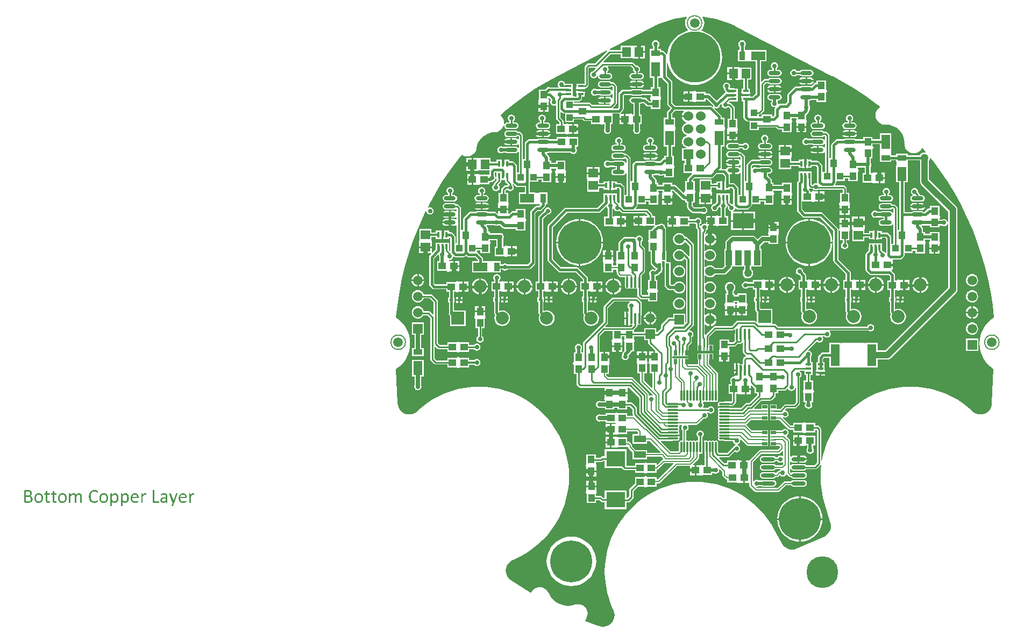
<source format=gbl>
%FSLAX23Y23*%
%MOIN*%
G70*
G01*
G75*
G04 Layer_Physical_Order=4*
G04 Layer_Color=255*
%ADD10C,0.008*%
%ADD11C,0.010*%
%ADD12C,0.009*%
%ADD13C,0.020*%
%ADD14C,0.015*%
%ADD15C,0.030*%
%ADD16C,0.025*%
%ADD17C,0.080*%
%ADD18R,0.080X0.080*%
%ADD19C,0.260*%
%ADD20C,0.270*%
%ADD21R,0.060X0.060*%
%ADD22C,0.060*%
%ADD23C,0.059*%
%ADD24R,0.059X0.059*%
%ADD25C,0.260*%
%ADD26C,0.197*%
%ADD27C,0.315*%
%ADD28C,0.028*%
%ADD29C,0.050*%
%ADD30C,0.030*%
%ADD31C,0.040*%
%ADD32C,0.040*%
%ADD33C,0.100*%
G04:AMPARAMS|DCode=34|XSize=98mil|YSize=98mil|CornerRadius=0mil|HoleSize=0mil|Usage=FLASHONLY|Rotation=0.000|XOffset=0mil|YOffset=0mil|HoleType=Round|Shape=Relief|Width=20mil|Gap=10mil|Entries=4|*
%AMTHD34*
7,0,0,0.098,0.078,0.020,45*
%
%ADD34THD34*%
%ADD35C,0.078*%
G04:AMPARAMS|DCode=36|XSize=210mil|YSize=210mil|CornerRadius=0mil|HoleSize=0mil|Usage=FLASHONLY|Rotation=0.000|XOffset=0mil|YOffset=0mil|HoleType=Round|Shape=Relief|Width=20mil|Gap=10mil|Entries=4|*
%AMTHD36*
7,0,0,0.210,0.190,0.020,45*
%
%ADD36THD36*%
%ADD37C,0.075*%
G04:AMPARAMS|DCode=38|XSize=95mil|YSize=95mil|CornerRadius=0mil|HoleSize=0mil|Usage=FLASHONLY|Rotation=0.000|XOffset=0mil|YOffset=0mil|HoleType=Round|Shape=Relief|Width=20mil|Gap=10mil|Entries=4|*
%AMTHD38*
7,0,0,0.095,0.075,0.020,45*
%
%ADD38THD38*%
%ADD39C,0.075*%
G04:AMPARAMS|DCode=40|XSize=95.433mil|YSize=95.433mil|CornerRadius=0mil|HoleSize=0mil|Usage=FLASHONLY|Rotation=0.000|XOffset=0mil|YOffset=0mil|HoleType=Round|Shape=Relief|Width=20mil|Gap=10mil|Entries=4|*
%AMTHD40*
7,0,0,0.095,0.075,0.020,45*
%
%ADD40THD40*%
%ADD41C,0.070*%
G04:AMPARAMS|DCode=42|XSize=90mil|YSize=90mil|CornerRadius=0mil|HoleSize=0mil|Usage=FLASHONLY|Rotation=0.000|XOffset=0mil|YOffset=0mil|HoleType=Round|Shape=Relief|Width=20mil|Gap=10mil|Entries=4|*
%AMTHD42*
7,0,0,0.090,0.070,0.020,45*
%
%ADD42THD42*%
%ADD43C,0.300*%
%ADD44C,0.237*%
%ADD45C,0.355*%
%ADD46C,0.051*%
%ADD47C,0.068*%
%ADD48C,0.052*%
%ADD49C,0.007*%
%ADD50C,0.190*%
%ADD51R,0.014X0.067*%
%ADD52R,0.035X0.014*%
%ADD53R,0.020X0.049*%
%ADD54R,0.040X0.050*%
%ADD55R,0.040X0.040*%
%ADD56R,0.039X0.094*%
%ADD57R,0.130X0.094*%
%ADD58O,0.087X0.024*%
%ADD59O,0.073X0.024*%
%ADD60R,0.024X0.016*%
%ADD61R,0.055X0.138*%
%ADD62R,0.059X0.057*%
%ADD63R,0.043X0.045*%
%ADD64R,0.035X0.055*%
%ADD65R,0.087X0.055*%
%ADD66R,0.118X0.098*%
%ADD67O,0.012X0.069*%
%ADD68O,0.069X0.012*%
%ADD69R,0.075X0.043*%
%ADD70R,0.033X0.021*%
%ADD71R,0.033X0.010*%
%ADD72R,0.045X0.043*%
%ADD73R,0.055X0.035*%
%ADD74R,0.055X0.087*%
%ADD75R,0.014X0.035*%
%ADD76R,0.057X0.059*%
%ADD77R,0.050X0.040*%
%ADD78R,0.040X0.040*%
%ADD79R,0.021X0.033*%
%ADD80R,0.010X0.033*%
%ADD81C,0.012*%
G36*
X4690Y-923D02*
X4690D01*
X4689Y-924D01*
X4689Y-924D01*
X4689Y-924D01*
X4689D01*
X4688Y-924D01*
X4688Y-924D01*
Y-924D01*
X4688Y-925D01*
Y-925D01*
Y-925D01*
Y-938D01*
X4680D01*
X4679Y-938D01*
X4679Y-938D01*
X4679D01*
X4679Y-939D01*
X4678Y-939D01*
Y-939D01*
X4678Y-939D01*
Y-940D01*
X4678Y-940D01*
Y-940D01*
X4678Y-941D01*
Y-941D01*
Y-942D01*
Y-942D01*
X4678Y-944D01*
X4678Y-944D01*
X4678Y-945D01*
Y-945D01*
X4679Y-946D01*
X4679Y-946D01*
X4680Y-946D01*
X4688D01*
Y-978D01*
Y-979D01*
X4688Y-981D01*
X4688Y-982D01*
X4688Y-983D01*
X4688Y-984D01*
X4688Y-985D01*
X4688Y-986D01*
Y-986D01*
X4689Y-988D01*
X4690Y-989D01*
X4690Y-990D01*
X4691Y-991D01*
X4691Y-991D01*
X4691Y-992D01*
X4691Y-992D01*
X4693Y-993D01*
X4694Y-994D01*
X4695Y-995D01*
X4696Y-995D01*
X4696Y-995D01*
X4696D01*
X4698Y-996D01*
X4700Y-996D01*
X4701Y-996D01*
X4702Y-996D01*
X4704D01*
X4705Y-996D01*
X4706Y-996D01*
X4706D01*
X4707Y-996D01*
X4708Y-995D01*
X4708Y-995D01*
X4709D01*
X4709Y-995D01*
X4710Y-995D01*
X4711Y-995D01*
X4711D01*
X4711Y-994D01*
X4712Y-994D01*
X4712Y-994D01*
X4712D01*
X4713Y-993D01*
X4713Y-993D01*
X4713Y-993D01*
Y-992D01*
X4713Y-991D01*
X4713Y-991D01*
Y-990D01*
Y-990D01*
Y-989D01*
Y-988D01*
X4713Y-988D01*
Y-988D01*
X4713Y-987D01*
X4713Y-987D01*
Y-987D01*
X4713Y-986D01*
X4712Y-986D01*
X4712Y-986D01*
X4712D01*
X4711Y-986D01*
X4711Y-986D01*
X4711D01*
X4710Y-987D01*
X4709Y-987D01*
X4709Y-987D01*
X4709Y-987D01*
X4708Y-987D01*
X4707Y-987D01*
X4707D01*
X4707Y-988D01*
X4705D01*
X4703Y-987D01*
X4702Y-987D01*
X4701Y-987D01*
X4700Y-986D01*
X4700Y-986D01*
X4699Y-985D01*
X4699Y-985D01*
X4699Y-985D01*
X4698Y-983D01*
X4698Y-982D01*
X4698Y-979D01*
Y-978D01*
X4697Y-977D01*
Y-977D01*
Y-976D01*
Y-946D01*
X4711D01*
X4712Y-946D01*
X4712Y-946D01*
X4713Y-945D01*
X4713Y-945D01*
X4713Y-944D01*
X4713Y-943D01*
Y-943D01*
Y-942D01*
Y-942D01*
Y-941D01*
Y-941D01*
X4713Y-940D01*
Y-940D01*
X4713Y-940D01*
X4713Y-939D01*
X4713Y-939D01*
Y-939D01*
X4712Y-938D01*
X4712Y-938D01*
X4712D01*
X4711Y-938D01*
X4697D01*
Y-925D01*
X4697Y-925D01*
X4697Y-924D01*
X4697Y-924D01*
X4697Y-924D01*
X4696D01*
X4696Y-924D01*
X4695Y-924D01*
X4695Y-923D01*
X4695D01*
X4694Y-923D01*
X4691D01*
X4690Y-923D01*
D02*
G37*
G36*
X4986Y-917D02*
X4984Y-917D01*
X4981Y-917D01*
X4979Y-918D01*
X4977Y-918D01*
X4976Y-919D01*
X4975Y-919D01*
X4975Y-919D01*
X4975D01*
X4973Y-920D01*
X4971Y-922D01*
X4969Y-923D01*
X4967Y-924D01*
X4966Y-925D01*
X4965Y-926D01*
X4964Y-927D01*
X4964Y-927D01*
X4963Y-929D01*
X4961Y-932D01*
X4960Y-934D01*
X4959Y-936D01*
X4958Y-938D01*
X4958Y-939D01*
X4957Y-939D01*
X4957Y-940D01*
X4957Y-940D01*
Y-940D01*
X4956Y-943D01*
X4956Y-946D01*
X4955Y-949D01*
X4955Y-952D01*
X4955Y-954D01*
Y-955D01*
X4955Y-956D01*
Y-956D01*
Y-957D01*
Y-957D01*
Y-957D01*
X4955Y-961D01*
X4955Y-964D01*
X4956Y-967D01*
X4956Y-969D01*
X4956Y-971D01*
X4956Y-972D01*
X4957Y-973D01*
X4957Y-973D01*
Y-974D01*
X4957Y-974D01*
Y-974D01*
X4958Y-977D01*
X4959Y-979D01*
X4960Y-981D01*
X4961Y-983D01*
X4962Y-984D01*
X4963Y-985D01*
X4964Y-986D01*
X4964Y-986D01*
X4965Y-988D01*
X4967Y-989D01*
X4969Y-991D01*
X4970Y-992D01*
X4972Y-992D01*
X4973Y-993D01*
X4974Y-993D01*
X4974Y-993D01*
X4976Y-994D01*
X4979Y-995D01*
X4981Y-995D01*
X4983Y-996D01*
X4985Y-996D01*
X4986Y-996D01*
X4988D01*
X4991Y-996D01*
X4992Y-996D01*
X4993Y-996D01*
X4994Y-995D01*
X4995Y-995D01*
X4996Y-995D01*
X4996D01*
X4998Y-995D01*
X5000Y-994D01*
X5000Y-994D01*
X5001Y-994D01*
X5002Y-993D01*
X5002Y-993D01*
X5002D01*
X5004Y-992D01*
X5006Y-992D01*
X5006Y-991D01*
X5007Y-991D01*
X5007Y-991D01*
X5007D01*
X5008Y-990D01*
X5009Y-989D01*
X5009Y-989D01*
X5010Y-989D01*
X5010Y-989D01*
X5010Y-988D01*
X5010Y-988D01*
Y-988D01*
X5011Y-987D01*
X5011Y-987D01*
X5011Y-986D01*
Y-986D01*
Y-986D01*
X5011Y-985D01*
Y-985D01*
Y-984D01*
Y-984D01*
Y-983D01*
Y-982D01*
X5011Y-982D01*
Y-982D01*
X5011Y-981D01*
Y-981D01*
X5011Y-981D01*
Y-980D01*
X5011Y-980D01*
X5010Y-980D01*
X5010Y-980D01*
X5010D01*
X5010Y-979D01*
X5010D01*
X5009Y-980D01*
X5008Y-980D01*
X5007Y-981D01*
X5007Y-981D01*
X5007D01*
X5006Y-982D01*
X5004Y-982D01*
X5004Y-983D01*
X5003Y-983D01*
X5003Y-983D01*
X5003D01*
X5001Y-984D01*
X4999Y-985D01*
X4998Y-985D01*
X4998Y-986D01*
X4997Y-986D01*
X4997D01*
X4994Y-986D01*
X4993Y-987D01*
X4992Y-987D01*
X4991Y-987D01*
X4989D01*
X4987Y-987D01*
X4985Y-987D01*
X4984Y-986D01*
X4982Y-986D01*
X4981Y-985D01*
X4980Y-985D01*
X4979Y-985D01*
X4979Y-985D01*
X4978Y-984D01*
X4976Y-983D01*
X4975Y-982D01*
X4974Y-981D01*
X4973Y-980D01*
X4972Y-980D01*
X4972Y-979D01*
X4972Y-979D01*
X4971Y-978D01*
X4970Y-976D01*
X4969Y-975D01*
X4969Y-973D01*
X4968Y-972D01*
X4968Y-971D01*
X4967Y-970D01*
X4967Y-970D01*
X4967Y-968D01*
X4966Y-965D01*
X4966Y-963D01*
X4966Y-961D01*
Y-959D01*
X4966Y-958D01*
Y-957D01*
Y-957D01*
Y-957D01*
Y-957D01*
X4966Y-954D01*
X4966Y-951D01*
X4966Y-949D01*
X4967Y-947D01*
X4967Y-946D01*
X4967Y-944D01*
X4967Y-944D01*
Y-944D01*
X4968Y-941D01*
X4969Y-939D01*
X4970Y-938D01*
X4970Y-936D01*
X4971Y-935D01*
X4971Y-934D01*
X4972Y-934D01*
X4972Y-934D01*
X4973Y-932D01*
X4974Y-931D01*
X4976Y-930D01*
X4977Y-929D01*
X4978Y-928D01*
X4979Y-928D01*
X4979Y-928D01*
X4979Y-928D01*
X4981Y-927D01*
X4983Y-926D01*
X4984Y-926D01*
X4986Y-926D01*
X4987Y-926D01*
X4988Y-925D01*
X4990D01*
X4992Y-926D01*
X4993Y-926D01*
X4995Y-926D01*
X4996Y-926D01*
X4996Y-927D01*
X4997Y-927D01*
X4997D01*
X4999Y-928D01*
X5000Y-928D01*
X5001Y-928D01*
X5002Y-929D01*
X5002Y-929D01*
X5003Y-929D01*
X5003Y-929D01*
X5004Y-930D01*
X5005Y-931D01*
X5006Y-932D01*
X5007Y-932D01*
X5008Y-933D01*
X5008Y-933D01*
X5009Y-933D01*
X5009D01*
X5010Y-933D01*
X5010D01*
X5010Y-932D01*
X5010Y-932D01*
Y-932D01*
X5011Y-931D01*
X5011Y-931D01*
Y-930D01*
X5011Y-930D01*
Y-929D01*
Y-929D01*
Y-929D01*
Y-928D01*
Y-927D01*
X5011Y-927D01*
Y-927D01*
X5011Y-926D01*
Y-926D01*
X5010Y-925D01*
Y-925D01*
X5010Y-925D01*
X5010Y-924D01*
X5010Y-924D01*
X5010Y-924D01*
X5009Y-923D01*
X5009Y-923D01*
X5008Y-922D01*
X5007Y-922D01*
X5006Y-921D01*
X5006Y-921D01*
X5006D01*
X5005Y-920D01*
X5003Y-919D01*
X5002Y-919D01*
X5002Y-919D01*
X5001Y-919D01*
X5001D01*
X4999Y-918D01*
X4997Y-918D01*
X4997Y-917D01*
X4996Y-917D01*
X4996Y-917D01*
X4995D01*
X4993Y-917D01*
X4992Y-917D01*
X4991D01*
X4990Y-916D01*
X4989D01*
X4986Y-917D01*
D02*
G37*
G36*
X4731Y-923D02*
X4731D01*
X4731Y-924D01*
X4730Y-924D01*
X4730Y-924D01*
X4730D01*
X4729Y-924D01*
X4729Y-924D01*
Y-924D01*
X4729Y-925D01*
Y-925D01*
Y-925D01*
Y-938D01*
X4721D01*
X4721Y-938D01*
X4720Y-938D01*
X4720D01*
X4720Y-939D01*
X4720Y-939D01*
Y-939D01*
X4719Y-939D01*
Y-940D01*
X4719Y-940D01*
Y-940D01*
X4719Y-941D01*
Y-941D01*
Y-942D01*
Y-942D01*
X4719Y-944D01*
X4719Y-944D01*
X4720Y-945D01*
Y-945D01*
X4720Y-946D01*
X4721Y-946D01*
X4721Y-946D01*
X4729D01*
Y-978D01*
Y-979D01*
X4729Y-981D01*
X4729Y-982D01*
X4729Y-983D01*
X4729Y-984D01*
X4729Y-985D01*
X4730Y-986D01*
Y-986D01*
X4730Y-988D01*
X4731Y-989D01*
X4731Y-990D01*
X4732Y-991D01*
X4732Y-991D01*
X4732Y-992D01*
X4732Y-992D01*
X4734Y-993D01*
X4736Y-994D01*
X4736Y-995D01*
X4737Y-995D01*
X4737Y-995D01*
X4737D01*
X4740Y-996D01*
X4741Y-996D01*
X4742Y-996D01*
X4743Y-996D01*
X4745D01*
X4746Y-996D01*
X4747Y-996D01*
X4747D01*
X4748Y-996D01*
X4749Y-995D01*
X4750Y-995D01*
X4750D01*
X4751Y-995D01*
X4751Y-995D01*
X4752Y-995D01*
X4752D01*
X4753Y-994D01*
X4753Y-994D01*
X4753Y-994D01*
X4753D01*
X4754Y-993D01*
X4754Y-993D01*
X4754Y-993D01*
Y-992D01*
X4754Y-991D01*
X4754Y-991D01*
Y-990D01*
Y-990D01*
Y-989D01*
Y-988D01*
X4754Y-988D01*
Y-988D01*
X4754Y-987D01*
X4754Y-987D01*
Y-987D01*
X4754Y-986D01*
X4754Y-986D01*
X4753Y-986D01*
X4753D01*
X4752Y-986D01*
X4752Y-986D01*
X4752D01*
X4751Y-987D01*
X4751Y-987D01*
X4750Y-987D01*
X4750Y-987D01*
X4749Y-987D01*
X4749Y-987D01*
X4748D01*
X4748Y-988D01*
X4746D01*
X4745Y-987D01*
X4743Y-987D01*
X4742Y-987D01*
X4741Y-986D01*
X4741Y-986D01*
X4740Y-985D01*
X4740Y-985D01*
X4740Y-985D01*
X4740Y-983D01*
X4739Y-982D01*
X4739Y-979D01*
Y-978D01*
X4739Y-977D01*
Y-977D01*
Y-976D01*
Y-946D01*
X4752D01*
X4753Y-946D01*
X4753Y-946D01*
X4754Y-945D01*
X4754Y-945D01*
X4754Y-944D01*
X4754Y-943D01*
Y-943D01*
Y-942D01*
Y-942D01*
Y-941D01*
Y-941D01*
X4754Y-940D01*
Y-940D01*
X4754Y-940D01*
X4754Y-939D01*
X4754Y-939D01*
Y-939D01*
X4753Y-938D01*
X4753Y-938D01*
X4753D01*
X4753Y-938D01*
X4739D01*
Y-925D01*
X4738Y-925D01*
X4738Y-924D01*
X4738Y-924D01*
X4738Y-924D01*
X4737D01*
X4737Y-924D01*
X4736Y-924D01*
X4736Y-923D01*
X4736D01*
X4735Y-923D01*
X4732D01*
X4731Y-923D01*
D02*
G37*
G36*
X5535Y-937D02*
X5533Y-937D01*
X5532Y-938D01*
X5530Y-938D01*
X5529Y-938D01*
X5528Y-939D01*
X5527Y-939D01*
X5527Y-939D01*
X5525Y-940D01*
X5523Y-941D01*
X5522Y-942D01*
X5521Y-943D01*
X5520Y-944D01*
X5519Y-944D01*
X5519Y-945D01*
X5519Y-945D01*
X5518Y-946D01*
X5516Y-948D01*
X5516Y-950D01*
X5515Y-951D01*
X5514Y-952D01*
X5514Y-953D01*
X5514Y-954D01*
X5513Y-954D01*
X5513Y-956D01*
X5513Y-959D01*
X5512Y-961D01*
X5512Y-963D01*
X5512Y-964D01*
X5512Y-966D01*
Y-967D01*
Y-967D01*
Y-967D01*
X5512Y-969D01*
X5512Y-972D01*
X5512Y-974D01*
X5513Y-976D01*
X5513Y-978D01*
X5513Y-979D01*
X5513Y-979D01*
Y-980D01*
X5514Y-982D01*
X5515Y-983D01*
X5516Y-985D01*
X5517Y-986D01*
X5518Y-987D01*
X5518Y-988D01*
X5518Y-989D01*
X5519Y-989D01*
X5520Y-990D01*
X5521Y-991D01*
X5523Y-992D01*
X5524Y-993D01*
X5525Y-993D01*
X5526Y-994D01*
X5527Y-994D01*
X5527Y-994D01*
X5529Y-995D01*
X5531Y-995D01*
X5533Y-996D01*
X5535Y-996D01*
X5536Y-996D01*
X5538Y-996D01*
X5539D01*
X5542Y-996D01*
X5543D01*
X5544Y-996D01*
X5545Y-996D01*
X5545D01*
X5546Y-996D01*
X5546D01*
X5548Y-995D01*
X5549Y-995D01*
X5550Y-995D01*
X5551Y-995D01*
X5552Y-994D01*
X5552Y-994D01*
X5552D01*
X5554Y-994D01*
X5555Y-993D01*
X5556Y-993D01*
X5556Y-993D01*
X5556Y-993D01*
X5556D01*
X5557Y-992D01*
X5558Y-992D01*
X5558Y-992D01*
X5558Y-991D01*
X5559Y-991D01*
X5559Y-991D01*
X5559Y-990D01*
X5559Y-990D01*
Y-989D01*
Y-989D01*
X5559Y-988D01*
Y-988D01*
Y-988D01*
Y-987D01*
Y-987D01*
X5559Y-986D01*
Y-986D01*
X5559Y-985D01*
X5559Y-985D01*
Y-985D01*
X5559Y-984D01*
X5558Y-984D01*
X5558D01*
X5558Y-984D01*
X5558D01*
X5557Y-984D01*
X5556Y-984D01*
X5556Y-985D01*
X5556Y-985D01*
X5555D01*
X5554Y-985D01*
X5553Y-986D01*
X5552Y-986D01*
X5552Y-986D01*
X5552D01*
X5550Y-987D01*
X5548Y-987D01*
X5548Y-987D01*
X5547Y-987D01*
X5547Y-988D01*
X5547D01*
X5544Y-988D01*
X5542Y-988D01*
X5541Y-988D01*
X5538D01*
X5536Y-988D01*
X5535Y-988D01*
X5534Y-987D01*
X5533Y-987D01*
X5532Y-987D01*
X5532Y-987D01*
X5531D01*
X5529Y-986D01*
X5528Y-985D01*
X5528Y-984D01*
X5527Y-984D01*
X5526Y-983D01*
X5526Y-983D01*
X5526Y-983D01*
X5525Y-981D01*
X5524Y-979D01*
X5523Y-978D01*
X5523Y-977D01*
X5523Y-977D01*
Y-977D01*
X5523Y-974D01*
X5522Y-973D01*
Y-971D01*
X5522Y-970D01*
Y-969D01*
Y-969D01*
Y-968D01*
X5558D01*
X5559Y-968D01*
X5560Y-968D01*
X5560Y-968D01*
X5560Y-968D01*
X5561Y-967D01*
X5561Y-965D01*
X5562Y-965D01*
Y-964D01*
Y-964D01*
Y-962D01*
Y-960D01*
X5561Y-959D01*
X5561Y-957D01*
X5561Y-955D01*
X5561Y-954D01*
X5560Y-953D01*
X5560Y-953D01*
Y-953D01*
X5560Y-951D01*
X5559Y-949D01*
X5558Y-948D01*
X5557Y-947D01*
X5557Y-946D01*
X5556Y-945D01*
X5556Y-945D01*
X5556Y-944D01*
X5555Y-943D01*
X5553Y-942D01*
X5552Y-941D01*
X5551Y-940D01*
X5550Y-940D01*
X5549Y-939D01*
X5549Y-939D01*
X5548Y-939D01*
X5547Y-938D01*
X5545Y-938D01*
X5543Y-937D01*
X5541Y-937D01*
X5540Y-937D01*
X5539Y-937D01*
X5538D01*
X5535Y-937D01*
D02*
G37*
G36*
X5238D02*
X5236Y-937D01*
X5234Y-938D01*
X5232Y-938D01*
X5231Y-938D01*
X5230Y-939D01*
X5229Y-939D01*
X5229Y-939D01*
X5227Y-940D01*
X5226Y-941D01*
X5224Y-942D01*
X5223Y-943D01*
X5222Y-944D01*
X5221Y-944D01*
X5221Y-945D01*
X5221Y-945D01*
X5220Y-946D01*
X5219Y-948D01*
X5218Y-950D01*
X5217Y-951D01*
X5216Y-952D01*
X5216Y-953D01*
X5216Y-954D01*
X5216Y-954D01*
X5215Y-956D01*
X5215Y-959D01*
X5214Y-961D01*
X5214Y-963D01*
X5214Y-964D01*
X5214Y-966D01*
Y-967D01*
Y-967D01*
Y-967D01*
X5214Y-969D01*
X5214Y-972D01*
X5215Y-974D01*
X5215Y-976D01*
X5215Y-978D01*
X5215Y-979D01*
X5216Y-979D01*
Y-980D01*
X5216Y-982D01*
X5217Y-983D01*
X5218Y-985D01*
X5219Y-986D01*
X5220Y-987D01*
X5220Y-988D01*
X5221Y-989D01*
X5221Y-989D01*
X5222Y-990D01*
X5224Y-991D01*
X5225Y-992D01*
X5226Y-993D01*
X5227Y-993D01*
X5228Y-994D01*
X5229Y-994D01*
X5229Y-994D01*
X5231Y-995D01*
X5233Y-995D01*
X5235Y-996D01*
X5237Y-996D01*
X5239Y-996D01*
X5240Y-996D01*
X5241D01*
X5244Y-996D01*
X5245D01*
X5246Y-996D01*
X5247Y-996D01*
X5248D01*
X5248Y-996D01*
X5248D01*
X5250Y-995D01*
X5252Y-995D01*
X5252Y-995D01*
X5253Y-995D01*
X5254Y-994D01*
X5254Y-994D01*
X5254D01*
X5256Y-994D01*
X5257Y-993D01*
X5258Y-993D01*
X5258Y-993D01*
X5258Y-993D01*
X5258D01*
X5259Y-992D01*
X5260Y-992D01*
X5260Y-992D01*
X5261Y-991D01*
X5261Y-991D01*
X5261Y-991D01*
X5261Y-990D01*
X5261Y-990D01*
Y-989D01*
Y-989D01*
X5261Y-988D01*
Y-988D01*
Y-988D01*
Y-987D01*
Y-987D01*
X5261Y-986D01*
Y-986D01*
X5261Y-985D01*
X5261Y-985D01*
Y-985D01*
X5261Y-984D01*
X5261Y-984D01*
X5260D01*
X5260Y-984D01*
X5260D01*
X5259Y-984D01*
X5258Y-984D01*
X5258Y-985D01*
X5258Y-985D01*
X5258D01*
X5256Y-985D01*
X5255Y-986D01*
X5254Y-986D01*
X5254Y-986D01*
X5254D01*
X5252Y-987D01*
X5250Y-987D01*
X5250Y-987D01*
X5249Y-987D01*
X5249Y-988D01*
X5249D01*
X5246Y-988D01*
X5244Y-988D01*
X5243Y-988D01*
X5240D01*
X5239Y-988D01*
X5237Y-988D01*
X5236Y-987D01*
X5235Y-987D01*
X5234Y-987D01*
X5234Y-987D01*
X5234D01*
X5231Y-986D01*
X5230Y-985D01*
X5230Y-984D01*
X5229Y-984D01*
X5229Y-983D01*
X5228Y-983D01*
X5228Y-983D01*
X5227Y-981D01*
X5226Y-979D01*
X5225Y-978D01*
X5225Y-977D01*
X5225Y-977D01*
Y-977D01*
X5225Y-974D01*
X5224Y-973D01*
Y-971D01*
X5224Y-970D01*
Y-969D01*
Y-969D01*
Y-968D01*
X5260D01*
X5261Y-968D01*
X5262Y-968D01*
X5262Y-968D01*
X5262Y-968D01*
X5263Y-967D01*
X5264Y-965D01*
X5264Y-965D01*
Y-964D01*
Y-964D01*
Y-962D01*
Y-960D01*
X5263Y-959D01*
X5263Y-957D01*
X5263Y-955D01*
X5263Y-954D01*
X5263Y-953D01*
X5262Y-953D01*
Y-953D01*
X5262Y-951D01*
X5261Y-949D01*
X5260Y-948D01*
X5260Y-947D01*
X5259Y-946D01*
X5258Y-945D01*
X5258Y-945D01*
X5258Y-944D01*
X5257Y-943D01*
X5256Y-942D01*
X5254Y-941D01*
X5253Y-940D01*
X5252Y-940D01*
X5251Y-939D01*
X5251Y-939D01*
X5251Y-939D01*
X5249Y-938D01*
X5247Y-938D01*
X5245Y-937D01*
X5244Y-937D01*
X5242Y-937D01*
X5241Y-937D01*
X5240D01*
X5238Y-937D01*
D02*
G37*
G36*
X5455Y-938D02*
X5455Y-938D01*
X5455D01*
X5454Y-938D01*
X5453Y-938D01*
X5453Y-938D01*
X5453Y-939D01*
X5453Y-939D01*
X5453Y-939D01*
Y-939D01*
Y-940D01*
X5453Y-940D01*
X5453Y-941D01*
X5453Y-941D01*
X5453Y-942D01*
X5472Y-993D01*
X5473Y-994D01*
X5473Y-994D01*
Y-994D01*
X5473Y-995D01*
X5474Y-995D01*
X5474Y-995D01*
X5467Y-1014D01*
X5466Y-1014D01*
X5466Y-1015D01*
Y-1015D01*
Y-1015D01*
X5466Y-1016D01*
X5467Y-1016D01*
X5467Y-1016D01*
X5467D01*
X5468Y-1016D01*
X5468Y-1017D01*
X5468D01*
X5469Y-1017D01*
X5470Y-1017D01*
X5472D01*
X5473Y-1017D01*
X5474D01*
X5474Y-1017D01*
X5475Y-1016D01*
X5475Y-1016D01*
X5476Y-1016D01*
X5477Y-1015D01*
X5477Y-1015D01*
X5477Y-1015D01*
X5484Y-995D01*
X5504Y-941D01*
X5504Y-941D01*
X5504Y-940D01*
Y-940D01*
Y-940D01*
X5504Y-939D01*
X5504Y-939D01*
X5504Y-939D01*
X5503Y-939D01*
X5503Y-938D01*
X5503Y-938D01*
X5502Y-938D01*
X5502D01*
X5501Y-938D01*
X5500Y-938D01*
X5498D01*
X5497Y-938D01*
X5496Y-938D01*
X5496D01*
X5495Y-938D01*
X5495Y-938D01*
X5495Y-938D01*
X5495D01*
X5494Y-939D01*
X5494Y-939D01*
X5494Y-940D01*
Y-940D01*
X5479Y-983D01*
X5479D01*
X5463Y-940D01*
X5463Y-939D01*
X5463Y-939D01*
Y-939D01*
X5463Y-939D01*
X5462Y-938D01*
X5462Y-938D01*
X5462D01*
X5461Y-938D01*
X5461Y-938D01*
X5460Y-938D01*
X5460D01*
X5459Y-938D01*
X5456D01*
X5455Y-938D01*
D02*
G37*
G36*
X10029Y1119D02*
X10029Y1119D01*
X10029D01*
X10029Y1119D01*
X10029Y1119D01*
X10030Y1115D01*
X10030Y1100D01*
X10029Y1096D01*
X10029Y1096D01*
X10029D01*
Y993D01*
X10010D01*
Y808D01*
X10055D01*
X10059Y811D01*
X10067Y812D01*
X10116D01*
X10124Y811D01*
X10128Y808D01*
X10133D01*
X10152Y827D01*
X10157Y830D01*
X10163Y831D01*
X10167D01*
Y846D01*
X10226D01*
Y788D01*
X10228Y787D01*
X10230Y783D01*
X10231Y779D01*
X10230Y775D01*
X10228Y771D01*
X10226Y770D01*
Y760D01*
X10243D01*
X10246Y763D01*
X10255Y764D01*
X10263Y763D01*
X10271Y758D01*
X10276Y751D01*
X10276Y748D01*
X10281Y749D01*
Y811D01*
X10114Y978D01*
X10109Y984D01*
X10107Y991D01*
X10106Y998D01*
Y1128D01*
X10105Y1128D01*
X10105Y1129D01*
X10029D01*
Y1119D01*
D02*
G37*
G36*
X9330Y-289D02*
X9325Y-296D01*
X9317Y-301D01*
X9309Y-302D01*
X9300Y-301D01*
X9293Y-296D01*
X9288Y-289D01*
X9288Y-288D01*
X9283Y-286D01*
X9273Y-296D01*
X9269Y-299D01*
X9264Y-300D01*
X9227D01*
Y-317D01*
X9210D01*
Y-330D01*
X9209Y-335D01*
X9207Y-339D01*
X9187Y-359D01*
X9183Y-361D01*
X9178Y-362D01*
X9178D01*
X9173Y-363D01*
X9123D01*
X9078Y-408D01*
X9080Y-413D01*
X9124D01*
Y-387D01*
X9164D01*
Y-413D01*
X9164D01*
X9164Y-417D01*
X9164D01*
Y-433D01*
X9164D01*
X9164Y-437D01*
X9164D01*
Y-453D01*
X9164D01*
X9164Y-457D01*
X9164D01*
Y-483D01*
X9124D01*
Y-482D01*
X9059D01*
X9033Y-508D01*
X9032Y-509D01*
X9031Y-514D01*
X9064Y-547D01*
X9124D01*
Y-546D01*
X9164D01*
Y-573D01*
X9164D01*
X9164Y-577D01*
X9164D01*
Y-592D01*
X9164D01*
X9164Y-597D01*
X9164D01*
Y-612D01*
X9164D01*
X9164Y-616D01*
X9164D01*
Y-643D01*
X9124D01*
Y-642D01*
X9040D01*
X9035Y-641D01*
X9031Y-638D01*
X8996Y-603D01*
X8991Y-605D01*
X8992Y-610D01*
X8990Y-619D01*
X8985Y-627D01*
X8978Y-632D01*
X8973Y-633D01*
Y-638D01*
X8978Y-638D01*
X8985Y-643D01*
X8990Y-651D01*
X8992Y-659D01*
X8990Y-668D01*
X8985Y-675D01*
X8978Y-680D01*
X8970Y-682D01*
X8961Y-680D01*
X8958Y-678D01*
X8926Y-710D01*
X8922Y-713D01*
X8917Y-714D01*
X8863D01*
X8861Y-718D01*
X8893Y-750D01*
X8912D01*
Y-734D01*
X8970D01*
X8971Y-732D01*
X8975Y-730D01*
X8979Y-729D01*
X8983Y-730D01*
X8986Y-732D01*
X9010D01*
Y-764D01*
X9020D01*
Y-732D01*
X9048D01*
X9048Y-732D01*
Y-732D01*
X9049Y-732D01*
X9050Y-731D01*
X9109Y-671D01*
X9113Y-669D01*
X9118Y-668D01*
X9224D01*
X9237Y-655D01*
Y-645D01*
X9233Y-642D01*
X9218D01*
Y-643D01*
X9178D01*
Y-616D01*
X9178D01*
X9178Y-612D01*
X9178Y-612D01*
Y-612D01*
Y-597D01*
X9178D01*
X9178Y-592D01*
X9178Y-592D01*
Y-592D01*
Y-577D01*
X9178D01*
X9178Y-573D01*
X9178Y-573D01*
Y-573D01*
Y-546D01*
X9218D01*
Y-547D01*
X9251D01*
X9253Y-544D01*
X9261Y-539D01*
X9269Y-537D01*
X9278Y-539D01*
X9285Y-544D01*
X9290Y-551D01*
X9292Y-560D01*
X9290Y-568D01*
X9285Y-575D01*
X9279Y-579D01*
X9279Y-584D01*
X9297Y-603D01*
X9300Y-607D01*
X9301Y-612D01*
Y-708D01*
X9306Y-710D01*
X9306Y-709D01*
X9313Y-704D01*
X9322Y-703D01*
X9348D01*
Y-725D01*
Y-747D01*
X9322D01*
X9313Y-746D01*
X9306Y-741D01*
X9306Y-740D01*
X9301Y-742D01*
Y-762D01*
X9306Y-763D01*
X9308Y-761D01*
X9314Y-756D01*
X9322Y-755D01*
X9385D01*
X9393Y-756D01*
X9399Y-761D01*
X9400Y-762D01*
X9452D01*
X9467Y-747D01*
Y-545D01*
X9465Y-543D01*
X9456D01*
Y-560D01*
X9397D01*
X9396Y-561D01*
X9393Y-564D01*
X9389Y-564D01*
X9385Y-564D01*
X9381Y-561D01*
X9380Y-560D01*
X9322D01*
Y-542D01*
X9299D01*
X9295Y-541D01*
X9291Y-539D01*
X9234Y-482D01*
X9218D01*
Y-483D01*
X9178D01*
Y-457D01*
X9178D01*
X9178Y-453D01*
X9178Y-453D01*
Y-453D01*
Y-437D01*
X9178D01*
X9178Y-433D01*
X9178Y-433D01*
Y-433D01*
Y-417D01*
X9178D01*
X9178Y-413D01*
X9178Y-413D01*
Y-413D01*
Y-387D01*
X9218D01*
Y-412D01*
X9240D01*
X9263Y-389D01*
X9267Y-386D01*
X9272Y-385D01*
X9323D01*
X9336Y-373D01*
Y-284D01*
X9331Y-283D01*
X9330Y-289D01*
D02*
G37*
G36*
X4857Y-937D02*
X4855Y-937D01*
X4854Y-938D01*
X4853Y-938D01*
X4852Y-939D01*
X4851Y-939D01*
X4850Y-939D01*
X4850Y-939D01*
X4848Y-940D01*
X4847Y-941D01*
X4845Y-943D01*
X4844Y-944D01*
X4843Y-945D01*
X4842Y-946D01*
X4841Y-946D01*
X4841Y-947D01*
Y-940D01*
X4841Y-939D01*
X4841Y-939D01*
X4841Y-939D01*
X4840Y-938D01*
X4840Y-938D01*
X4840D01*
X4840Y-938D01*
X4839Y-938D01*
X4839Y-938D01*
X4839D01*
X4838Y-938D01*
X4835D01*
X4835Y-938D01*
X4834D01*
X4834Y-938D01*
X4834Y-938D01*
X4833Y-938D01*
X4833D01*
X4833Y-938D01*
X4833Y-939D01*
X4832Y-939D01*
X4832Y-939D01*
Y-939D01*
Y-940D01*
Y-994D01*
X4832Y-994D01*
Y-994D01*
X4833Y-995D01*
X4833Y-995D01*
X4833D01*
X4834Y-995D01*
X4834Y-995D01*
X4835D01*
X4835Y-995D01*
X4838D01*
X4839Y-995D01*
X4839D01*
X4840Y-995D01*
X4841D01*
X4841Y-995D01*
X4841D01*
X4842Y-995D01*
X4842Y-994D01*
X4842Y-994D01*
Y-994D01*
Y-994D01*
Y-956D01*
X4844Y-954D01*
X4845Y-953D01*
X4846Y-951D01*
X4847Y-950D01*
X4848Y-949D01*
X4849Y-949D01*
X4849Y-948D01*
X4850Y-948D01*
X4851Y-947D01*
X4852Y-947D01*
X4853Y-946D01*
X4854Y-946D01*
X4855Y-946D01*
X4856Y-945D01*
X4857D01*
X4858Y-946D01*
X4860Y-946D01*
X4861Y-946D01*
X4861Y-946D01*
X4861Y-947D01*
X4861D01*
X4863Y-948D01*
X4864Y-949D01*
X4864Y-949D01*
X4865Y-950D01*
Y-950D01*
X4866Y-951D01*
X4866Y-953D01*
X4866Y-954D01*
X4867Y-954D01*
X4867Y-954D01*
Y-955D01*
X4867Y-957D01*
X4867Y-959D01*
X4867Y-960D01*
Y-960D01*
Y-961D01*
Y-961D01*
Y-994D01*
X4868Y-994D01*
Y-994D01*
X4868Y-995D01*
X4868Y-995D01*
X4868D01*
X4869Y-995D01*
X4869D01*
X4870Y-995D01*
X4870D01*
X4871Y-995D01*
X4873D01*
X4874Y-995D01*
X4875D01*
X4875Y-995D01*
X4876D01*
X4876Y-995D01*
X4876D01*
X4877Y-995D01*
X4877Y-994D01*
X4877Y-994D01*
Y-994D01*
Y-994D01*
Y-956D01*
X4879Y-954D01*
X4880Y-953D01*
X4881Y-951D01*
X4883Y-950D01*
X4883Y-949D01*
X4884Y-949D01*
X4885Y-948D01*
X4885Y-948D01*
X4886Y-947D01*
X4887Y-947D01*
X4888Y-946D01*
X4889Y-946D01*
X4890Y-946D01*
X4891Y-945D01*
X4892D01*
X4893Y-946D01*
X4895Y-946D01*
X4896Y-946D01*
X4896Y-946D01*
X4896Y-947D01*
X4896D01*
X4898Y-948D01*
X4899Y-949D01*
X4899Y-949D01*
X4900Y-950D01*
Y-950D01*
X4901Y-951D01*
X4901Y-953D01*
X4901Y-954D01*
X4902Y-954D01*
X4902Y-954D01*
Y-955D01*
X4902Y-957D01*
X4902Y-959D01*
X4902Y-960D01*
Y-960D01*
Y-961D01*
Y-961D01*
Y-994D01*
X4902Y-994D01*
Y-994D01*
X4903Y-995D01*
X4903Y-995D01*
X4903D01*
X4904Y-995D01*
X4904D01*
X4905Y-995D01*
X4905D01*
X4906Y-995D01*
X4908D01*
X4909Y-995D01*
X4910D01*
X4910Y-995D01*
X4911D01*
X4911Y-995D01*
X4911D01*
X4912Y-995D01*
X4912Y-994D01*
X4912Y-994D01*
Y-994D01*
Y-994D01*
Y-959D01*
X4912Y-956D01*
X4912Y-955D01*
X4912Y-953D01*
X4912Y-952D01*
X4912Y-952D01*
X4911Y-951D01*
Y-951D01*
X4911Y-949D01*
X4910Y-948D01*
X4910Y-947D01*
X4909Y-946D01*
X4909Y-945D01*
X4909Y-944D01*
X4908Y-944D01*
X4908Y-944D01*
X4907Y-943D01*
X4906Y-942D01*
X4905Y-941D01*
X4905Y-940D01*
X4904Y-939D01*
X4903Y-939D01*
X4903Y-939D01*
X4902Y-939D01*
X4901Y-938D01*
X4900Y-938D01*
X4898Y-937D01*
X4897Y-937D01*
X4896Y-937D01*
X4895Y-937D01*
X4894D01*
X4892Y-937D01*
X4891Y-937D01*
X4890Y-937D01*
X4890Y-937D01*
X4890Y-938D01*
X4889D01*
X4888Y-938D01*
X4886Y-939D01*
X4886Y-939D01*
X4885Y-939D01*
X4885Y-939D01*
X4885D01*
X4883Y-940D01*
X4882Y-941D01*
X4881Y-942D01*
X4881Y-942D01*
X4880Y-943D01*
X4880Y-943D01*
X4878Y-944D01*
X4877Y-946D01*
X4876Y-947D01*
X4876Y-947D01*
X4875Y-947D01*
X4875Y-948D01*
X4874Y-946D01*
X4874Y-944D01*
X4873Y-944D01*
X4873Y-944D01*
X4873Y-943D01*
X4873Y-943D01*
X4872Y-942D01*
X4871Y-941D01*
X4870Y-940D01*
X4869Y-940D01*
X4869D01*
X4868Y-939D01*
X4866Y-938D01*
X4866Y-938D01*
X4865Y-938D01*
X4865Y-938D01*
X4865D01*
X4863Y-937D01*
X4861Y-937D01*
X4860Y-937D01*
X4859D01*
X4857Y-937D01*
D02*
G37*
G36*
X8569Y1416D02*
Y1392D01*
X8588D01*
Y1340D01*
X8588Y1340D01*
X8588D01*
X8588Y1340D01*
X8588Y1340D01*
X8589Y1336D01*
X8589Y1321D01*
X8588Y1317D01*
X8588Y1317D01*
X8588D01*
Y1214D01*
X8569D01*
Y1157D01*
X8581D01*
Y1099D01*
X8582Y1098D01*
X8585Y1094D01*
X8586Y1090D01*
X8585Y1086D01*
X8582Y1082D01*
X8581Y1081D01*
Y1023D01*
X8522D01*
Y1037D01*
X8511D01*
X8507Y1034D01*
X8499Y1033D01*
X8490Y1034D01*
X8485Y1038D01*
X8467D01*
X8467Y1037D01*
X8459Y1036D01*
X8455D01*
X8454Y1031D01*
X8468Y1017D01*
X8472Y1011D01*
X8472Y1010D01*
X8473Y1004D01*
Y989D01*
X8484D01*
Y977D01*
X8510D01*
Y989D01*
X8569D01*
Y977D01*
X8585D01*
X8591Y976D01*
X8592Y975D01*
X8598Y971D01*
X8642Y928D01*
X8646Y930D01*
X8645Y934D01*
X8646Y938D01*
X8649Y942D01*
X8650Y943D01*
Y1001D01*
X8664D01*
Y1010D01*
X8665Y1016D01*
X8669Y1021D01*
X8692Y1045D01*
X8693Y1046D01*
X8692Y1050D01*
X8642D01*
Y1110D01*
X8647D01*
X8648Y1110D01*
X8648Y1110D01*
Y1128D01*
X8631D01*
Y1204D01*
X8655D01*
X8656Y1209D01*
X8650Y1212D01*
X8642Y1218D01*
X8636Y1226D01*
X8632Y1235D01*
X8630Y1245D01*
X8632Y1255D01*
X8636Y1264D01*
X8642Y1272D01*
X8650Y1278D01*
X8659Y1282D01*
X8659Y1287D01*
X8650Y1290D01*
X8642Y1296D01*
X8636Y1304D01*
X8632Y1314D01*
X8630Y1323D01*
X8632Y1333D01*
X8636Y1343D01*
X8642Y1351D01*
X8650Y1357D01*
X8656Y1359D01*
Y1364D01*
X8649Y1367D01*
X8640Y1374D01*
X8634Y1382D01*
X8630Y1392D01*
X8629Y1397D01*
X8669D01*
Y1407D01*
X8629D01*
X8630Y1413D01*
X8634Y1422D01*
X8640Y1431D01*
X8641Y1431D01*
X8640Y1436D01*
X8588D01*
X8569Y1416D01*
D02*
G37*
G36*
X5418Y-937D02*
X5417Y-937D01*
X5416D01*
X5415Y-937D01*
X5415Y-937D01*
X5414Y-938D01*
X5414D01*
X5412Y-938D01*
X5411Y-938D01*
X5410Y-938D01*
X5409Y-939D01*
X5409Y-939D01*
X5409Y-939D01*
X5408D01*
X5407Y-940D01*
X5405Y-940D01*
X5405Y-940D01*
X5404Y-941D01*
X5404Y-941D01*
X5404D01*
X5403Y-942D01*
X5402Y-942D01*
X5401Y-943D01*
X5401Y-943D01*
X5401Y-943D01*
X5400Y-944D01*
X5400Y-944D01*
Y-944D01*
X5400Y-945D01*
Y-946D01*
Y-946D01*
Y-947D01*
Y-947D01*
Y-947D01*
Y-948D01*
Y-948D01*
Y-948D01*
X5400Y-949D01*
X5400Y-949D01*
Y-950D01*
X5401Y-950D01*
X5401Y-950D01*
X5402Y-950D01*
X5402D01*
X5402Y-950D01*
X5403Y-950D01*
X5404Y-950D01*
X5404Y-950D01*
X5405Y-949D01*
X5406Y-948D01*
X5407Y-948D01*
X5407Y-948D01*
X5408Y-948D01*
X5408D01*
X5409Y-947D01*
X5411Y-946D01*
X5412Y-946D01*
X5412Y-946D01*
X5413Y-946D01*
X5413D01*
X5415Y-945D01*
X5417Y-945D01*
X5418Y-945D01*
X5419D01*
X5422Y-945D01*
X5423Y-945D01*
X5424Y-945D01*
X5424Y-945D01*
X5425Y-946D01*
X5425Y-946D01*
X5425D01*
X5427Y-946D01*
X5428Y-947D01*
X5429Y-948D01*
X5429Y-948D01*
Y-948D01*
X5430Y-949D01*
X5430Y-951D01*
X5431Y-951D01*
X5431Y-952D01*
X5431Y-952D01*
Y-952D01*
X5431Y-954D01*
X5432Y-956D01*
X5432Y-957D01*
Y-957D01*
Y-958D01*
Y-958D01*
Y-962D01*
X5422D01*
X5420Y-962D01*
X5418Y-962D01*
X5416Y-962D01*
X5415Y-963D01*
X5414Y-963D01*
X5413Y-963D01*
X5413D01*
X5411Y-963D01*
X5409Y-964D01*
X5408Y-964D01*
X5407Y-965D01*
X5406Y-965D01*
X5405Y-966D01*
X5405Y-966D01*
X5404Y-966D01*
X5403Y-967D01*
X5402Y-968D01*
X5401Y-969D01*
X5401Y-970D01*
X5400Y-971D01*
X5399Y-971D01*
X5399Y-972D01*
X5399Y-972D01*
X5399Y-973D01*
X5398Y-975D01*
X5398Y-976D01*
X5398Y-977D01*
X5397Y-978D01*
X5397Y-979D01*
Y-980D01*
Y-980D01*
X5397Y-983D01*
X5398Y-984D01*
X5398Y-985D01*
X5398Y-986D01*
X5398Y-986D01*
X5399Y-987D01*
Y-987D01*
X5400Y-989D01*
X5400Y-990D01*
X5401Y-990D01*
X5401Y-991D01*
X5402Y-992D01*
X5402Y-992D01*
X5402Y-992D01*
X5404Y-993D01*
X5406Y-994D01*
X5407Y-995D01*
X5408Y-995D01*
X5408Y-995D01*
X5408D01*
X5411Y-996D01*
X5412Y-996D01*
X5413Y-996D01*
X5414Y-996D01*
X5416D01*
X5418Y-996D01*
X5419Y-996D01*
X5421Y-996D01*
X5422Y-995D01*
X5423Y-995D01*
X5424Y-994D01*
X5425Y-994D01*
X5425Y-994D01*
X5427Y-993D01*
X5428Y-992D01*
X5430Y-991D01*
X5431Y-990D01*
X5432Y-990D01*
X5432Y-989D01*
X5433Y-988D01*
X5433Y-988D01*
Y-994D01*
X5433Y-994D01*
X5433Y-994D01*
X5433Y-995D01*
X5434Y-995D01*
X5434Y-995D01*
X5435Y-995D01*
X5435D01*
X5436Y-995D01*
X5436Y-995D01*
X5438D01*
X5439Y-995D01*
X5440Y-995D01*
X5440D01*
X5440Y-995D01*
X5441Y-995D01*
X5441Y-995D01*
X5441D01*
X5441Y-994D01*
X5442Y-994D01*
Y-994D01*
Y-994D01*
Y-957D01*
Y-955D01*
X5441Y-954D01*
X5441Y-952D01*
X5441Y-951D01*
X5441Y-950D01*
X5440Y-949D01*
X5440Y-949D01*
Y-949D01*
X5440Y-947D01*
X5439Y-946D01*
X5439Y-945D01*
X5438Y-944D01*
X5438Y-943D01*
X5437Y-943D01*
X5437Y-942D01*
X5437Y-942D01*
X5436Y-941D01*
X5435Y-940D01*
X5432Y-939D01*
X5431Y-939D01*
X5431Y-939D01*
X5430Y-938D01*
X5430D01*
X5429Y-938D01*
X5427Y-937D01*
X5425Y-937D01*
X5424Y-937D01*
X5422Y-937D01*
X5420D01*
X5418Y-937D01*
D02*
G37*
G36*
X5179D02*
X5177Y-937D01*
X5177Y-937D01*
X5176Y-937D01*
X5176Y-938D01*
X5176D01*
X5174Y-938D01*
X5172Y-939D01*
X5172Y-939D01*
X5171Y-939D01*
X5171Y-939D01*
X5171D01*
X5169Y-940D01*
X5168Y-941D01*
X5167Y-942D01*
X5167Y-942D01*
X5166Y-942D01*
X5166Y-943D01*
X5165Y-944D01*
X5163Y-945D01*
X5163Y-946D01*
X5162Y-946D01*
X5162Y-947D01*
X5162Y-947D01*
Y-940D01*
X5161Y-939D01*
X5161Y-939D01*
X5161Y-939D01*
X5161Y-938D01*
X5161Y-938D01*
X5161D01*
X5160Y-938D01*
X5159Y-938D01*
X5159D01*
X5159Y-938D01*
X5156D01*
X5155Y-938D01*
X5155D01*
X5155Y-938D01*
X5154Y-938D01*
X5154Y-938D01*
X5154D01*
X5154Y-938D01*
X5153Y-939D01*
X5153Y-939D01*
Y-939D01*
X5153Y-939D01*
Y-939D01*
Y-940D01*
Y-1015D01*
X5153Y-1015D01*
Y-1016D01*
X5154Y-1016D01*
X5154Y-1016D01*
X5154D01*
X5155Y-1017D01*
X5155Y-1017D01*
X5155D01*
X5156Y-1017D01*
X5159D01*
X5160Y-1017D01*
X5160D01*
X5161Y-1017D01*
X5161Y-1016D01*
X5162Y-1016D01*
X5162D01*
X5162Y-1016D01*
X5163Y-1016D01*
X5163Y-1015D01*
Y-1015D01*
Y-988D01*
X5164Y-989D01*
X5166Y-991D01*
X5166Y-991D01*
X5167Y-991D01*
X5167Y-992D01*
X5167Y-992D01*
X5168Y-993D01*
X5170Y-993D01*
X5171Y-994D01*
X5171Y-994D01*
X5171D01*
X5172Y-995D01*
X5173Y-995D01*
X5174Y-995D01*
X5175Y-996D01*
X5175D01*
X5176Y-996D01*
X5178Y-996D01*
X5178Y-996D01*
X5179D01*
X5181Y-996D01*
X5183Y-996D01*
X5185Y-995D01*
X5186Y-995D01*
X5188Y-995D01*
X5188Y-994D01*
X5189Y-994D01*
X5189Y-994D01*
X5191Y-993D01*
X5192Y-992D01*
X5194Y-991D01*
X5195Y-990D01*
X5195Y-989D01*
X5196Y-989D01*
X5196Y-988D01*
X5197Y-988D01*
X5198Y-987D01*
X5199Y-985D01*
X5199Y-983D01*
X5200Y-982D01*
X5200Y-980D01*
X5201Y-979D01*
X5201Y-979D01*
Y-978D01*
X5202Y-976D01*
X5202Y-974D01*
X5202Y-972D01*
X5203Y-970D01*
Y-968D01*
X5203Y-967D01*
Y-966D01*
Y-966D01*
Y-966D01*
Y-966D01*
Y-963D01*
X5203Y-962D01*
X5202Y-960D01*
X5202Y-958D01*
X5202Y-957D01*
X5202Y-956D01*
X5201Y-955D01*
Y-955D01*
X5201Y-953D01*
X5200Y-951D01*
X5200Y-949D01*
X5199Y-948D01*
X5199Y-947D01*
X5198Y-946D01*
X5198Y-946D01*
X5198Y-945D01*
X5197Y-944D01*
X5195Y-943D01*
X5194Y-942D01*
X5193Y-941D01*
X5192Y-940D01*
X5192Y-940D01*
X5191Y-939D01*
X5191Y-939D01*
X5189Y-938D01*
X5188Y-938D01*
X5186Y-937D01*
X5184Y-937D01*
X5183Y-937D01*
X5182Y-937D01*
X5181D01*
X5179Y-937D01*
D02*
G37*
G36*
X5599D02*
X5598Y-937D01*
X5597Y-937D01*
X5597Y-937D01*
X5597D01*
X5595Y-938D01*
X5594Y-938D01*
X5593Y-939D01*
X5593Y-939D01*
X5593D01*
X5592Y-940D01*
X5591Y-941D01*
X5590Y-942D01*
X5590Y-942D01*
X5590Y-942D01*
X5588Y-944D01*
X5587Y-946D01*
X5586Y-946D01*
X5586Y-947D01*
X5586Y-947D01*
X5585Y-948D01*
Y-940D01*
X5585Y-939D01*
X5585Y-939D01*
X5585Y-939D01*
X5585Y-938D01*
X5585Y-938D01*
X5584D01*
X5584Y-938D01*
X5584Y-938D01*
X5583Y-938D01*
X5583D01*
X5582Y-938D01*
X5579D01*
X5579Y-938D01*
X5579D01*
X5578Y-938D01*
X5578Y-938D01*
X5577Y-938D01*
X5577D01*
X5577Y-938D01*
X5577Y-939D01*
X5577Y-939D01*
X5576Y-939D01*
Y-939D01*
Y-940D01*
Y-994D01*
X5577Y-994D01*
Y-994D01*
X5577Y-995D01*
X5577Y-995D01*
X5577D01*
X5578Y-995D01*
X5579Y-995D01*
X5579D01*
X5580Y-995D01*
X5582D01*
X5583Y-995D01*
X5584D01*
X5584Y-995D01*
X5585D01*
X5585Y-995D01*
X5585D01*
X5586Y-995D01*
X5586Y-994D01*
X5586Y-994D01*
Y-994D01*
Y-994D01*
Y-958D01*
X5588Y-956D01*
X5588Y-955D01*
X5589Y-954D01*
X5589Y-953D01*
X5590Y-953D01*
X5590Y-953D01*
X5590Y-953D01*
X5591Y-951D01*
X5592Y-950D01*
X5593Y-949D01*
X5593Y-949D01*
X5595Y-948D01*
X5596Y-947D01*
X5596Y-947D01*
X5596Y-947D01*
X5598Y-946D01*
X5598Y-946D01*
X5599Y-946D01*
X5600D01*
X5601Y-946D01*
X5602Y-946D01*
X5602D01*
X5603Y-947D01*
X5603Y-947D01*
X5604Y-947D01*
X5604D01*
X5604Y-947D01*
X5605Y-947D01*
X5605Y-948D01*
X5605D01*
X5606Y-948D01*
X5606D01*
X5607Y-948D01*
X5607Y-948D01*
X5607Y-947D01*
X5608Y-947D01*
Y-947D01*
X5608Y-946D01*
Y-945D01*
Y-945D01*
X5608Y-945D01*
Y-944D01*
Y-943D01*
Y-943D01*
Y-942D01*
Y-942D01*
X5608Y-941D01*
Y-941D01*
Y-940D01*
Y-940D01*
X5608Y-940D01*
Y-940D01*
Y-939D01*
X5608Y-939D01*
X5607Y-939D01*
X5607Y-939D01*
X5607D01*
X5607Y-938D01*
X5606Y-938D01*
X5606Y-938D01*
X5606D01*
X5605Y-938D01*
X5605Y-938D01*
X5604Y-937D01*
X5604D01*
X5603Y-937D01*
X5602Y-937D01*
X5602Y-937D01*
X5602D01*
X5601Y-937D01*
X5600D01*
X5599Y-937D01*
D02*
G37*
G36*
X5301D02*
X5300Y-937D01*
X5299Y-937D01*
X5299Y-937D01*
X5299D01*
X5298Y-938D01*
X5296Y-938D01*
X5296Y-939D01*
X5295Y-939D01*
X5295D01*
X5294Y-940D01*
X5293Y-941D01*
X5292Y-942D01*
X5292Y-942D01*
X5292Y-942D01*
X5290Y-944D01*
X5289Y-946D01*
X5288Y-946D01*
X5288Y-947D01*
X5288Y-947D01*
X5288Y-948D01*
Y-940D01*
X5287Y-939D01*
X5287Y-939D01*
X5287Y-939D01*
X5287Y-938D01*
X5287Y-938D01*
X5287D01*
X5286Y-938D01*
X5286Y-938D01*
X5285Y-938D01*
X5285D01*
X5284Y-938D01*
X5281D01*
X5281Y-938D01*
X5281D01*
X5280Y-938D01*
X5280Y-938D01*
X5280Y-938D01*
X5279D01*
X5279Y-938D01*
X5279Y-939D01*
X5279Y-939D01*
X5279Y-939D01*
Y-939D01*
Y-940D01*
Y-994D01*
X5279Y-994D01*
Y-994D01*
X5279Y-995D01*
X5279Y-995D01*
X5280D01*
X5281Y-995D01*
X5281Y-995D01*
X5281D01*
X5282Y-995D01*
X5284D01*
X5285Y-995D01*
X5286D01*
X5287Y-995D01*
X5287D01*
X5287Y-995D01*
X5287D01*
X5288Y-995D01*
X5288Y-994D01*
X5288Y-994D01*
Y-994D01*
Y-994D01*
Y-958D01*
X5290Y-956D01*
X5291Y-955D01*
X5291Y-954D01*
X5292Y-953D01*
X5292Y-953D01*
X5292Y-953D01*
X5292Y-953D01*
X5293Y-951D01*
X5295Y-950D01*
X5295Y-949D01*
X5296Y-949D01*
X5297Y-948D01*
X5298Y-947D01*
X5298Y-947D01*
X5299Y-947D01*
X5300Y-946D01*
X5301Y-946D01*
X5301Y-946D01*
X5302D01*
X5303Y-946D01*
X5304Y-946D01*
X5304D01*
X5305Y-947D01*
X5305Y-947D01*
X5306Y-947D01*
X5306D01*
X5306Y-947D01*
X5307Y-947D01*
X5307Y-948D01*
X5307D01*
X5308Y-948D01*
X5309D01*
X5309Y-948D01*
X5309Y-948D01*
X5310Y-947D01*
X5310Y-947D01*
Y-947D01*
X5310Y-946D01*
Y-945D01*
Y-945D01*
X5310Y-945D01*
Y-944D01*
Y-943D01*
Y-943D01*
Y-942D01*
Y-942D01*
X5310Y-941D01*
Y-941D01*
Y-940D01*
Y-940D01*
X5310Y-940D01*
Y-940D01*
Y-939D01*
X5310Y-939D01*
X5309Y-939D01*
X5309Y-939D01*
X5309D01*
X5309Y-938D01*
X5308Y-938D01*
X5308Y-938D01*
X5308D01*
X5307Y-938D01*
X5307Y-938D01*
X5306Y-937D01*
X5306D01*
X5305Y-937D01*
X5305Y-937D01*
X5304Y-937D01*
X5304D01*
X5303Y-937D01*
X5302D01*
X5301Y-937D01*
D02*
G37*
G36*
X4642D02*
X4639Y-937D01*
X4637Y-938D01*
X4636Y-938D01*
X4634Y-938D01*
X4633Y-939D01*
X4632Y-939D01*
X4632Y-939D01*
X4630Y-940D01*
X4629Y-941D01*
X4627Y-942D01*
X4626Y-943D01*
X4625Y-944D01*
X4624Y-945D01*
X4624Y-945D01*
X4623Y-945D01*
X4622Y-947D01*
X4621Y-949D01*
X4620Y-950D01*
X4620Y-952D01*
X4619Y-953D01*
X4619Y-954D01*
X4619Y-955D01*
X4618Y-955D01*
X4618Y-957D01*
X4617Y-959D01*
X4617Y-961D01*
X4617Y-963D01*
X4617Y-965D01*
X4617Y-966D01*
Y-967D01*
Y-967D01*
Y-967D01*
X4617Y-970D01*
X4617Y-972D01*
X4617Y-974D01*
X4618Y-976D01*
X4618Y-977D01*
X4618Y-978D01*
X4618Y-979D01*
Y-979D01*
X4619Y-981D01*
X4620Y-983D01*
X4620Y-985D01*
X4621Y-986D01*
X4622Y-987D01*
X4623Y-988D01*
X4623Y-988D01*
X4623Y-988D01*
X4624Y-990D01*
X4626Y-991D01*
X4627Y-992D01*
X4628Y-993D01*
X4630Y-993D01*
X4631Y-994D01*
X4631Y-994D01*
X4631Y-994D01*
X4633Y-995D01*
X4635Y-995D01*
X4637Y-996D01*
X4639Y-996D01*
X4641Y-996D01*
X4642Y-996D01*
X4643D01*
X4646Y-996D01*
X4648Y-996D01*
X4650Y-995D01*
X4652Y-995D01*
X4653Y-995D01*
X4654Y-994D01*
X4655Y-994D01*
X4655Y-994D01*
X4657Y-993D01*
X4659Y-992D01*
X4660Y-991D01*
X4661Y-990D01*
X4662Y-989D01*
X4663Y-988D01*
X4663Y-988D01*
X4664Y-988D01*
X4665Y-986D01*
X4666Y-984D01*
X4667Y-983D01*
X4667Y-981D01*
X4668Y-980D01*
X4669Y-979D01*
X4669Y-978D01*
X4669Y-978D01*
X4669Y-976D01*
X4670Y-974D01*
X4670Y-972D01*
X4670Y-970D01*
X4671Y-968D01*
X4671Y-967D01*
Y-966D01*
Y-966D01*
Y-966D01*
Y-963D01*
X4670Y-961D01*
X4670Y-959D01*
X4670Y-957D01*
X4670Y-956D01*
X4669Y-955D01*
X4669Y-954D01*
X4669Y-954D01*
X4668Y-952D01*
X4667Y-950D01*
X4667Y-949D01*
X4666Y-947D01*
X4665Y-946D01*
X4665Y-945D01*
X4664Y-945D01*
X4664Y-945D01*
X4663Y-943D01*
X4661Y-942D01*
X4660Y-941D01*
X4659Y-940D01*
X4658Y-940D01*
X4657Y-939D01*
X4656Y-939D01*
X4656Y-939D01*
X4654Y-938D01*
X4652Y-938D01*
X4650Y-937D01*
X4648Y-937D01*
X4647Y-937D01*
X4645Y-937D01*
X4644D01*
X4642Y-937D01*
D02*
G37*
G36*
X5114D02*
X5113Y-937D01*
X5112Y-937D01*
X5112Y-937D01*
X5111Y-938D01*
X5111D01*
X5109Y-938D01*
X5108Y-939D01*
X5107Y-939D01*
X5107Y-939D01*
X5107Y-939D01*
X5106D01*
X5105Y-940D01*
X5103Y-941D01*
X5103Y-942D01*
X5102Y-942D01*
X5102Y-942D01*
X5102Y-943D01*
X5100Y-944D01*
X5099Y-945D01*
X5098Y-946D01*
X5098Y-946D01*
X5097Y-947D01*
X5097Y-947D01*
Y-940D01*
X5097Y-939D01*
X5097Y-939D01*
X5097Y-939D01*
X5096Y-938D01*
X5096Y-938D01*
X5096D01*
X5095Y-938D01*
X5095Y-938D01*
X5095D01*
X5094Y-938D01*
X5091D01*
X5091Y-938D01*
X5091D01*
X5090Y-938D01*
X5090Y-938D01*
X5089Y-938D01*
X5089D01*
X5089Y-938D01*
X5089Y-939D01*
X5089Y-939D01*
Y-939D01*
X5088Y-939D01*
Y-939D01*
Y-940D01*
Y-1015D01*
X5089Y-1015D01*
Y-1016D01*
X5089Y-1016D01*
X5089Y-1016D01*
X5089D01*
X5090Y-1017D01*
X5091Y-1017D01*
X5091D01*
X5092Y-1017D01*
X5094D01*
X5095Y-1017D01*
X5096D01*
X5096Y-1017D01*
X5097Y-1016D01*
X5097Y-1016D01*
X5097D01*
X5098Y-1016D01*
X5098Y-1016D01*
X5098Y-1015D01*
Y-1015D01*
Y-988D01*
X5100Y-989D01*
X5101Y-991D01*
X5102Y-991D01*
X5102Y-991D01*
X5102Y-992D01*
X5102Y-992D01*
X5104Y-993D01*
X5105Y-993D01*
X5106Y-994D01*
X5106Y-994D01*
X5106D01*
X5108Y-995D01*
X5109Y-995D01*
X5110Y-995D01*
X5110Y-996D01*
X5110D01*
X5112Y-996D01*
X5113Y-996D01*
X5114Y-996D01*
X5115D01*
X5117Y-996D01*
X5119Y-996D01*
X5120Y-995D01*
X5122Y-995D01*
X5123Y-995D01*
X5124Y-994D01*
X5125Y-994D01*
X5125Y-994D01*
X5126Y-993D01*
X5128Y-992D01*
X5129Y-991D01*
X5130Y-990D01*
X5131Y-989D01*
X5132Y-989D01*
X5132Y-988D01*
X5132Y-988D01*
X5133Y-987D01*
X5134Y-985D01*
X5135Y-983D01*
X5135Y-982D01*
X5136Y-980D01*
X5136Y-979D01*
X5137Y-979D01*
Y-978D01*
X5137Y-976D01*
X5137Y-974D01*
X5138Y-972D01*
X5138Y-970D01*
Y-968D01*
X5138Y-967D01*
Y-966D01*
Y-966D01*
Y-966D01*
Y-966D01*
Y-963D01*
X5138Y-962D01*
X5138Y-960D01*
X5138Y-958D01*
X5137Y-957D01*
X5137Y-956D01*
X5137Y-955D01*
Y-955D01*
X5136Y-953D01*
X5136Y-951D01*
X5135Y-949D01*
X5135Y-948D01*
X5134Y-947D01*
X5133Y-946D01*
X5133Y-946D01*
X5133Y-945D01*
X5132Y-944D01*
X5131Y-943D01*
X5130Y-942D01*
X5129Y-941D01*
X5128Y-940D01*
X5127Y-940D01*
X5127Y-939D01*
X5126Y-939D01*
X5125Y-938D01*
X5123Y-938D01*
X5121Y-937D01*
X5120Y-937D01*
X5118Y-937D01*
X5117Y-937D01*
X5116D01*
X5114Y-937D01*
D02*
G37*
G36*
X5045D02*
X5043Y-937D01*
X5041Y-938D01*
X5039Y-938D01*
X5037Y-938D01*
X5036Y-939D01*
X5036Y-939D01*
X5035Y-939D01*
X5034Y-940D01*
X5032Y-941D01*
X5030Y-942D01*
X5029Y-943D01*
X5028Y-944D01*
X5027Y-945D01*
X5027Y-945D01*
X5027Y-945D01*
X5025Y-947D01*
X5024Y-949D01*
X5024Y-950D01*
X5023Y-952D01*
X5022Y-953D01*
X5022Y-954D01*
X5022Y-955D01*
X5022Y-955D01*
X5021Y-957D01*
X5021Y-959D01*
X5020Y-961D01*
X5020Y-963D01*
X5020Y-965D01*
X5020Y-966D01*
Y-967D01*
Y-967D01*
Y-967D01*
X5020Y-970D01*
X5020Y-972D01*
X5020Y-974D01*
X5021Y-976D01*
X5021Y-977D01*
X5021Y-978D01*
X5021Y-979D01*
Y-979D01*
X5022Y-981D01*
X5023Y-983D01*
X5024Y-985D01*
X5024Y-986D01*
X5025Y-987D01*
X5026Y-988D01*
X5026Y-988D01*
X5026Y-988D01*
X5028Y-990D01*
X5029Y-991D01*
X5030Y-992D01*
X5032Y-993D01*
X5033Y-993D01*
X5034Y-994D01*
X5034Y-994D01*
X5035Y-994D01*
X5037Y-995D01*
X5039Y-995D01*
X5040Y-996D01*
X5042Y-996D01*
X5044Y-996D01*
X5045Y-996D01*
X5046D01*
X5049Y-996D01*
X5051Y-996D01*
X5053Y-995D01*
X5055Y-995D01*
X5056Y-995D01*
X5057Y-994D01*
X5058Y-994D01*
X5058Y-994D01*
X5060Y-993D01*
X5062Y-992D01*
X5063Y-991D01*
X5064Y-990D01*
X5065Y-989D01*
X5066Y-988D01*
X5067Y-988D01*
X5067Y-988D01*
X5068Y-986D01*
X5069Y-984D01*
X5070Y-983D01*
X5071Y-981D01*
X5071Y-980D01*
X5072Y-979D01*
X5072Y-978D01*
X5072Y-978D01*
X5073Y-976D01*
X5073Y-974D01*
X5073Y-972D01*
X5074Y-970D01*
X5074Y-968D01*
X5074Y-967D01*
Y-966D01*
Y-966D01*
Y-966D01*
Y-963D01*
X5074Y-961D01*
X5073Y-959D01*
X5073Y-957D01*
X5073Y-956D01*
X5073Y-955D01*
X5072Y-954D01*
X5072Y-954D01*
X5072Y-952D01*
X5071Y-950D01*
X5070Y-949D01*
X5069Y-947D01*
X5068Y-946D01*
X5068Y-945D01*
X5067Y-945D01*
X5067Y-945D01*
X5066Y-943D01*
X5065Y-942D01*
X5063Y-941D01*
X5062Y-940D01*
X5061Y-940D01*
X5060Y-939D01*
X5059Y-939D01*
X5059Y-939D01*
X5057Y-938D01*
X5055Y-938D01*
X5053Y-937D01*
X5051Y-937D01*
X5050Y-937D01*
X5049Y-937D01*
X5047D01*
X5045Y-937D01*
D02*
G37*
G36*
X4789D02*
X4786Y-937D01*
X4784Y-938D01*
X4783Y-938D01*
X4781Y-938D01*
X4780Y-939D01*
X4779Y-939D01*
X4779Y-939D01*
X4777Y-940D01*
X4776Y-941D01*
X4774Y-942D01*
X4773Y-943D01*
X4772Y-944D01*
X4771Y-945D01*
X4771Y-945D01*
X4770Y-945D01*
X4769Y-947D01*
X4768Y-949D01*
X4767Y-950D01*
X4767Y-952D01*
X4766Y-953D01*
X4766Y-954D01*
X4765Y-955D01*
X4765Y-955D01*
X4765Y-957D01*
X4764Y-959D01*
X4764Y-961D01*
X4764Y-963D01*
X4764Y-965D01*
X4764Y-966D01*
Y-967D01*
Y-967D01*
Y-967D01*
X4764Y-970D01*
X4764Y-972D01*
X4764Y-974D01*
X4765Y-976D01*
X4765Y-977D01*
X4765Y-978D01*
X4765Y-979D01*
Y-979D01*
X4766Y-981D01*
X4767Y-983D01*
X4767Y-985D01*
X4768Y-986D01*
X4769Y-987D01*
X4770Y-988D01*
X4770Y-988D01*
X4770Y-988D01*
X4771Y-990D01*
X4773Y-991D01*
X4774Y-992D01*
X4775Y-993D01*
X4777Y-993D01*
X4778Y-994D01*
X4778Y-994D01*
X4778Y-994D01*
X4780Y-995D01*
X4782Y-995D01*
X4784Y-996D01*
X4786Y-996D01*
X4788Y-996D01*
X4789Y-996D01*
X4790D01*
X4793Y-996D01*
X4795Y-996D01*
X4797Y-995D01*
X4799Y-995D01*
X4800Y-995D01*
X4801Y-994D01*
X4802Y-994D01*
X4802Y-994D01*
X4804Y-993D01*
X4806Y-992D01*
X4807Y-991D01*
X4808Y-990D01*
X4809Y-989D01*
X4810Y-988D01*
X4810Y-988D01*
X4811Y-988D01*
X4812Y-986D01*
X4813Y-984D01*
X4814Y-983D01*
X4814Y-981D01*
X4815Y-980D01*
X4816Y-979D01*
X4816Y-978D01*
X4816Y-978D01*
X4816Y-976D01*
X4817Y-974D01*
X4817Y-972D01*
X4817Y-970D01*
X4818Y-968D01*
X4818Y-967D01*
Y-966D01*
Y-966D01*
Y-966D01*
Y-963D01*
X4817Y-961D01*
X4817Y-959D01*
X4817Y-957D01*
X4817Y-956D01*
X4816Y-955D01*
X4816Y-954D01*
X4816Y-954D01*
X4815Y-952D01*
X4814Y-950D01*
X4814Y-949D01*
X4813Y-947D01*
X4812Y-946D01*
X4812Y-945D01*
X4811Y-945D01*
X4811Y-945D01*
X4810Y-943D01*
X4808Y-942D01*
X4807Y-941D01*
X4806Y-940D01*
X4804Y-940D01*
X4804Y-939D01*
X4803Y-939D01*
X4803Y-939D01*
X4801Y-938D01*
X4799Y-938D01*
X4797Y-937D01*
X4795Y-937D01*
X4794Y-937D01*
X4792Y-937D01*
X4791D01*
X4789Y-937D01*
D02*
G37*
G36*
X5354Y-917D02*
X5353Y-917D01*
X5353D01*
X5352Y-917D01*
X5352Y-918D01*
X5352Y-918D01*
X5351D01*
X5351Y-918D01*
X5351Y-918D01*
Y-918D01*
X5350Y-919D01*
Y-919D01*
Y-919D01*
Y-991D01*
X5351Y-992D01*
X5351Y-993D01*
X5351Y-994D01*
X5352Y-994D01*
X5352Y-995D01*
X5353Y-995D01*
X5354Y-995D01*
X5388D01*
X5389Y-995D01*
X5389D01*
X5390Y-994D01*
X5390Y-994D01*
Y-994D01*
X5390Y-993D01*
X5391Y-993D01*
Y-993D01*
X5391Y-992D01*
Y-991D01*
Y-991D01*
Y-991D01*
Y-990D01*
Y-989D01*
X5391Y-989D01*
Y-989D01*
X5390Y-988D01*
X5390Y-988D01*
X5390Y-987D01*
Y-987D01*
X5390Y-987D01*
X5390Y-986D01*
X5389D01*
X5389Y-986D01*
X5361D01*
Y-919D01*
X5361Y-918D01*
X5360Y-918D01*
X5360Y-918D01*
X5360Y-918D01*
X5360Y-918D01*
X5359D01*
X5359Y-918D01*
X5358Y-917D01*
X5358Y-917D01*
X5358D01*
X5357Y-917D01*
X5356Y-917D01*
X5355D01*
X5354Y-917D01*
D02*
G37*
G36*
X4558Y-918D02*
X4557Y-918D01*
X4556Y-918D01*
X4556Y-918D01*
X4555Y-919D01*
X4555Y-920D01*
X4555Y-921D01*
Y-922D01*
Y-922D01*
Y-991D01*
X4555Y-992D01*
X4555Y-993D01*
X4556Y-994D01*
X4556Y-994D01*
X4557Y-995D01*
X4558Y-995D01*
X4558Y-995D01*
X4580D01*
X4582Y-995D01*
X4583D01*
X4584Y-995D01*
X4585Y-995D01*
X4586D01*
X4586Y-994D01*
X4587D01*
X4589Y-994D01*
X4590Y-993D01*
X4591Y-993D01*
X4592Y-993D01*
X4592Y-993D01*
X4593Y-993D01*
X4593D01*
X4595Y-992D01*
X4596Y-991D01*
X4597Y-991D01*
X4597Y-990D01*
X4598Y-990D01*
X4598Y-990D01*
X4598Y-989D01*
X4600Y-988D01*
X4601Y-987D01*
X4602Y-986D01*
X4602Y-986D01*
X4602Y-985D01*
X4602Y-985D01*
X4604Y-983D01*
X4604Y-981D01*
X4605Y-981D01*
X4605Y-980D01*
X4605Y-980D01*
Y-980D01*
X4606Y-977D01*
X4606Y-976D01*
X4606Y-975D01*
X4606Y-974D01*
Y-973D01*
Y-973D01*
Y-973D01*
X4606Y-970D01*
X4606Y-969D01*
X4605Y-968D01*
X4605Y-967D01*
X4605Y-966D01*
X4605Y-966D01*
Y-966D01*
X4604Y-963D01*
X4603Y-962D01*
X4603Y-962D01*
X4602Y-961D01*
X4602Y-960D01*
X4602Y-960D01*
X4601Y-960D01*
X4600Y-958D01*
X4598Y-957D01*
X4598Y-956D01*
X4597Y-956D01*
X4597Y-956D01*
X4597D01*
X4595Y-955D01*
X4593Y-954D01*
X4592Y-954D01*
X4591Y-954D01*
X4591Y-954D01*
X4591D01*
X4593Y-953D01*
X4594Y-952D01*
X4594Y-951D01*
X4595Y-951D01*
X4595Y-951D01*
X4595D01*
X4597Y-950D01*
X4598Y-948D01*
X4598Y-947D01*
X4598Y-947D01*
Y-947D01*
X4599Y-945D01*
X4600Y-944D01*
X4600Y-943D01*
X4600Y-943D01*
X4600Y-943D01*
Y-942D01*
X4601Y-940D01*
X4601Y-939D01*
X4601Y-938D01*
Y-938D01*
Y-937D01*
Y-937D01*
Y-935D01*
X4601Y-934D01*
X4601Y-933D01*
X4600Y-931D01*
X4600Y-930D01*
X4600Y-930D01*
X4600Y-929D01*
X4600Y-929D01*
X4599Y-928D01*
X4598Y-926D01*
X4598Y-925D01*
X4597Y-924D01*
X4596Y-924D01*
X4596Y-923D01*
X4595Y-923D01*
X4595Y-923D01*
X4594Y-922D01*
X4593Y-921D01*
X4590Y-920D01*
X4589Y-919D01*
X4588Y-919D01*
X4588Y-919D01*
X4588D01*
X4586Y-918D01*
X4584Y-918D01*
X4582Y-918D01*
X4580Y-918D01*
X4579Y-917D01*
X4559D01*
X4558Y-918D01*
D02*
G37*
G36*
X8758Y2015D02*
X8759Y2014D01*
X8764Y2004D01*
X8768Y1993D01*
X8769Y1981D01*
X8768Y1969D01*
X8764Y1958D01*
X8759Y1948D01*
X8751Y1938D01*
X8750Y1937D01*
X8751Y1933D01*
X8753Y1932D01*
X8774Y1925D01*
X8794Y1915D01*
X8813Y1903D01*
X8829Y1888D01*
X8844Y1871D01*
X8857Y1853D01*
X8866Y1833D01*
X8874Y1812D01*
X8878Y1790D01*
X8879Y1767D01*
X8878Y1745D01*
X8874Y1723D01*
X8866Y1702D01*
X8857Y1682D01*
X8844Y1663D01*
X8829Y1647D01*
X8813Y1632D01*
X8794Y1619D01*
X8774Y1610D01*
X8753Y1602D01*
X8731Y1598D01*
X8709Y1597D01*
X8686Y1598D01*
X8665Y1602D01*
X8643Y1610D01*
X8623Y1619D01*
X8605Y1632D01*
X8588Y1647D01*
X8573Y1663D01*
X8561Y1682D01*
X8551Y1702D01*
X8544Y1723D01*
X8542Y1734D01*
X8537Y1734D01*
Y1653D01*
X8566Y1623D01*
X8569Y1618D01*
X8571Y1612D01*
Y1486D01*
X8588Y1468D01*
X8807D01*
X8813Y1467D01*
X8818Y1463D01*
X8821Y1461D01*
X8825Y1464D01*
X8824Y1465D01*
X8823Y1469D01*
X8785Y1507D01*
X8776D01*
Y1495D01*
X8717D01*
X8716Y1494D01*
X8713Y1491D01*
X8709Y1491D01*
X8705Y1491D01*
X8702Y1493D01*
X8677D01*
Y1525D01*
Y1557D01*
X8702D01*
X8705Y1559D01*
X8709Y1559D01*
X8713Y1559D01*
X8716Y1556D01*
X8717Y1555D01*
X8776D01*
Y1543D01*
X8793D01*
X8799Y1542D01*
X8800Y1542D01*
X8806Y1538D01*
X8844Y1500D01*
X8849D01*
X8895Y1546D01*
X8900Y1550D01*
X8902Y1554D01*
X8896Y1559D01*
X8893Y1564D01*
X8892Y1570D01*
Y1573D01*
X8892Y1573D01*
X8887Y1580D01*
X8885Y1589D01*
X8887Y1598D01*
X8892Y1605D01*
X8899Y1610D01*
X8908Y1611D01*
X8916Y1610D01*
X8923Y1605D01*
X8928Y1598D01*
X8930Y1589D01*
X8928Y1580D01*
X8930Y1576D01*
X8951D01*
X8956Y1575D01*
X8977D01*
Y1546D01*
Y1520D01*
Y1495D01*
X8926D01*
X8926Y1495D01*
Y1495D01*
X8924Y1495D01*
X8921Y1491D01*
X8923Y1487D01*
X8924D01*
X8929Y1486D01*
X8934Y1483D01*
X8953Y1463D01*
X8956Y1459D01*
X8957Y1454D01*
Y1388D01*
X8973D01*
Y1330D01*
X8975Y1329D01*
X8977Y1325D01*
X8978Y1321D01*
X8977Y1317D01*
X8975Y1314D01*
Y1290D01*
X8912D01*
Y1314D01*
X8910Y1317D01*
X8909Y1321D01*
X8910Y1325D01*
X8913Y1329D01*
X8914Y1330D01*
Y1388D01*
X8931D01*
Y1449D01*
X8920Y1459D01*
X8915Y1458D01*
X8915Y1458D01*
X8907Y1453D01*
X8899Y1451D01*
X8890Y1453D01*
X8883Y1458D01*
X8878Y1465D01*
X8876Y1474D01*
X8877Y1477D01*
X8873Y1479D01*
X8867Y1473D01*
X8867Y1473D01*
X8865Y1465D01*
X8860Y1458D01*
X8853Y1453D01*
X8845Y1451D01*
X8836Y1453D01*
X8835Y1453D01*
X8832Y1450D01*
X8871Y1410D01*
X8874Y1405D01*
X8876Y1399D01*
Y1392D01*
X8895D01*
Y1340D01*
X8895Y1340D01*
X8895D01*
X8895Y1340D01*
X8895Y1340D01*
X8896Y1336D01*
X8896Y1321D01*
X8895Y1317D01*
X8895Y1317D01*
X8895D01*
Y1214D01*
X8878D01*
Y1087D01*
X8876Y1081D01*
X8876Y1080D01*
X8878Y1075D01*
X8890D01*
X8896Y1074D01*
X8899Y1072D01*
X8904Y1074D01*
X8904Y1075D01*
X8909Y1082D01*
X8916Y1087D01*
X8925Y1088D01*
X8944D01*
Y1066D01*
Y1044D01*
X8930D01*
X8927Y1040D01*
X8927Y1038D01*
Y988D01*
X8946D01*
X8949Y988D01*
X8952Y987D01*
X8952Y987D01*
X8952Y987D01*
X8954Y986D01*
X8958Y984D01*
X8975Y966D01*
X8975Y966D01*
X8975Y966D01*
X8977Y964D01*
X8978Y961D01*
X8978Y961D01*
X8978Y961D01*
X8979Y958D01*
X8980Y955D01*
X8980Y955D01*
X8980Y955D01*
Y914D01*
X8980D01*
Y914D01*
X8995D01*
Y1049D01*
X8990Y1050D01*
X8990Y1050D01*
X8982Y1045D01*
X8974Y1044D01*
X8954D01*
Y1066D01*
Y1088D01*
X8974D01*
X8982Y1087D01*
X8990Y1082D01*
X8990Y1082D01*
X8995Y1083D01*
Y1099D01*
X8990Y1100D01*
X8990Y1100D01*
X8982Y1095D01*
X8974Y1094D01*
X8954D01*
Y1116D01*
Y1138D01*
X8974D01*
X8982Y1137D01*
X8990Y1132D01*
X8990Y1132D01*
X8995Y1133D01*
Y1146D01*
X8988Y1152D01*
X8988Y1152D01*
X8982Y1147D01*
X8974Y1146D01*
X8925D01*
X8917Y1147D01*
X8910Y1152D01*
X8906Y1158D01*
X8905Y1166D01*
X8906Y1174D01*
X8910Y1180D01*
X8917Y1185D01*
X8925Y1186D01*
X8974D01*
X8982Y1185D01*
X8988Y1180D01*
X8989Y1179D01*
X8993D01*
X8998Y1178D01*
X9002Y1175D01*
X9017Y1160D01*
X9020Y1156D01*
X9021Y1151D01*
Y999D01*
X9032D01*
Y1099D01*
X9033Y1105D01*
X9037Y1110D01*
X9054Y1127D01*
X9059Y1131D01*
X9065Y1132D01*
X9110D01*
X9114Y1135D01*
X9122Y1136D01*
X9171D01*
X9179Y1135D01*
X9185Y1130D01*
X9189Y1124D01*
X9191Y1116D01*
X9189Y1108D01*
X9185Y1102D01*
X9179Y1097D01*
X9171Y1096D01*
X9122D01*
X9114Y1097D01*
X9110Y1100D01*
X9071D01*
X9064Y1092D01*
Y1083D01*
X9068Y1081D01*
X9075Y1086D01*
X9084Y1087D01*
X9092Y1086D01*
X9094Y1084D01*
X9113D01*
X9114Y1085D01*
X9122Y1086D01*
X9171D01*
X9179Y1085D01*
X9185Y1080D01*
X9189Y1074D01*
X9191Y1066D01*
X9189Y1058D01*
X9185Y1052D01*
X9179Y1047D01*
X9171Y1046D01*
X9165D01*
Y1032D01*
X9182Y1015D01*
X9186Y1009D01*
X9186Y1008D01*
X9187Y1002D01*
Y989D01*
X9198D01*
Y977D01*
X9250D01*
Y989D01*
X9309D01*
Y931D01*
X9311Y930D01*
X9313Y926D01*
X9314Y922D01*
X9313Y918D01*
X9311Y915D01*
Y891D01*
X9248D01*
Y915D01*
X9246Y918D01*
X9245Y922D01*
X9246Y926D01*
X9249Y930D01*
X9250Y931D01*
Y940D01*
X9198D01*
Y931D01*
X9200Y930D01*
X9202Y926D01*
X9203Y922D01*
X9202Y918D01*
X9200Y915D01*
X9198Y914D01*
Y855D01*
X9139D01*
Y872D01*
X9116D01*
Y858D01*
X9065D01*
Y855D01*
X9063Y849D01*
X9060Y844D01*
X9045Y829D01*
X9040Y825D01*
X9034Y824D01*
X8979D01*
X8973Y825D01*
X8968Y829D01*
X8964Y832D01*
X8959Y831D01*
X8959Y826D01*
X8954Y819D01*
X8948Y815D01*
X8949Y810D01*
X9004D01*
Y758D01*
X8934D01*
Y809D01*
X8934Y809D01*
X8934D01*
X8934Y810D01*
D01*
Y813D01*
X8929Y814D01*
X8922Y819D01*
X8917Y826D01*
X8915Y835D01*
X8916Y839D01*
X8912Y843D01*
X8907Y842D01*
X8907Y838D01*
X8902Y831D01*
X8901Y831D01*
Y783D01*
X8916D01*
Y724D01*
X8857D01*
X8856Y722D01*
X8853Y720D01*
X8849Y719D01*
X8845Y720D01*
X8842Y722D01*
X8817D01*
Y753D01*
Y785D01*
X8842D01*
X8845Y787D01*
X8849Y788D01*
X8853Y787D01*
X8856Y784D01*
X8857Y783D01*
X8869D01*
Y832D01*
X8865Y838D01*
X8865Y839D01*
X8860Y840D01*
X8856Y836D01*
X8856Y835D01*
X8855Y826D01*
X8850Y819D01*
X8842Y814D01*
X8834Y813D01*
X8825Y814D01*
X8818Y819D01*
X8813Y826D01*
X8811Y835D01*
X8813Y844D01*
X8818Y851D01*
X8825Y856D01*
X8833Y857D01*
X8844Y869D01*
Y898D01*
X8845Y902D01*
Y923D01*
X8926D01*
Y872D01*
X8925D01*
Y868D01*
X8936Y857D01*
X8938Y857D01*
X8944Y856D01*
X8948Y859D01*
Y948D01*
X8940Y957D01*
X8926D01*
Y947D01*
X8903D01*
Y945D01*
X8891D01*
Y972D01*
Y1000D01*
X8896D01*
Y1031D01*
X8883Y1044D01*
X8845D01*
X8824Y1022D01*
X8819Y1019D01*
X8813Y1018D01*
X8710D01*
X8698Y1006D01*
X8700Y1001D01*
X8709D01*
Y943D01*
X8711Y942D01*
X8713Y938D01*
X8714Y934D01*
X8713Y930D01*
X8711Y926D01*
X8709Y925D01*
Y867D01*
X8698D01*
Y847D01*
X8707Y837D01*
X8754D01*
X8757Y840D01*
X8766Y841D01*
X8774Y840D01*
X8782Y835D01*
X8787Y828D01*
X8788Y819D01*
X8787Y810D01*
X8782Y803D01*
X8774Y798D01*
X8766Y797D01*
X8757Y798D01*
X8754Y801D01*
X8700D01*
X8694Y802D01*
X8693Y802D01*
X8687Y806D01*
X8667Y826D01*
X8663Y832D01*
X8661Y839D01*
Y867D01*
X8650D01*
Y879D01*
X8646D01*
X8640Y880D01*
X8639Y881D01*
X8633Y885D01*
X8578Y940D01*
X8569D01*
Y931D01*
X8571Y930D01*
X8573Y926D01*
X8574Y922D01*
X8573Y918D01*
X8571Y915D01*
Y891D01*
X8508D01*
Y915D01*
X8506Y918D01*
X8505Y922D01*
X8506Y926D01*
X8509Y930D01*
X8510Y931D01*
Y940D01*
X8484D01*
Y931D01*
X8486Y930D01*
X8488Y926D01*
X8489Y922D01*
X8488Y918D01*
X8486Y914D01*
X8484Y913D01*
Y855D01*
X8425D01*
Y873D01*
X8407D01*
Y858D01*
X8355D01*
Y850D01*
X8353Y844D01*
X8350Y839D01*
X8344Y832D01*
X8345Y828D01*
X8409D01*
X8414Y827D01*
X8419Y824D01*
X8445Y798D01*
X8447Y794D01*
X8448Y789D01*
Y783D01*
X8465D01*
Y728D01*
X8469Y726D01*
X8473Y728D01*
X8479Y729D01*
X8488D01*
X8488Y729D01*
X8495Y734D01*
X8504Y736D01*
X8512Y734D01*
X8520Y729D01*
X8525Y722D01*
X8526Y713D01*
X8526Y713D01*
X8527Y712D01*
X8531Y707D01*
X8532Y701D01*
Y567D01*
X8534D01*
Y502D01*
X8534D01*
Y502D01*
X8538Y498D01*
X8560D01*
Y468D01*
X8560Y466D01*
Y360D01*
X8562Y358D01*
X8580D01*
X8581Y359D01*
X8587Y367D01*
X8595Y373D01*
X8604Y377D01*
X8614Y378D01*
X8624Y377D01*
X8633Y373D01*
X8641Y367D01*
X8647Y359D01*
X8651Y350D01*
X8652Y340D01*
X8651Y330D01*
X8647Y321D01*
X8641Y313D01*
X8633Y307D01*
X8624Y303D01*
X8614Y302D01*
X8604Y303D01*
X8595Y307D01*
X8587Y313D01*
X8581Y321D01*
X8580Y322D01*
X8554D01*
X8549Y323D01*
X8547Y323D01*
X8541Y327D01*
X8529Y340D01*
X8525Y346D01*
X8525Y347D01*
X8523Y353D01*
Y466D01*
X8524Y468D01*
Y498D01*
X8524D01*
Y498D01*
X8520Y502D01*
X8508D01*
Y498D01*
X8508D01*
Y468D01*
X8509Y466D01*
Y450D01*
X8508Y447D01*
Y433D01*
X8499D01*
X8483Y416D01*
X8477Y413D01*
X8476Y412D01*
X8470Y411D01*
X8467D01*
Y387D01*
X8478D01*
Y329D01*
X8480Y328D01*
X8482Y324D01*
X8483Y320D01*
X8482Y316D01*
X8480Y312D01*
X8478Y311D01*
Y253D01*
X8419D01*
Y266D01*
X8380D01*
X8375Y267D01*
X8370Y270D01*
X8358Y283D01*
X8355Y287D01*
X8354Y292D01*
Y334D01*
X8353D01*
Y334D01*
X8347D01*
X8346Y333D01*
X8341Y332D01*
X8336Y333D01*
X8334Y334D01*
X8331D01*
Y334D01*
X8327Y334D01*
Y334D01*
X8321D01*
X8321Y334D01*
X8316Y333D01*
X8311Y334D01*
X8311Y334D01*
X8305D01*
Y334D01*
X8301Y334D01*
Y334D01*
X8295D01*
X8295Y334D01*
X8290Y333D01*
X8285Y334D01*
X8285Y334D01*
X8280D01*
Y339D01*
X8279Y340D01*
X8278Y345D01*
Y405D01*
X8248D01*
X8244Y406D01*
X8240Y409D01*
X8230Y418D01*
X8227Y422D01*
X8227Y427D01*
Y433D01*
X8224D01*
Y451D01*
X8203D01*
Y433D01*
X8144D01*
Y491D01*
X8143Y492D01*
X8140Y496D01*
X8139Y500D01*
X8140Y504D01*
X8142Y507D01*
Y531D01*
X8205D01*
Y507D01*
X8207Y504D01*
X8208Y500D01*
X8207Y496D01*
X8205Y492D01*
X8203Y491D01*
Y476D01*
X8224D01*
Y491D01*
X8223Y492D01*
X8220Y496D01*
X8219Y500D01*
X8220Y504D01*
X8223Y508D01*
X8224Y509D01*
Y567D01*
X8238D01*
Y615D01*
X8240Y622D01*
X8244Y628D01*
X8264Y648D01*
X8270Y652D01*
X8271Y652D01*
X8277Y653D01*
X8324D01*
X8328Y652D01*
X8329Y652D01*
X8337Y651D01*
X8339Y650D01*
X8345Y649D01*
X8350Y656D01*
X8357Y661D01*
X8366Y662D01*
X8374Y661D01*
X8382Y656D01*
X8386Y649D01*
X8388Y640D01*
X8386Y631D01*
X8382Y624D01*
X8381Y623D01*
Y605D01*
X8398Y588D01*
X8401Y584D01*
X8402Y578D01*
Y442D01*
X8401Y436D01*
X8398Y432D01*
X8381Y415D01*
Y371D01*
Y298D01*
X8385Y293D01*
X8419D01*
Y311D01*
X8418Y312D01*
X8415Y316D01*
X8414Y320D01*
X8415Y324D01*
X8418Y328D01*
X8419Y329D01*
Y387D01*
X8430D01*
Y417D01*
X8428Y421D01*
X8426Y429D01*
X8428Y438D01*
X8433Y445D01*
X8440Y450D01*
X8449Y452D01*
X8457Y450D01*
X8461Y448D01*
X8462D01*
X8467Y452D01*
X8466Y457D01*
X8465Y458D01*
X8441Y481D01*
X8437Y487D01*
X8436Y494D01*
Y563D01*
X8425D01*
Y621D01*
X8423Y622D01*
X8421Y626D01*
X8420Y630D01*
X8421Y634D01*
X8423Y638D01*
X8425Y639D01*
Y697D01*
X8441D01*
X8443Y700D01*
X8462Y719D01*
X8460Y724D01*
X8406D01*
X8405Y722D01*
X8402Y720D01*
X8398Y719D01*
X8394Y720D01*
X8391Y722D01*
X8366D01*
Y753D01*
Y785D01*
X8391D01*
X8394Y787D01*
X8398Y788D01*
X8402Y787D01*
X8405Y784D01*
X8406Y783D01*
X8416D01*
X8418Y787D01*
X8404Y801D01*
X8265D01*
X8260Y802D01*
X8256Y805D01*
X8243Y818D01*
X8237Y814D01*
X8229Y813D01*
X8220Y814D01*
X8213Y819D01*
X8208Y826D01*
X8207Y831D01*
X8205Y831D01*
X8202Y828D01*
Y780D01*
X8207D01*
X8208Y781D01*
X8211Y784D01*
X8215Y784D01*
X8219Y784D01*
X8222Y782D01*
X8247D01*
Y750D01*
Y718D01*
X8222D01*
X8219Y716D01*
X8215Y716D01*
X8211Y716D01*
X8208Y719D01*
X8207Y720D01*
X8148D01*
Y780D01*
X8170D01*
Y831D01*
X8170Y831D01*
X8165Y838D01*
X8164Y842D01*
X8160Y843D01*
X8124Y808D01*
X8119Y804D01*
X8113Y803D01*
X7919D01*
X7829Y713D01*
Y517D01*
X7880Y466D01*
X7978D01*
X7984Y465D01*
X7989Y461D01*
X8043Y408D01*
X8046Y403D01*
X8047Y396D01*
Y376D01*
X8059D01*
X8060Y377D01*
X8064Y380D01*
X8068Y380D01*
X8072Y380D01*
X8075Y378D01*
X8099D01*
Y346D01*
Y314D01*
X8075D01*
X8072Y312D01*
X8068Y312D01*
X8064Y312D01*
X8060Y315D01*
X8059Y316D01*
X8047D01*
Y282D01*
X8051D01*
Y250D01*
X8047D01*
Y197D01*
X8051Y194D01*
X8055Y196D01*
X8068Y197D01*
X8080Y196D01*
X8092Y191D01*
X8102Y183D01*
X8109Y173D01*
X8114Y162D01*
X8116Y149D01*
X8114Y136D01*
X8109Y125D01*
X8102Y115D01*
X8092Y107D01*
X8080Y102D01*
X8068Y101D01*
X8055Y102D01*
X8043Y107D01*
X8033Y115D01*
X8026Y125D01*
X8021Y136D01*
X8019Y149D01*
X8021Y162D01*
X8024Y170D01*
X8020Y174D01*
X8017Y179D01*
X8016Y185D01*
Y250D01*
X8011D01*
Y282D01*
X8016D01*
Y316D01*
X8001D01*
Y376D01*
X8016D01*
Y390D01*
X7971Y434D01*
X7874D01*
X7868Y435D01*
X7863Y439D01*
X7802Y499D01*
X7799Y504D01*
X7798Y510D01*
Y720D01*
X7799Y726D01*
X7802Y731D01*
X7901Y830D01*
X7906Y834D01*
X7912Y835D01*
X8106D01*
X8144Y873D01*
Y898D01*
X8145Y902D01*
Y923D01*
X8226D01*
Y874D01*
X8238Y862D01*
X8238Y862D01*
X8243Y864D01*
Y952D01*
X8239Y957D01*
X8226D01*
Y947D01*
X8203D01*
Y945D01*
X8191D01*
Y972D01*
Y1000D01*
X8203D01*
Y998D01*
X8226D01*
Y988D01*
X8245D01*
X8251Y987D01*
X8257Y984D01*
X8270Y970D01*
X8273Y965D01*
X8275Y959D01*
Y914D01*
X8286D01*
Y1047D01*
X8281Y1048D01*
X8276Y1042D01*
X8270Y1037D01*
X8262Y1036D01*
X8213D01*
X8205Y1037D01*
X8198Y1042D01*
X8194Y1048D01*
X8193Y1056D01*
X8194Y1064D01*
X8198Y1070D01*
X8205Y1075D01*
X8213Y1076D01*
X8219D01*
Y1086D01*
X8213D01*
X8205Y1087D01*
X8205Y1088D01*
X8181D01*
X8177Y1085D01*
X8169Y1084D01*
X8160Y1085D01*
X8153Y1090D01*
X8148Y1097D01*
X8146Y1106D01*
X8148Y1115D01*
X8153Y1122D01*
X8160Y1127D01*
X8169Y1128D01*
X8177Y1127D01*
X8181Y1124D01*
X8205D01*
X8205Y1125D01*
X8213Y1126D01*
X8262D01*
X8270Y1125D01*
X8276Y1120D01*
X8281Y1114D01*
X8286Y1115D01*
Y1135D01*
X8283Y1138D01*
X8276Y1142D01*
X8270Y1137D01*
X8262Y1136D01*
X8213D01*
X8205Y1137D01*
X8198Y1142D01*
X8194Y1148D01*
X8193Y1156D01*
X8194Y1164D01*
X8198Y1170D01*
X8205Y1175D01*
X8213Y1176D01*
X8262D01*
X8270Y1175D01*
X8276Y1170D01*
X8277Y1169D01*
X8283D01*
X8288Y1168D01*
X8292Y1165D01*
X8308Y1149D01*
X8311Y1145D01*
X8312Y1140D01*
Y999D01*
X8323D01*
Y1098D01*
X8324Y1104D01*
X8328Y1109D01*
X8336Y1117D01*
X8341Y1121D01*
X8347Y1122D01*
X8398D01*
X8402Y1125D01*
X8410Y1126D01*
X8459D01*
X8467Y1125D01*
X8471Y1122D01*
X8493D01*
X8510Y1139D01*
X8515Y1142D01*
X8521Y1143D01*
X8522D01*
Y1157D01*
X8537D01*
Y1214D01*
X8517D01*
Y1317D01*
X8517D01*
X8518Y1317D01*
D01*
X8518Y1321D01*
Y1336D01*
X8518Y1340D01*
X8518Y1340D01*
X8517Y1340D01*
D01*
D01*
D01*
X8517Y1354D01*
D01*
Y1392D01*
X8537D01*
Y1423D01*
X8538Y1429D01*
X8542Y1434D01*
X8559Y1452D01*
X8544Y1468D01*
X8540Y1473D01*
X8539Y1479D01*
Y1605D01*
X8510Y1635D01*
X8506Y1640D01*
X8506Y1641D01*
X8502D01*
Y1641D01*
X8484D01*
Y1582D01*
X8497D01*
Y1524D01*
X8499Y1523D01*
X8501Y1519D01*
X8502Y1515D01*
X8501Y1511D01*
X8499Y1507D01*
X8497Y1506D01*
Y1448D01*
X8438D01*
Y1463D01*
X8420D01*
X8414Y1464D01*
X8409Y1467D01*
X8391Y1485D01*
X8387D01*
X8383Y1482D01*
X8375Y1481D01*
X8371D01*
Y1415D01*
X8381D01*
Y1355D01*
X8371D01*
Y1323D01*
X8373Y1315D01*
X8371Y1306D01*
X8366Y1299D01*
X8359Y1294D01*
X8350Y1293D01*
X8342Y1294D01*
X8334Y1299D01*
X8329Y1306D01*
X8328Y1315D01*
X8329Y1323D01*
Y1355D01*
X8322D01*
X8321Y1354D01*
X8318Y1351D01*
X8314Y1351D01*
X8310Y1351D01*
X8307Y1353D01*
X8282D01*
Y1385D01*
Y1417D01*
X8307D01*
X8310Y1419D01*
X8314Y1419D01*
X8318Y1419D01*
X8321Y1416D01*
X8322Y1415D01*
X8329D01*
Y1481D01*
X8326D01*
X8318Y1482D01*
X8311Y1487D01*
X8307Y1493D01*
X8305Y1501D01*
X8307Y1509D01*
X8311Y1515D01*
X8318Y1520D01*
X8326Y1521D01*
X8347D01*
X8350Y1522D01*
X8354Y1521D01*
X8375D01*
X8383Y1520D01*
X8387Y1517D01*
X8398D01*
X8404Y1516D01*
X8409Y1512D01*
X8427Y1494D01*
X8438D01*
Y1506D01*
X8437Y1507D01*
X8434Y1511D01*
X8433Y1515D01*
X8434Y1519D01*
X8437Y1523D01*
X8438Y1524D01*
Y1535D01*
X8387D01*
X8383Y1532D01*
X8375Y1531D01*
X8326D01*
X8318Y1532D01*
X8314Y1535D01*
X8272D01*
X8269Y1531D01*
Y1449D01*
X8267Y1443D01*
X8264Y1438D01*
X8250Y1424D01*
X8246Y1421D01*
X8248Y1417D01*
X8272D01*
Y1390D01*
X8245D01*
Y1416D01*
X8241Y1420D01*
X8239Y1419D01*
X8201D01*
Y1415D01*
X8201D01*
Y1355D01*
X8191D01*
Y1316D01*
X8191Y1316D01*
X8191Y1315D01*
X8190Y1306D01*
X8185Y1299D01*
X8177Y1294D01*
X8169Y1293D01*
X8160Y1294D01*
X8153Y1299D01*
X8148Y1306D01*
X8146Y1315D01*
X8148Y1324D01*
X8149Y1325D01*
Y1355D01*
X8142D01*
X8141Y1354D01*
X8138Y1351D01*
X8134Y1351D01*
X8130Y1351D01*
X8126Y1354D01*
X8125Y1355D01*
X8067D01*
Y1372D01*
X8029D01*
X8024Y1373D01*
X8019Y1376D01*
X8013Y1382D01*
X7962D01*
Y1367D01*
X7906D01*
Y1419D01*
X7899D01*
X7893Y1420D01*
X7888Y1424D01*
X7882Y1430D01*
X7877Y1428D01*
Y1395D01*
X7892Y1380D01*
X7895Y1376D01*
X7896Y1371D01*
Y1353D01*
X7910D01*
X7911Y1355D01*
X7915Y1357D01*
X7919Y1358D01*
X7923Y1357D01*
X7926Y1355D01*
X7950D01*
Y1323D01*
Y1292D01*
X7926D01*
X7923Y1290D01*
X7919Y1289D01*
X7915Y1290D01*
X7911Y1292D01*
X7910Y1294D01*
X7852D01*
Y1353D01*
X7870D01*
Y1366D01*
X7855Y1381D01*
X7852Y1385D01*
X7851Y1390D01*
Y1468D01*
X7846Y1470D01*
X7845Y1469D01*
X7837Y1468D01*
X7828Y1469D01*
X7821Y1474D01*
X7816Y1481D01*
X7814Y1490D01*
X7816Y1499D01*
X7818Y1502D01*
Y1508D01*
X7808Y1518D01*
X7803Y1516D01*
Y1509D01*
X7805Y1508D01*
X7807Y1504D01*
X7808Y1500D01*
X7807Y1496D01*
X7805Y1493D01*
Y1469D01*
X7742D01*
Y1493D01*
X7740Y1496D01*
X7739Y1500D01*
X7740Y1504D01*
X7743Y1508D01*
X7744Y1509D01*
Y1567D01*
X7782D01*
X7794Y1579D01*
X7799Y1582D01*
X7805Y1583D01*
X7811Y1582D01*
X7814Y1580D01*
X7864D01*
X7866Y1585D01*
X7864Y1586D01*
X7862Y1591D01*
X7861Y1596D01*
Y1601D01*
X7862Y1606D01*
X7863Y1608D01*
X7863Y1609D01*
X7868Y1616D01*
X7875Y1621D01*
X7884Y1622D01*
X7892Y1621D01*
X7900Y1616D01*
X7905Y1609D01*
X7905Y1605D01*
X7954D01*
Y1576D01*
Y1550D01*
Y1526D01*
X7960D01*
X7966Y1525D01*
X7977D01*
Y1548D01*
X7975D01*
Y1560D01*
X8030D01*
Y1548D01*
X8028D01*
Y1525D01*
X8012D01*
Y1517D01*
X8011Y1511D01*
X8007Y1506D01*
X7999Y1498D01*
X7994Y1495D01*
X7988Y1494D01*
X7962D01*
Y1488D01*
X8054D01*
X8059Y1487D01*
X8063Y1484D01*
X8074Y1473D01*
X8182D01*
X8184Y1478D01*
X8183Y1480D01*
X8178Y1479D01*
X8158D01*
Y1501D01*
Y1523D01*
X8178D01*
X8186Y1522D01*
X8194Y1517D01*
X8195Y1515D01*
X8200Y1517D01*
Y1539D01*
X8195Y1540D01*
X8192Y1537D01*
X8186Y1532D01*
X8178Y1531D01*
X8129D01*
X8121Y1532D01*
X8121Y1533D01*
X8101D01*
X8097Y1530D01*
X8089Y1529D01*
X8080Y1530D01*
X8073Y1535D01*
X8068Y1542D01*
X8066Y1551D01*
X8068Y1560D01*
X8073Y1567D01*
X8080Y1572D01*
X8089Y1573D01*
X8097Y1572D01*
X8101Y1569D01*
X8121D01*
X8121Y1570D01*
X8129Y1571D01*
X8178D01*
X8186Y1570D01*
X8192Y1565D01*
X8195Y1562D01*
X8200Y1563D01*
Y1584D01*
X8195Y1588D01*
X8195Y1588D01*
X8192Y1587D01*
X8192Y1587D01*
Y1587D01*
X8186Y1582D01*
X8178Y1581D01*
X8129D01*
X8121Y1582D01*
X8114Y1587D01*
X8110Y1593D01*
X8109Y1601D01*
X8110Y1609D01*
X8114Y1615D01*
X8121Y1620D01*
X8129Y1621D01*
X8178D01*
X8186Y1620D01*
X8192Y1615D01*
X8193Y1614D01*
X8201D01*
X8206Y1613D01*
X8210Y1610D01*
X8222Y1598D01*
X8225Y1594D01*
X8226Y1589D01*
Y1484D01*
X8225Y1479D01*
X8222Y1475D01*
X8203Y1455D01*
X8205Y1451D01*
X8232D01*
X8237Y1456D01*
Y1538D01*
X8238Y1544D01*
X8242Y1549D01*
X8255Y1562D01*
X8260Y1566D01*
X8266Y1567D01*
X8314D01*
X8318Y1570D01*
X8326Y1571D01*
X8375D01*
X8383Y1570D01*
X8387Y1567D01*
X8438D01*
Y1582D01*
X8452D01*
Y1641D01*
X8431D01*
Y1744D01*
X8431D01*
X8431Y1744D01*
X8431Y1748D01*
Y1763D01*
X8431Y1767D01*
X8431Y1767D01*
X8431Y1767D01*
X8431D01*
X8431Y1767D01*
Y1819D01*
X8451D01*
Y1834D01*
X8446Y1841D01*
X8444Y1850D01*
X8446Y1859D01*
X8451Y1867D01*
X8459Y1872D01*
X8468Y1873D01*
X8477Y1872D01*
X8484Y1867D01*
X8489Y1859D01*
X8491Y1850D01*
X8489Y1841D01*
X8484Y1833D01*
X8483Y1832D01*
Y1819D01*
X8502D01*
Y1809D01*
X8508D01*
X8514Y1808D01*
X8519Y1804D01*
X8532Y1791D01*
X8535Y1787D01*
X8539Y1789D01*
X8539Y1790D01*
X8544Y1812D01*
X8551Y1833D01*
X8561Y1853D01*
X8573Y1871D01*
X8588Y1888D01*
X8605Y1903D01*
X8623Y1915D01*
X8643Y1925D01*
X8665Y1932D01*
X8666Y1933D01*
X8667Y1937D01*
X8666Y1938D01*
X8659Y1948D01*
X8653Y1958D01*
X8650Y1969D01*
X8649Y1981D01*
X8650Y1993D01*
X8653Y2004D01*
X8659Y2014D01*
X8659Y2015D01*
X8657Y2019D01*
X8624Y2015D01*
X8582Y2007D01*
X8541Y1995D01*
X8500Y1980D01*
X8461Y1962D01*
X8459Y1961D01*
X8458Y1961D01*
X8184Y1819D01*
X8185Y1814D01*
X8250D01*
Y1839D01*
X8321D01*
X8321Y1839D01*
Y1839D01*
X8323Y1839D01*
X8325Y1841D01*
X8327Y1841D01*
X8327Y1841D01*
Y1841D01*
X8359D01*
Y1801D01*
Y1761D01*
X8327D01*
X8327Y1761D01*
Y1761D01*
X8325Y1761D01*
X8323Y1763D01*
X8321Y1763D01*
X8321Y1763D01*
Y1763D01*
X8250D01*
Y1788D01*
X8188D01*
X8143Y1743D01*
X8145Y1738D01*
X8319D01*
X8324Y1737D01*
X8328Y1734D01*
X8346Y1717D01*
X8349Y1717D01*
X8357Y1716D01*
X8365Y1711D01*
X8370Y1704D01*
X8371Y1695D01*
X8370Y1686D01*
X8365Y1679D01*
X8362Y1677D01*
Y1671D01*
X8375D01*
X8383Y1670D01*
X8389Y1665D01*
X8393Y1659D01*
X8395Y1651D01*
X8393Y1643D01*
X8389Y1637D01*
X8383Y1632D01*
X8375Y1631D01*
X8326D01*
X8318Y1632D01*
X8311Y1637D01*
X8307Y1643D01*
X8305Y1651D01*
X8307Y1659D01*
X8311Y1665D01*
X8318Y1670D01*
X8326Y1671D01*
X8336D01*
Y1677D01*
X8333Y1679D01*
X8328Y1686D01*
X8326Y1695D01*
X8327Y1698D01*
X8313Y1712D01*
X8174D01*
X8172Y1707D01*
X8175Y1704D01*
X8176Y1695D01*
X8175Y1686D01*
X8170Y1679D01*
X8167Y1677D01*
Y1671D01*
X8178D01*
X8186Y1670D01*
X8192Y1665D01*
X8197Y1659D01*
X8198Y1651D01*
X8197Y1643D01*
X8192Y1637D01*
X8186Y1632D01*
X8178Y1631D01*
X8129D01*
X8121Y1632D01*
X8114Y1637D01*
X8110Y1643D01*
X8109Y1650D01*
X8104Y1651D01*
X8100Y1644D01*
X8092Y1639D01*
X8084Y1638D01*
X8075Y1639D01*
X8068Y1644D01*
X8063Y1651D01*
X8061Y1660D01*
X8063Y1669D01*
X8068Y1676D01*
X8075Y1681D01*
X8078Y1681D01*
X8095Y1698D01*
X8093Y1703D01*
X8056D01*
X8052Y1700D01*
Y1597D01*
X8051Y1592D01*
X8048Y1588D01*
X8042Y1581D01*
X8037Y1578D01*
X8032Y1577D01*
X8030D01*
Y1570D01*
X7975D01*
Y1582D01*
X7977D01*
Y1605D01*
X8026D01*
Y1705D01*
X8027Y1710D01*
X8029Y1714D01*
X8041Y1726D01*
X8045Y1729D01*
X8050Y1730D01*
X8092D01*
X8168Y1805D01*
X8165Y1809D01*
X7869Y1657D01*
X7869Y1657D01*
X7863Y1654D01*
X7791Y1614D01*
X7721Y1572D01*
X7653Y1526D01*
X7587Y1478D01*
X7523Y1426D01*
X7506Y1411D01*
X7506Y1406D01*
X7510Y1403D01*
X7517Y1394D01*
X7523Y1384D01*
X7526Y1373D01*
X7527Y1362D01*
X7526Y1355D01*
X7531Y1353D01*
X7534Y1358D01*
X7541Y1363D01*
X7549Y1364D01*
X7561D01*
Y1372D01*
X7558Y1374D01*
X7553Y1381D01*
X7551Y1390D01*
X7553Y1399D01*
X7558Y1406D01*
X7565Y1411D01*
X7574Y1412D01*
X7582Y1411D01*
X7590Y1406D01*
X7595Y1399D01*
X7596Y1390D01*
X7595Y1381D01*
X7590Y1374D01*
X7587Y1372D01*
Y1364D01*
X7598D01*
X7606Y1363D01*
X7612Y1358D01*
X7617Y1352D01*
X7618Y1344D01*
X7617Y1336D01*
X7612Y1330D01*
X7606Y1325D01*
X7598Y1324D01*
X7549D01*
X7541Y1325D01*
X7534Y1330D01*
X7530Y1336D01*
X7529Y1343D01*
X7524Y1343D01*
X7523Y1339D01*
X7517Y1329D01*
X7510Y1320D01*
X7501Y1313D01*
X7491Y1308D01*
X7480Y1305D01*
X7470Y1304D01*
X7470Y1303D01*
X7455Y1302D01*
X7437Y1298D01*
X7420Y1291D01*
X7404Y1281D01*
X7390Y1269D01*
X7378Y1255D01*
X7368Y1239D01*
X7361Y1222D01*
X7357Y1204D01*
X7356Y1202D01*
X7356D01*
X7356Y1202D01*
X7356Y1199D01*
X7353Y1188D01*
X7347Y1178D01*
X7340Y1169D01*
X7331Y1162D01*
X7321Y1156D01*
X7310Y1153D01*
X7299Y1152D01*
X7287Y1153D01*
X7276Y1156D01*
X7266Y1162D01*
X7264Y1161D01*
X7240Y1130D01*
X7191Y1064D01*
X7145Y996D01*
X7103Y926D01*
X7063Y854D01*
X7056Y838D01*
X7059Y835D01*
X7060Y836D01*
X7069Y837D01*
X7078Y836D01*
X7085Y831D01*
X7090Y824D01*
X7091Y815D01*
X7090Y806D01*
X7085Y799D01*
X7078Y794D01*
X7069Y793D01*
X7060Y794D01*
X7053Y799D01*
X7048Y806D01*
X7047Y811D01*
X7042Y812D01*
X7027Y780D01*
X6994Y705D01*
X6964Y629D01*
X6938Y551D01*
X6915Y472D01*
X6895Y393D01*
X6879Y312D01*
X6867Y231D01*
X6858Y152D01*
X6871Y144D01*
X6889Y128D01*
X6906Y109D01*
X6920Y88D01*
X6931Y66D01*
X6939Y42D01*
X6944Y18D01*
X6945Y-7D01*
X6944Y-32D01*
X6939Y-56D01*
X6931Y-80D01*
X6920Y-102D01*
X6906Y-123D01*
X6889Y-142D01*
X6871Y-158D01*
X6857Y-167D01*
X6868Y-378D01*
X6868Y-378D01*
X6868Y-378D01*
X6869Y-389D01*
X6873Y-403D01*
X6880Y-415D01*
X6889Y-426D01*
X6900Y-435D01*
X6912Y-442D01*
X6926Y-446D01*
X6940Y-447D01*
X6954Y-446D01*
X6968Y-442D01*
X6980Y-435D01*
X6990Y-427D01*
X6990Y-428D01*
X6990Y-427D01*
X7010Y-409D01*
X7045Y-382D01*
X7081Y-357D01*
X7119Y-336D01*
X7159Y-318D01*
X7200Y-302D01*
X7242Y-291D01*
X7285Y-282D01*
X7329Y-277D01*
X7372Y-275D01*
X7416Y-277D01*
X7460Y-282D01*
X7503Y-291D01*
X7545Y-302D01*
X7586Y-318D01*
X7626Y-336D01*
X7664Y-357D01*
X7700Y-382D01*
X7735Y-409D01*
X7767Y-439D01*
X7797Y-471D01*
X7824Y-505D01*
X7848Y-542D01*
X7870Y-580D01*
X7888Y-620D01*
X7903Y-661D01*
X7915Y-703D01*
X7923Y-746D01*
X7929Y-789D01*
X7930Y-833D01*
X7929Y-877D01*
X7923Y-920D01*
X7915Y-963D01*
X7903Y-1005D01*
X7888Y-1047D01*
X7870Y-1086D01*
X7848Y-1125D01*
X7824Y-1161D01*
X7797Y-1195D01*
X7767Y-1228D01*
X7735Y-1257D01*
X7700Y-1284D01*
X7664Y-1309D01*
X7626Y-1330D01*
X7586Y-1349D01*
X7583Y-1350D01*
X7583Y-1349D01*
X7583Y-1350D01*
X7570Y-1356D01*
X7559Y-1365D01*
X7550Y-1376D01*
X7544Y-1389D01*
X7540Y-1402D01*
X7538Y-1416D01*
X7540Y-1430D01*
X7544Y-1444D01*
X7550Y-1456D01*
X7559Y-1467D01*
X7570Y-1476D01*
X7571Y-1477D01*
X7571Y-1477D01*
X7571Y-1477D01*
X7692Y-1554D01*
X7697Y-1553D01*
X7701Y-1545D01*
X7708Y-1536D01*
X7717Y-1529D01*
X7727Y-1524D01*
X7738Y-1520D01*
X7749Y-1519D01*
X7761Y-1520D01*
X7772Y-1524D01*
X7782Y-1529D01*
X7791Y-1536D01*
X7798Y-1545D01*
X7802Y-1554D01*
X7803Y-1554D01*
X7806Y-1560D01*
X7817Y-1579D01*
X7830Y-1595D01*
X7847Y-1609D01*
X7865Y-1620D01*
X7885Y-1628D01*
X7905Y-1633D01*
X7926Y-1635D01*
X7948Y-1633D01*
X7968Y-1628D01*
X7969Y-1628D01*
X7969Y-1628D01*
X7976Y-1626D01*
X7988Y-1625D01*
X7999Y-1626D01*
X8010Y-1629D01*
X8020Y-1634D01*
X8029Y-1642D01*
X8036Y-1650D01*
X8041Y-1660D01*
X8045Y-1671D01*
X8046Y-1683D01*
X8045Y-1694D01*
X8041Y-1705D01*
X8036Y-1715D01*
X8029Y-1724D01*
X8029Y-1724D01*
X8029Y-1729D01*
X8039Y-1733D01*
X8100Y-1755D01*
X8118Y-1761D01*
D01*
X8118Y-1761D01*
X8126Y-1764D01*
X8141Y-1765D01*
X8155Y-1764D01*
X8168Y-1760D01*
X8181Y-1753D01*
X8192Y-1744D01*
X8201Y-1733D01*
X8207Y-1720D01*
X8211Y-1707D01*
X8213Y-1693D01*
X8211Y-1679D01*
X8207Y-1665D01*
X8206Y-1662D01*
X8206Y-1662D01*
X8206Y-1662D01*
X8206Y-1661D01*
X8205Y-1660D01*
X8195Y-1637D01*
X8180Y-1596D01*
X8168Y-1554D01*
X8159Y-1511D01*
X8154Y-1468D01*
X8152Y-1424D01*
X8154Y-1380D01*
X8159Y-1336D01*
X8168Y-1294D01*
X8180Y-1251D01*
X8195Y-1210D01*
X8213Y-1170D01*
X8234Y-1132D01*
X8259Y-1096D01*
X8286Y-1061D01*
X8316Y-1029D01*
X8348Y-1000D01*
X8382Y-972D01*
X8419Y-948D01*
X8457Y-927D01*
X8497Y-908D01*
X8538Y-893D01*
X8580Y-881D01*
X8623Y-873D01*
X8666Y-868D01*
X8710Y-866D01*
X8754Y-868D01*
X8797Y-873D01*
X8840Y-881D01*
X8883Y-893D01*
X8924Y-908D01*
X8963Y-927D01*
X9002Y-948D01*
X9038Y-972D01*
X9072Y-1000D01*
X9105Y-1029D01*
X9134Y-1061D01*
X9161Y-1096D01*
X9186Y-1132D01*
X9197Y-1152D01*
X9198Y-1154D01*
X9250Y-1249D01*
X9250Y-1251D01*
X9251Y-1251D01*
X9253Y-1254D01*
X9262Y-1265D01*
X9273Y-1274D01*
X9285Y-1281D01*
X9299Y-1285D01*
X9313Y-1287D01*
X9327Y-1285D01*
X9341Y-1281D01*
X9342Y-1280D01*
X9342Y-1280D01*
X9342Y-1280D01*
X9514Y-1205D01*
X9514Y-1205D01*
X9514Y-1205D01*
X9514Y-1205D01*
X9522Y-1200D01*
X9533Y-1191D01*
X9542Y-1180D01*
X9549Y-1168D01*
X9553Y-1154D01*
X9554Y-1140D01*
X9553Y-1126D01*
X9552Y-1123D01*
X9552Y-1123D01*
X9552Y-1123D01*
X9511Y-986D01*
X9511Y-984D01*
X9505Y-963D01*
X9497Y-920D01*
X9492Y-877D01*
X9490Y-833D01*
X9492Y-789D01*
X9495Y-762D01*
X9490Y-761D01*
X9490Y-762D01*
X9467Y-784D01*
X9462Y-787D01*
X9457Y-788D01*
X9400D01*
X9399Y-789D01*
X9393Y-794D01*
X9385Y-795D01*
X9322D01*
X9314Y-794D01*
X9308Y-789D01*
X9306Y-787D01*
X9301Y-788D01*
Y-805D01*
X9307Y-811D01*
X9308Y-811D01*
X9314Y-806D01*
X9322Y-805D01*
X9385D01*
X9393Y-806D01*
X9399Y-811D01*
X9403Y-817D01*
X9405Y-825D01*
X9403Y-833D01*
X9399Y-839D01*
X9393Y-844D01*
X9385Y-845D01*
X9322D01*
X9314Y-844D01*
X9308Y-839D01*
X9306Y-837D01*
X9304D01*
X9299Y-836D01*
X9295Y-834D01*
X9281Y-819D01*
X9276Y-820D01*
X9271Y-827D01*
X9264Y-832D01*
X9255Y-833D01*
X9246Y-832D01*
X9238Y-827D01*
X9235Y-826D01*
X9227Y-834D01*
X9223Y-836D01*
X9219Y-837D01*
X9211D01*
X9210Y-839D01*
X9204Y-844D01*
X9196Y-845D01*
X9133D01*
X9125Y-844D01*
X9119Y-839D01*
X9114Y-833D01*
X9113Y-825D01*
X9114Y-817D01*
X9119Y-811D01*
X9125Y-806D01*
X9133Y-805D01*
X9196D01*
X9204Y-806D01*
X9210Y-811D01*
X9210Y-811D01*
X9215Y-811D01*
X9225Y-801D01*
X9229Y-799D01*
X9234Y-798D01*
X9235D01*
X9238Y-793D01*
X9240Y-792D01*
X9239Y-787D01*
X9211D01*
X9210Y-789D01*
X9204Y-794D01*
X9196Y-795D01*
X9133D01*
X9125Y-794D01*
X9119Y-789D01*
X9114Y-783D01*
X9113Y-775D01*
X9114Y-767D01*
X9119Y-761D01*
X9125Y-756D01*
X9133Y-755D01*
X9196D01*
X9204Y-756D01*
X9210Y-761D01*
X9211Y-763D01*
X9250D01*
X9258Y-755D01*
Y-745D01*
X9253Y-742D01*
X9248Y-746D01*
X9239Y-747D01*
X9231Y-746D01*
X9223Y-741D01*
X9221Y-737D01*
X9211D01*
X9210Y-739D01*
X9204Y-744D01*
X9196Y-745D01*
X9133D01*
X9125Y-744D01*
X9119Y-739D01*
X9114Y-733D01*
X9113Y-725D01*
X9114Y-717D01*
X9119Y-711D01*
X9125Y-706D01*
X9133Y-705D01*
X9196D01*
X9204Y-706D01*
X9210Y-711D01*
X9211Y-713D01*
X9221D01*
X9223Y-709D01*
X9231Y-704D01*
X9239Y-703D01*
X9248Y-704D01*
X9253Y-708D01*
X9258Y-705D01*
Y-676D01*
X9253Y-674D01*
X9238Y-689D01*
X9234Y-691D01*
X9229Y-692D01*
X9123D01*
X9071Y-744D01*
Y-861D01*
X9076Y-863D01*
X9078Y-859D01*
X9085Y-854D01*
X9094Y-853D01*
X9102Y-854D01*
X9106Y-857D01*
X9125D01*
X9125Y-856D01*
X9133Y-855D01*
X9196D01*
X9204Y-856D01*
X9210Y-861D01*
X9214Y-867D01*
X9216Y-875D01*
X9214Y-883D01*
X9210Y-889D01*
X9204Y-894D01*
X9196Y-895D01*
X9133D01*
X9125Y-894D01*
X9125Y-893D01*
X9106D01*
X9102Y-896D01*
X9094Y-897D01*
X9092Y-900D01*
X9095Y-904D01*
X9223D01*
X9261Y-866D01*
X9265Y-864D01*
X9270Y-863D01*
X9306D01*
X9308Y-861D01*
X9314Y-856D01*
X9322Y-855D01*
X9385D01*
X9393Y-856D01*
X9399Y-861D01*
X9403Y-867D01*
X9405Y-875D01*
X9403Y-883D01*
X9399Y-889D01*
X9393Y-894D01*
X9385Y-895D01*
X9322D01*
X9314Y-894D01*
X9308Y-889D01*
X9306Y-887D01*
X9275D01*
X9237Y-925D01*
X9233Y-928D01*
X9228Y-929D01*
X9089D01*
X9084Y-928D01*
X9080Y-925D01*
X9050Y-895D01*
X9047Y-891D01*
X9046Y-886D01*
Y-872D01*
X9021D01*
Y-840D01*
X9011D01*
Y-872D01*
X8986D01*
X8983Y-874D01*
X8979Y-874D01*
X8975Y-874D01*
X8972Y-871D01*
X8971Y-870D01*
X8912D01*
Y-852D01*
X8909D01*
X8904Y-851D01*
X8900Y-849D01*
X8886Y-834D01*
X8883Y-830D01*
X8882Y-825D01*
Y-805D01*
X8865Y-788D01*
X8861Y-790D01*
X8861Y-794D01*
X8860Y-802D01*
X8855Y-809D01*
X8847Y-814D01*
X8839Y-816D01*
X8830Y-814D01*
X8827Y-812D01*
X8818D01*
Y-823D01*
X8759D01*
X8758Y-825D01*
X8755Y-827D01*
X8751Y-828D01*
X8746Y-827D01*
X8744Y-825D01*
X8719D01*
Y-794D01*
Y-762D01*
X8744D01*
X8746Y-760D01*
X8751Y-759D01*
X8755Y-760D01*
X8758Y-762D01*
X8759Y-764D01*
X8770D01*
Y-698D01*
X8768Y-697D01*
Y-650D01*
Y-607D01*
X8770Y-607D01*
X8775Y-610D01*
X8775D01*
Y-610D01*
X8776Y-611D01*
X8778Y-610D01*
X8783Y-609D01*
X8788Y-610D01*
X8792Y-613D01*
X8793D01*
X8798Y-610D01*
X8803Y-609D01*
X8808Y-610D01*
X8812Y-613D01*
X8813D01*
X8817Y-610D01*
X8822Y-609D01*
X8827Y-610D01*
X8832Y-613D01*
X8833D01*
X8837Y-610D01*
X8842Y-609D01*
X8847Y-610D01*
X8851Y-613D01*
X8854Y-617D01*
X8855Y-622D01*
Y-650D01*
X8855Y-650D01*
Y-682D01*
X8860Y-687D01*
X8911D01*
X8948Y-651D01*
X8950Y-649D01*
X8954Y-643D01*
X8961Y-638D01*
X8965Y-638D01*
Y-633D01*
X8960Y-632D01*
X8952Y-627D01*
X8947Y-619D01*
X8946Y-613D01*
X8896D01*
X8891Y-612D01*
X8890Y-611D01*
X8866D01*
X8861Y-610D01*
X8856Y-608D01*
X8854Y-603D01*
X8853Y-598D01*
X8854Y-593D01*
X8856Y-589D01*
Y-588D01*
X8854Y-584D01*
X8853Y-579D01*
X8854Y-574D01*
X8856Y-569D01*
Y-568D01*
X8854Y-564D01*
X8853Y-559D01*
X8854Y-554D01*
X8856Y-550D01*
Y-549D01*
X8854Y-544D01*
X8853Y-539D01*
X8854Y-534D01*
X8856Y-530D01*
Y-529D01*
X8854Y-525D01*
X8853Y-520D01*
X8854Y-514D01*
X8856Y-510D01*
Y-509D01*
X8854Y-505D01*
X8853Y-500D01*
X8854Y-495D01*
X8856Y-491D01*
Y-489D01*
X8854Y-485D01*
X8853Y-480D01*
X8854Y-475D01*
X8856Y-471D01*
Y-470D01*
X8854Y-466D01*
X8853Y-460D01*
X8854Y-455D01*
X8856Y-451D01*
Y-450D01*
X8854Y-446D01*
X8853Y-441D01*
X8854Y-436D01*
X8856Y-431D01*
Y-430D01*
X8854Y-426D01*
X8853Y-421D01*
X8854Y-416D01*
X8855Y-415D01*
X8854Y-413D01*
X8854Y-413D01*
X8854D01*
X8851Y-408D01*
X8850Y-406D01*
X8940D01*
X8942Y-408D01*
X8996D01*
X9023Y-381D01*
X9027Y-378D01*
X9032Y-377D01*
X9047D01*
X9096Y-328D01*
Y-317D01*
X9079D01*
Y-285D01*
X9062Y-268D01*
X9058Y-270D01*
Y-285D01*
X9025D01*
Y-290D01*
X9020D01*
Y-322D01*
X8996D01*
X8993Y-324D01*
X8989Y-324D01*
X8985Y-324D01*
X8981Y-321D01*
X8980Y-320D01*
X8966D01*
Y-370D01*
X8965Y-375D01*
X8962Y-379D01*
X8950Y-391D01*
X8946Y-394D01*
X8941Y-395D01*
X8940Y-396D01*
X8850D01*
X8851Y-395D01*
X8854Y-390D01*
Y-390D01*
X8854D01*
X8855Y-388D01*
X8854Y-387D01*
X8853Y-382D01*
X8854Y-377D01*
X8856Y-372D01*
X8861Y-370D01*
X8866Y-369D01*
X8894D01*
X8894Y-368D01*
X8935D01*
X8939Y-365D01*
Y-320D01*
X8922D01*
Y-260D01*
X8934D01*
Y-247D01*
X8932Y-243D01*
X8930Y-235D01*
X8932Y-226D01*
X8937Y-219D01*
X8944Y-214D01*
X8952Y-212D01*
X8953Y-212D01*
Y-179D01*
X8970D01*
Y-174D01*
X8975D01*
Y-131D01*
X8987D01*
Y-133D01*
X8990Y-137D01*
X8991Y-137D01*
X8991Y-137D01*
X8991Y-137D01*
X8996Y-136D01*
X9001Y-137D01*
X9002Y-137D01*
X9006D01*
D01*
X9006D01*
X9008Y-135D01*
Y-107D01*
X9009Y-102D01*
X9012Y-98D01*
X9019Y-91D01*
X9024Y-88D01*
X9027Y-87D01*
X9028Y-82D01*
X9023Y-79D01*
X9012Y-68D01*
X9009Y-64D01*
X9008Y-59D01*
Y-2D01*
X9004Y-0D01*
X8998Y-6D01*
X8994Y-9D01*
X8989Y-10D01*
X8975D01*
X8962Y-23D01*
X8958Y-26D01*
X8953Y-27D01*
X8923D01*
Y-41D01*
X8925Y-42D01*
X8927Y-46D01*
X8928Y-50D01*
X8927Y-54D01*
X8925Y-57D01*
Y-81D01*
X8862D01*
Y-57D01*
X8860Y-54D01*
X8859Y-50D01*
X8860Y-46D01*
X8863Y-42D01*
X8864Y-41D01*
Y17D01*
X8923D01*
Y-0D01*
X8947D01*
X8956Y9D01*
Y50D01*
X8957Y55D01*
X8959Y57D01*
Y77D01*
X8954Y79D01*
X8953Y78D01*
X8949Y76D01*
X8944Y75D01*
X8840D01*
X8798Y33D01*
Y-15D01*
X8824D01*
Y-54D01*
X8797D01*
Y-54D01*
X8794Y-54D01*
Y-54D01*
X8778D01*
Y-54D01*
X8774Y-54D01*
Y-54D01*
X8758D01*
Y-54D01*
X8754Y-54D01*
Y-54D01*
X8727D01*
Y-15D01*
X8728D01*
Y698D01*
X8719Y706D01*
X8717Y710D01*
X8716Y715D01*
Y732D01*
X8713Y734D01*
X8711Y737D01*
X8676D01*
Y720D01*
X8617D01*
X8616Y719D01*
X8613Y716D01*
X8609Y716D01*
X8605Y716D01*
X8602Y718D01*
X8577D01*
Y750D01*
Y782D01*
X8602D01*
X8605Y784D01*
X8609Y784D01*
X8613Y784D01*
X8616Y781D01*
X8617Y780D01*
X8676D01*
Y763D01*
X8711D01*
X8713Y766D01*
X8720Y771D01*
X8729Y772D01*
X8737Y771D01*
X8745Y766D01*
X8750Y759D01*
X8751Y750D01*
X8750Y741D01*
X8745Y734D01*
X8742Y732D01*
Y724D01*
X8746Y721D01*
X8748Y721D01*
X8748Y722D01*
X8753Y729D01*
X8760Y734D01*
X8769Y736D01*
X8776Y734D01*
X8780Y738D01*
Y748D01*
X8807D01*
Y722D01*
X8794D01*
X8790Y718D01*
X8791Y713D01*
X8790Y705D01*
X8785Y698D01*
X8782Y696D01*
Y690D01*
X8781Y685D01*
X8778Y681D01*
X8773Y675D01*
X8774Y670D01*
X8777Y669D01*
X8785Y675D01*
X8794Y679D01*
X8800Y680D01*
Y640D01*
Y600D01*
X8794Y601D01*
X8785Y605D01*
X8777Y611D01*
X8772Y609D01*
Y568D01*
X8777Y566D01*
X8778Y567D01*
X8786Y573D01*
X8795Y577D01*
X8805Y578D01*
X8815Y577D01*
X8824Y573D01*
X8832Y567D01*
X8838Y559D01*
X8842Y550D01*
X8843Y540D01*
X8842Y530D01*
X8838Y521D01*
X8832Y513D01*
X8824Y507D01*
X8815Y503D01*
X8805Y502D01*
X8795Y503D01*
X8786Y507D01*
X8778Y513D01*
X8777Y514D01*
X8772Y512D01*
Y468D01*
X8777Y466D01*
X8778Y467D01*
X8786Y473D01*
X8795Y477D01*
X8805Y478D01*
X8815Y477D01*
X8824Y473D01*
X8832Y467D01*
X8837Y461D01*
X8882D01*
X8893Y471D01*
Y580D01*
X8899D01*
Y616D01*
X8901Y624D01*
X8905Y631D01*
X8905Y631D01*
X8929Y655D01*
X8936Y659D01*
X8944Y661D01*
X8944Y661D01*
X9069D01*
X9077Y659D01*
X9084Y655D01*
X9097Y641D01*
X9102D01*
X9115Y653D01*
X9116Y655D01*
X9123Y659D01*
X9131Y661D01*
X9168D01*
Y668D01*
X9167Y669D01*
X9164Y673D01*
X9163Y677D01*
X9164Y681D01*
X9166Y684D01*
Y708D01*
X9229D01*
Y684D01*
X9231Y681D01*
X9232Y677D01*
X9231Y673D01*
X9229Y669D01*
X9227Y668D01*
Y610D01*
X9168D01*
Y619D01*
X9140D01*
X9118Y598D01*
Y580D01*
X9125D01*
Y470D01*
X9070D01*
Y470D01*
X9066Y470D01*
Y470D01*
X9059D01*
Y456D01*
X9062Y454D01*
X9068Y447D01*
X9071Y439D01*
X9072Y430D01*
X9071Y421D01*
X9068Y413D01*
X9062Y406D01*
X9055Y401D01*
X9047Y398D01*
X9039Y397D01*
X9030Y398D01*
X9022Y401D01*
X9015Y406D01*
X9010Y413D01*
X9007Y421D01*
X9006Y430D01*
X9007Y439D01*
X9010Y447D01*
X9015Y454D01*
X9017Y455D01*
Y470D01*
X9011D01*
Y470D01*
X9007Y470D01*
Y470D01*
X8952D01*
Y470D01*
X8948Y470D01*
Y470D01*
X8942D01*
X8941Y469D01*
X8940Y461D01*
X8935Y455D01*
X8906Y425D01*
X8906Y425D01*
X8902Y423D01*
X8899Y421D01*
X8891Y419D01*
X8837D01*
X8832Y413D01*
X8824Y407D01*
X8815Y403D01*
X8805Y402D01*
X8795Y403D01*
X8786Y407D01*
X8778Y413D01*
X8777Y414D01*
X8772Y412D01*
Y368D01*
X8777Y366D01*
X8778Y367D01*
X8786Y373D01*
X8795Y377D01*
X8805Y378D01*
X8815Y377D01*
X8824Y373D01*
X8832Y367D01*
X8838Y359D01*
X8842Y350D01*
X8843Y340D01*
X8842Y330D01*
X8838Y321D01*
X8832Y313D01*
X8824Y307D01*
X8815Y303D01*
X8805Y302D01*
X8795Y303D01*
X8786Y307D01*
X8778Y313D01*
X8777Y314D01*
X8772Y312D01*
Y268D01*
X8777Y266D01*
X8778Y267D01*
X8786Y273D01*
X8795Y277D01*
X8805Y278D01*
X8815Y277D01*
X8824Y273D01*
X8832Y267D01*
X8838Y259D01*
X8842Y250D01*
X8843Y240D01*
X8842Y230D01*
X8838Y221D01*
X8832Y213D01*
X8824Y207D01*
X8815Y203D01*
X8805Y202D01*
X8795Y203D01*
X8786Y207D01*
X8778Y213D01*
X8777Y214D01*
X8772Y212D01*
Y171D01*
X8777Y169D01*
X8785Y175D01*
X8794Y179D01*
X8800Y180D01*
Y140D01*
Y100D01*
X8794Y101D01*
X8785Y105D01*
X8777Y111D01*
X8772Y109D01*
Y50D01*
X8776Y48D01*
X8777Y47D01*
X8826Y97D01*
X8830Y99D01*
X8835Y100D01*
X8939D01*
X8968Y129D01*
X8972Y132D01*
X8977Y133D01*
X9079D01*
X9084Y132D01*
X9088Y129D01*
X9091Y126D01*
X9095Y128D01*
Y186D01*
X9088Y194D01*
X9084Y199D01*
X9083Y205D01*
Y249D01*
X9078D01*
Y281D01*
X9083D01*
Y326D01*
X9069D01*
Y340D01*
X9041D01*
X9041Y339D01*
X9033Y334D01*
X9025Y333D01*
X9016Y334D01*
X9009Y339D01*
X9004Y346D01*
X9002Y355D01*
X9004Y364D01*
X9009Y371D01*
X9016Y376D01*
X9025Y377D01*
X9033Y376D01*
X9039Y372D01*
X9069D01*
Y386D01*
X9127D01*
X9128Y387D01*
X9132Y390D01*
X9136Y390D01*
X9140Y390D01*
X9143Y388D01*
X9167D01*
Y356D01*
Y324D01*
X9143D01*
X9140Y322D01*
X9136Y322D01*
X9132Y322D01*
X9128Y325D01*
X9127Y326D01*
X9115D01*
Y281D01*
X9118D01*
Y249D01*
X9115D01*
Y212D01*
X9119Y207D01*
X9191D01*
Y113D01*
X9204D01*
X9209Y112D01*
X9213Y109D01*
X9224Y98D01*
X9779D01*
X9779Y99D01*
X9784Y106D01*
X9791Y111D01*
X9800Y112D01*
X9808Y111D01*
X9816Y106D01*
X9821Y99D01*
X9822Y90D01*
X9821Y81D01*
X9816Y74D01*
X9808Y69D01*
X9800Y68D01*
X9791Y69D01*
X9786Y73D01*
X9547D01*
X9546Y68D01*
X9547Y67D01*
X9552Y60D01*
X9553Y51D01*
X9552Y43D01*
X9547Y36D01*
X9539Y31D01*
X9531Y29D01*
X9522Y31D01*
X9515Y36D01*
X9513Y38D01*
X9503D01*
X9501Y34D01*
X9505Y29D01*
X9506Y20D01*
X9505Y11D01*
X9500Y4D01*
X9492Y-1D01*
X9484Y-2D01*
X9475Y-1D01*
X9468Y4D01*
X9465Y4D01*
X9413Y-47D01*
X9415Y-52D01*
X9423Y-54D01*
X9430Y-59D01*
X9435Y-66D01*
X9437Y-74D01*
X9435Y-83D01*
X9430Y-90D01*
X9430Y-90D01*
Y-123D01*
X9440D01*
Y-152D01*
Y-178D01*
Y-203D01*
X9428D01*
Y-238D01*
X9444D01*
Y-296D01*
X9446Y-297D01*
X9448Y-301D01*
X9449Y-305D01*
X9448Y-309D01*
X9446Y-313D01*
X9444Y-314D01*
Y-372D01*
X9433D01*
Y-379D01*
X9436Y-382D01*
X9437Y-391D01*
X9436Y-399D01*
X9431Y-407D01*
X9423Y-411D01*
X9415Y-413D01*
X9406Y-411D01*
X9399Y-407D01*
X9394Y-399D01*
X9392Y-391D01*
X9394Y-382D01*
X9396Y-379D01*
Y-372D01*
X9385D01*
Y-314D01*
X9384Y-313D01*
X9381Y-309D01*
X9380Y-305D01*
X9381Y-301D01*
X9384Y-297D01*
X9385Y-296D01*
Y-238D01*
X9401D01*
Y-203D01*
X9389D01*
Y-178D01*
Y-176D01*
X9361D01*
X9360Y-181D01*
X9365Y-184D01*
X9370Y-191D01*
X9371Y-200D01*
X9370Y-209D01*
X9365Y-216D01*
X9362Y-218D01*
Y-378D01*
X9361Y-383D01*
X9358Y-388D01*
X9338Y-408D01*
X9334Y-410D01*
X9329Y-411D01*
X9277D01*
X9271Y-418D01*
X9272Y-423D01*
X9278Y-424D01*
X9285Y-429D01*
X9290Y-436D01*
X9292Y-445D01*
X9290Y-453D01*
X9285Y-461D01*
X9278Y-466D01*
X9269Y-467D01*
X9261Y-466D01*
X9256Y-462D01*
X9253Y-466D01*
X9304Y-518D01*
X9322D01*
Y-500D01*
X9380D01*
X9381Y-499D01*
X9385Y-496D01*
X9389Y-496D01*
X9393Y-496D01*
X9396Y-499D01*
X9397Y-500D01*
X9456D01*
Y-517D01*
X9470D01*
X9475Y-518D01*
X9480Y-521D01*
X9490Y-531D01*
X9492Y-535D01*
X9493Y-540D01*
Y-737D01*
X9498Y-737D01*
X9505Y-703D01*
X9517Y-661D01*
X9532Y-620D01*
X9551Y-580D01*
X9572Y-542D01*
X9596Y-505D01*
X9624Y-471D01*
X9653Y-439D01*
X9685Y-409D01*
X9720Y-382D01*
X9756Y-357D01*
X9795Y-336D01*
X9834Y-318D01*
X9875Y-302D01*
X9918Y-291D01*
X9961Y-282D01*
X10004Y-277D01*
X10048Y-275D01*
X10092Y-277D01*
X10135Y-282D01*
X10178Y-291D01*
X10220Y-302D01*
X10261Y-318D01*
X10301Y-336D01*
X10339Y-357D01*
X10376Y-382D01*
X10410Y-409D01*
X10430Y-427D01*
X10431Y-428D01*
X10431Y-427D01*
X10440Y-435D01*
X10453Y-442D01*
X10466Y-446D01*
X10480Y-447D01*
X10494Y-446D01*
X10508Y-442D01*
X10520Y-435D01*
X10531Y-426D01*
X10540Y-415D01*
X10547Y-403D01*
X10551Y-389D01*
X10552Y-378D01*
X10552Y-378D01*
X10552Y-378D01*
X10562Y-167D01*
X10550Y-158D01*
X10531Y-142D01*
X10515Y-123D01*
X10501Y-102D01*
X10490Y-80D01*
X10482Y-56D01*
X10477Y-32D01*
X10475Y-7D01*
X10477Y18D01*
X10482Y42D01*
X10490Y66D01*
X10501Y88D01*
X10515Y109D01*
X10531Y128D01*
X10550Y144D01*
X10564Y154D01*
X10556Y231D01*
X10543Y312D01*
X10527Y393D01*
X10508Y472D01*
X10485Y551D01*
X10458Y629D01*
X10429Y705D01*
X10395Y780D01*
X10359Y854D01*
X10320Y926D01*
X10277Y996D01*
X10232Y1064D01*
X10183Y1130D01*
X10172Y1145D01*
X10167Y1143D01*
X10166Y1136D01*
X10163Y1128D01*
X10162Y1128D01*
Y1010D01*
X10329Y843D01*
X10334Y837D01*
X10336Y832D01*
X10336Y830D01*
X10337Y823D01*
Y327D01*
X10336Y319D01*
X10336Y317D01*
X10334Y313D01*
X10329Y307D01*
X9923Y-99D01*
X9918Y-103D01*
X9913Y-105D01*
X9911Y-106D01*
X9903Y-107D01*
X9843D01*
Y-156D01*
X9771D01*
Y-156D01*
Y-156D01*
X9771Y-153D01*
D01*
X9768Y-155D01*
X9764Y-156D01*
X9619D01*
X9615Y-155D01*
X9615Y-155D01*
D01*
X9614Y-156D01*
Y-156D01*
X9543D01*
Y-95D01*
X9511D01*
X9504Y-102D01*
Y-123D01*
X9515D01*
Y-152D01*
Y-172D01*
X9517D01*
Y-184D01*
X9461D01*
Y-172D01*
X9463D01*
Y-152D01*
Y-123D01*
X9473D01*
Y-95D01*
X9474Y-89D01*
X9477Y-84D01*
X9493Y-68D01*
X9499Y-64D01*
X9505Y-63D01*
X9543D01*
Y-2D01*
X9614D01*
X9614Y-2D01*
X9618Y-5D01*
X9619Y-4D01*
X9764D01*
X9768Y-5D01*
X9768Y-5D01*
D01*
D01*
D01*
D01*
X9768D01*
X9771Y-2D01*
Y-2D01*
X9843D01*
Y-51D01*
X9892D01*
X10281Y338D01*
Y735D01*
X10276Y736D01*
X10276Y733D01*
X10271Y726D01*
X10263Y721D01*
X10255Y720D01*
X10246Y721D01*
X10243Y724D01*
X10226D01*
Y712D01*
X10167D01*
Y724D01*
X10124D01*
X10124Y723D01*
X10117Y722D01*
X10116Y717D01*
X10120Y713D01*
X10124Y707D01*
X10124Y706D01*
X10125Y700D01*
Y685D01*
X10136D01*
Y673D01*
X10167D01*
Y685D01*
X10226D01*
Y627D01*
X10228Y626D01*
X10230Y622D01*
X10231Y618D01*
X10230Y614D01*
X10228Y611D01*
Y587D01*
X10165D01*
Y611D01*
X10163Y614D01*
X10162Y618D01*
X10163Y622D01*
X10166Y626D01*
X10167Y627D01*
Y636D01*
X10136D01*
Y627D01*
X10138Y626D01*
X10140Y622D01*
X10141Y618D01*
X10140Y614D01*
X10138Y610D01*
X10136Y609D01*
Y551D01*
X10077D01*
Y568D01*
X10061D01*
Y555D01*
X10009D01*
Y541D01*
X10007Y535D01*
X10004Y530D01*
X9993Y519D01*
X9988Y515D01*
X9982Y514D01*
X9936D01*
Y513D01*
X9936D01*
Y486D01*
X9903D01*
Y476D01*
X9936D01*
Y449D01*
X9931D01*
X9930Y448D01*
X9928Y445D01*
X9946Y428D01*
X9949Y422D01*
X9950Y416D01*
Y385D01*
X9962D01*
X9963Y386D01*
X9967Y389D01*
X9971Y389D01*
X9975Y389D01*
X9978Y387D01*
X10002D01*
Y355D01*
Y323D01*
X9978D01*
X9975Y321D01*
X9971Y321D01*
X9967Y321D01*
X9963Y324D01*
X9962Y325D01*
X9950D01*
Y281D01*
X9954D01*
Y249D01*
X9950D01*
Y207D01*
X9954Y204D01*
X9958Y206D01*
X9970Y207D01*
X9983Y206D01*
X9994Y201D01*
X10004Y193D01*
X10012Y183D01*
X10017Y172D01*
X10019Y159D01*
X10017Y146D01*
X10012Y135D01*
X10004Y125D01*
X9994Y117D01*
X9983Y112D01*
X9970Y111D01*
X9958Y112D01*
X9946Y117D01*
X9936Y125D01*
X9928Y135D01*
X9923Y146D01*
X9922Y159D01*
X9923Y172D01*
X9925Y176D01*
X9923Y178D01*
X9920Y183D01*
X9919Y189D01*
Y249D01*
X9914D01*
Y281D01*
X9919D01*
Y325D01*
X9904D01*
Y385D01*
X9919D01*
Y410D01*
X9910Y418D01*
X9800D01*
X9794Y419D01*
X9789Y423D01*
X9773Y439D01*
X9769Y444D01*
X9768Y450D01*
Y544D01*
X9769Y550D01*
X9773Y555D01*
X9788Y571D01*
Y590D01*
X9789Y594D01*
Y615D01*
X9870D01*
Y570D01*
X9878Y563D01*
X9882Y562D01*
X9890Y557D01*
X9891Y555D01*
X9896Y556D01*
Y643D01*
X9891Y649D01*
X9870D01*
Y639D01*
X9847D01*
Y637D01*
X9835D01*
Y664D01*
Y692D01*
X9847D01*
Y690D01*
X9870D01*
Y680D01*
X9897D01*
X9903Y679D01*
X9909Y676D01*
X9923Y661D01*
X9926Y656D01*
X9928Y650D01*
Y611D01*
X9940D01*
Y729D01*
X9935Y730D01*
X9933Y728D01*
X9927Y723D01*
X9919Y722D01*
X9870D01*
X9862Y723D01*
X9855Y728D01*
X9851Y734D01*
X9850Y742D01*
X9851Y750D01*
X9855Y756D01*
X9862Y761D01*
X9870Y762D01*
X9879D01*
Y772D01*
X9870D01*
X9862Y773D01*
X9862Y774D01*
X9832D01*
X9827Y773D01*
X9818Y774D01*
X9811Y779D01*
X9806Y786D01*
X9804Y795D01*
X9806Y804D01*
X9811Y811D01*
X9818Y816D01*
X9827Y817D01*
X9835Y816D01*
X9843Y811D01*
X9843Y810D01*
X9862D01*
X9862Y811D01*
X9870Y812D01*
X9919D01*
X9927Y811D01*
X9933Y806D01*
X9935Y804D01*
X9940Y805D01*
Y829D01*
X9939Y829D01*
X9934D01*
X9933Y828D01*
X9927Y823D01*
X9919Y822D01*
X9870D01*
X9862Y823D01*
X9855Y828D01*
X9851Y834D01*
X9850Y842D01*
X9851Y850D01*
X9855Y856D01*
X9862Y861D01*
X9870Y862D01*
X9919D01*
X9927Y861D01*
X9933Y856D01*
X9934Y855D01*
X9945D01*
X9950Y854D01*
X9954Y851D01*
X9962Y843D01*
X9965Y839D01*
X9966Y834D01*
Y696D01*
X9977D01*
Y781D01*
X9978Y786D01*
Y993D01*
X9958D01*
Y1096D01*
X9958D01*
X9959Y1096D01*
D01*
X9959Y1100D01*
Y1115D01*
X9959Y1119D01*
X9959Y1119D01*
X9958Y1119D01*
Y1119D01*
D01*
D01*
Y1119D01*
X9958D01*
Y1129D01*
X9928D01*
Y1119D01*
X9857D01*
Y1171D01*
X9857Y1171D01*
X9857D01*
X9857Y1171D01*
X9857Y1171D01*
X9857Y1175D01*
X9857Y1190D01*
X9857Y1194D01*
X9857Y1194D01*
X9857D01*
Y1229D01*
X9812D01*
Y1217D01*
X9814Y1216D01*
X9816Y1212D01*
X9817Y1208D01*
X9816Y1204D01*
X9814Y1200D01*
X9812Y1199D01*
Y1141D01*
X9801D01*
Y1114D01*
X9803Y1111D01*
X9805Y1102D01*
X9803Y1093D01*
X9801Y1090D01*
Y1050D01*
X9810D01*
X9811Y1051D01*
X9815Y1054D01*
X9819Y1054D01*
X9823Y1054D01*
X9826Y1052D01*
X9850D01*
Y1020D01*
Y988D01*
X9826D01*
X9823Y986D01*
X9819Y986D01*
X9815Y986D01*
X9811Y989D01*
X9810Y990D01*
X9752D01*
Y1050D01*
X9764D01*
Y1084D01*
X9721D01*
Y1075D01*
X9723Y1074D01*
X9725Y1070D01*
X9726Y1066D01*
X9725Y1062D01*
X9723Y1058D01*
X9721Y1057D01*
Y999D01*
X9662D01*
Y1016D01*
X9639D01*
Y1001D01*
X9587D01*
Y992D01*
X9585Y986D01*
X9582Y981D01*
X9579Y977D01*
X9580Y973D01*
X9632D01*
X9637Y972D01*
X9641Y969D01*
X9648Y962D01*
X9651Y957D01*
X9652Y952D01*
Y927D01*
X9668D01*
Y869D01*
X9670Y868D01*
X9672Y864D01*
X9673Y860D01*
X9672Y856D01*
X9670Y853D01*
Y829D01*
X9607D01*
Y853D01*
X9605Y856D01*
X9604Y860D01*
X9605Y864D01*
X9608Y868D01*
X9609Y869D01*
Y927D01*
X9626D01*
Y946D01*
X9470D01*
X9467Y944D01*
X9459Y943D01*
X9450Y944D01*
X9443Y949D01*
X9441Y952D01*
X9429D01*
X9424Y953D01*
X9420Y955D01*
X9418Y954D01*
X9417Y953D01*
X9417Y948D01*
X9418Y947D01*
X9421Y942D01*
X9423Y936D01*
Y935D01*
X9435D01*
X9436Y936D01*
X9440Y939D01*
X9444Y939D01*
X9448Y939D01*
X9451Y937D01*
X9475D01*
Y905D01*
Y873D01*
X9451D01*
X9448Y871D01*
X9444Y871D01*
X9440Y871D01*
X9436Y874D01*
X9435Y875D01*
X9377D01*
D01*
X9377D01*
X9375Y873D01*
Y826D01*
X9394Y806D01*
X9494D01*
X9500Y805D01*
X9505Y801D01*
X9595Y711D01*
X9598Y706D01*
X9600Y700D01*
X9605D01*
X9605Y704D01*
X9607Y707D01*
Y731D01*
X9670D01*
Y707D01*
X9672Y704D01*
X9673Y700D01*
X9672Y696D01*
X9670Y692D01*
X9668Y691D01*
Y633D01*
X9652D01*
Y618D01*
X9655Y616D01*
X9660Y609D01*
X9661Y600D01*
X9660Y591D01*
X9655Y584D01*
X9647Y579D01*
X9639Y578D01*
X9630Y579D01*
X9623Y584D01*
X9618Y591D01*
X9616Y600D01*
X9618Y609D01*
X9623Y616D01*
X9626Y618D01*
Y633D01*
X9609D01*
Y691D01*
X9608Y692D01*
X9605Y696D01*
X9605Y699D01*
D01*
X9605D01*
X9600Y699D01*
Y514D01*
X9672Y442D01*
X9675Y437D01*
X9676Y431D01*
Y386D01*
X9688D01*
X9689Y387D01*
X9693Y390D01*
X9697Y390D01*
X9701Y390D01*
X9704Y388D01*
X9728D01*
Y356D01*
Y324D01*
X9704D01*
X9701Y322D01*
X9697Y322D01*
X9693Y322D01*
X9689Y325D01*
X9688Y326D01*
X9676D01*
Y281D01*
X9681D01*
Y249D01*
X9676D01*
Y208D01*
X9680Y205D01*
X9682Y206D01*
X9695Y207D01*
X9707Y206D01*
X9719Y201D01*
X9729Y193D01*
X9737Y183D01*
X9741Y172D01*
X9743Y159D01*
X9741Y146D01*
X9737Y135D01*
X9729Y125D01*
X9719Y117D01*
X9707Y112D01*
X9695Y111D01*
X9682Y112D01*
X9670Y117D01*
X9660Y125D01*
X9653Y135D01*
X9648Y146D01*
X9646Y159D01*
X9648Y172D01*
X9652Y180D01*
X9651Y181D01*
X9649Y182D01*
X9646Y187D01*
X9645Y193D01*
Y249D01*
X9641D01*
Y281D01*
X9645D01*
Y326D01*
X9630D01*
Y386D01*
X9645D01*
Y425D01*
X9573Y497D01*
X9569Y502D01*
X9568Y508D01*
Y617D01*
X9568Y617D01*
Y621D01*
X9568Y621D01*
Y693D01*
X9487Y774D01*
X9388D01*
X9382Y775D01*
X9377Y779D01*
X9348Y808D01*
X9344Y813D01*
X9343Y819D01*
Y987D01*
X9343Y987D01*
X9343Y987D01*
X9344Y990D01*
X9344Y993D01*
X9344Y993D01*
X9344Y993D01*
X9346Y996D01*
X9348Y998D01*
X9348Y998D01*
X9348Y998D01*
X9353Y1004D01*
Y1034D01*
X9354Y1038D01*
Y1059D01*
X9435D01*
Y1008D01*
X9434D01*
Y979D01*
X9435Y978D01*
X9441D01*
X9443Y981D01*
X9450Y986D01*
X9459Y987D01*
X9465Y986D01*
X9467Y987D01*
X9469Y990D01*
X9468Y995D01*
Y1088D01*
X9462Y1094D01*
X9435D01*
Y1083D01*
X9412D01*
Y1081D01*
X9400D01*
Y1108D01*
Y1136D01*
X9412D01*
Y1134D01*
X9435D01*
Y1126D01*
X9469D01*
X9475Y1125D01*
X9480Y1121D01*
X9495Y1106D01*
X9498Y1101D01*
X9500Y1095D01*
Y1057D01*
X9503D01*
Y1057D01*
X9518D01*
Y1177D01*
X9513Y1178D01*
X9513Y1178D01*
X9505Y1173D01*
X9497Y1172D01*
X9477D01*
Y1194D01*
Y1216D01*
X9497D01*
X9505Y1215D01*
X9513Y1210D01*
X9513Y1210D01*
X9518Y1211D01*
Y1231D01*
X9513Y1232D01*
X9511Y1230D01*
X9505Y1225D01*
X9497Y1224D01*
X9448D01*
X9440Y1225D01*
X9440Y1226D01*
X9409D01*
X9407Y1224D01*
X9399Y1223D01*
X9390Y1224D01*
X9383Y1229D01*
X9378Y1236D01*
X9376Y1245D01*
X9378Y1254D01*
X9383Y1261D01*
X9390Y1266D01*
X9399Y1267D01*
X9407Y1266D01*
X9412Y1262D01*
X9440D01*
X9440Y1263D01*
X9448Y1264D01*
X9497D01*
X9505Y1263D01*
X9511Y1258D01*
X9513Y1256D01*
X9518Y1257D01*
Y1278D01*
X9514Y1281D01*
X9514Y1281D01*
X9511Y1280D01*
X9511Y1280D01*
Y1280D01*
X9505Y1275D01*
X9497Y1274D01*
X9448D01*
X9440Y1275D01*
X9433Y1280D01*
X9429Y1286D01*
X9428Y1294D01*
X9429Y1302D01*
X9433Y1308D01*
X9440Y1313D01*
X9448Y1314D01*
X9497D01*
X9505Y1313D01*
X9511Y1308D01*
X9512Y1307D01*
X9520D01*
X9525Y1306D01*
X9529Y1303D01*
X9540Y1292D01*
X9543Y1288D01*
X9544Y1283D01*
Y1142D01*
X9555D01*
Y1222D01*
X9556Y1228D01*
X9560Y1233D01*
X9582Y1255D01*
X9587Y1259D01*
X9593Y1260D01*
X9633D01*
X9637Y1263D01*
X9645Y1264D01*
X9694D01*
X9702Y1263D01*
X9706Y1260D01*
X9753D01*
Y1275D01*
X9812D01*
Y1260D01*
X9857D01*
Y1297D01*
X9928D01*
Y1203D01*
D01*
X9928Y1194D01*
D01*
X9928D01*
X9928D01*
Y1194D01*
X9927Y1194D01*
X9927Y1194D01*
X9928Y1190D01*
Y1175D01*
X9927Y1171D01*
D01*
X9928Y1171D01*
X9928D01*
Y1161D01*
X9958D01*
Y1171D01*
X10029D01*
Y1161D01*
X10105D01*
X10105Y1162D01*
X10110Y1169D01*
X10117Y1174D01*
X10125Y1177D01*
X10134Y1178D01*
X10139Y1178D01*
X10142Y1182D01*
X10132Y1194D01*
X10123Y1204D01*
X10118Y1204D01*
X10115Y1198D01*
X10108Y1189D01*
X10099Y1182D01*
X10089Y1177D01*
X10078Y1173D01*
X10067Y1172D01*
X10055Y1173D01*
X10044Y1177D01*
X10034Y1182D01*
X10026Y1189D01*
X10018Y1198D01*
X10013Y1208D01*
X10010Y1219D01*
X10009Y1231D01*
X10009Y1233D01*
X10008Y1233D01*
X10008D01*
X10009Y1239D01*
X10007Y1256D01*
X10003Y1273D01*
X9997Y1290D01*
X9988Y1304D01*
X9976Y1318D01*
X9963Y1329D01*
X9948Y1338D01*
X9932Y1345D01*
X9915Y1349D01*
X9898Y1350D01*
X9892Y1350D01*
Y1350D01*
X9891Y1350D01*
X9888Y1350D01*
X9877Y1351D01*
X9866Y1354D01*
X9856Y1360D01*
X9847Y1367D01*
X9840Y1376D01*
X9834Y1386D01*
X9831Y1397D01*
X9830Y1408D01*
X9831Y1420D01*
X9834Y1431D01*
X9840Y1441D01*
X9847Y1449D01*
X9856Y1457D01*
X9856Y1462D01*
X9836Y1478D01*
X9770Y1526D01*
X9701Y1572D01*
X9631Y1614D01*
X9567Y1649D01*
X9567Y1649D01*
X9562Y1651D01*
X8962Y1961D01*
X8961Y1961D01*
X8959Y1962D01*
X8920Y1980D01*
X8880Y1995D01*
X8838Y2007D01*
X8796Y2015D01*
X8761Y2020D01*
X8758Y2015D01*
D02*
G37*
%LPC*%
G36*
X7535Y283D02*
X7552D01*
Y270D01*
X7535D01*
Y283D01*
D02*
G37*
G36*
X8210Y341D02*
X8255D01*
X8254Y333D01*
X8249Y321D01*
X8241Y310D01*
X8231Y302D01*
X8218Y297D01*
X8210Y296D01*
Y341D01*
D02*
G37*
G36*
X7783Y283D02*
X7799D01*
Y270D01*
X7783D01*
Y283D01*
D02*
G37*
G36*
X8085Y284D02*
X8102D01*
Y271D01*
X8085D01*
Y284D01*
D02*
G37*
G36*
X8059D02*
X8075D01*
Y271D01*
X8059D01*
Y284D01*
D02*
G37*
G36*
X8929Y373D02*
X8937Y372D01*
X8945Y369D01*
X8952Y364D01*
X8958Y357D01*
X8961Y349D01*
X8962Y340D01*
X8961Y331D01*
X8958Y323D01*
X8952Y316D01*
X8950Y314D01*
Y302D01*
X8958D01*
Y292D01*
X8973D01*
Y302D01*
X9032D01*
Y244D01*
X9034Y243D01*
X9036Y239D01*
X9037Y235D01*
X9036Y231D01*
X9034Y228D01*
Y204D01*
X8971D01*
Y228D01*
X8969Y231D01*
X8968Y235D01*
X8969Y239D01*
X8972Y243D01*
X8973Y244D01*
Y251D01*
X8958D01*
Y244D01*
X8960Y243D01*
X8962Y239D01*
X8963Y235D01*
X8962Y231D01*
X8960Y228D01*
Y204D01*
X8897D01*
Y228D01*
X8895Y231D01*
X8894Y235D01*
X8895Y239D01*
X8898Y243D01*
X8899Y244D01*
Y302D01*
X8908D01*
Y314D01*
X8905Y316D01*
X8900Y323D01*
X8897Y331D01*
X8896Y340D01*
X8897Y349D01*
X8900Y357D01*
X8905Y364D01*
X8912Y369D01*
X8920Y372D01*
X8929Y373D01*
D02*
G37*
G36*
X7509Y283D02*
X7525D01*
Y270D01*
X7509D01*
Y283D01*
D02*
G37*
G36*
X7384Y341D02*
X7428D01*
X7427Y333D01*
X7422Y321D01*
X7414Y310D01*
X7404Y302D01*
X7392Y297D01*
X7384Y296D01*
Y341D01*
D02*
G37*
G36*
X7604D02*
X7649D01*
Y296D01*
X7641Y297D01*
X7629Y302D01*
X7619Y310D01*
X7611Y321D01*
X7605Y333D01*
X7604Y341D01*
D02*
G37*
G36*
X10113Y351D02*
X10158D01*
X10157Y343D01*
X10152Y331D01*
X10144Y320D01*
X10133Y312D01*
X10121Y307D01*
X10113Y306D01*
Y351D01*
D02*
G37*
G36*
X7329Y341D02*
X7374D01*
Y296D01*
X7366Y297D01*
X7353Y302D01*
X7343Y310D01*
X7335Y321D01*
X7330Y333D01*
X7329Y341D01*
D02*
G37*
G36*
X7935D02*
X7980D01*
X7978Y333D01*
X7973Y321D01*
X7965Y310D01*
X7955Y302D01*
X7943Y297D01*
X7935Y296D01*
Y341D01*
D02*
G37*
G36*
X8156D02*
X8200D01*
Y296D01*
X8192Y297D01*
X8180Y302D01*
X8170Y310D01*
X8162Y321D01*
X8157Y333D01*
X8156Y341D01*
D02*
G37*
G36*
X7659D02*
X7704D01*
X7703Y333D01*
X7698Y321D01*
X7690Y310D01*
X7679Y302D01*
X7667Y297D01*
X7659Y296D01*
Y341D01*
D02*
G37*
G36*
X7880D02*
X7925D01*
Y296D01*
X7917Y297D01*
X7905Y302D01*
X7894Y310D01*
X7886Y321D01*
X7881Y333D01*
X7880Y341D01*
D02*
G37*
G36*
X7809Y283D02*
X7826D01*
Y270D01*
X7809D01*
Y283D01*
D02*
G37*
G36*
X8059Y261D02*
X8075D01*
Y248D01*
X8059D01*
Y261D01*
D02*
G37*
G36*
X8085D02*
X8102D01*
Y248D01*
X8085D01*
Y261D01*
D02*
G37*
G36*
X7229Y280D02*
X7245D01*
Y267D01*
X7229D01*
Y280D01*
D02*
G37*
G36*
X7255D02*
X7272D01*
Y267D01*
X7255D01*
Y280D01*
D02*
G37*
G36*
X7509Y260D02*
X7525D01*
Y247D01*
X7509D01*
Y260D01*
D02*
G37*
G36*
X7535D02*
X7552D01*
Y247D01*
X7535D01*
Y260D01*
D02*
G37*
G36*
X6994Y323D02*
X7004Y322D01*
X7013Y318D01*
X7021Y312D01*
X7027Y304D01*
X7029Y298D01*
X7074D01*
X7079Y297D01*
X7083Y294D01*
X7113Y264D01*
X7116Y260D01*
X7117Y255D01*
Y-5D01*
X7129Y-17D01*
X7177D01*
Y-0D01*
X7235D01*
X7236Y1D01*
X7240Y4D01*
X7244Y4D01*
X7248Y4D01*
X7251Y1D01*
X7252Y-0D01*
X7311D01*
Y-17D01*
X7341D01*
X7343Y-14D01*
X7350Y-9D01*
X7359Y-8D01*
X7367Y-9D01*
X7375Y-14D01*
X7380Y-21D01*
X7381Y-30D01*
X7380Y-39D01*
X7375Y-46D01*
X7367Y-51D01*
X7359Y-52D01*
X7350Y-51D01*
X7343Y-46D01*
X7341Y-43D01*
X7311D01*
Y-60D01*
X7252D01*
X7251Y-61D01*
X7248Y-64D01*
X7244Y-64D01*
X7240Y-64D01*
X7236Y-61D01*
X7235Y-60D01*
X7177D01*
Y-43D01*
X7124D01*
X7119Y-42D01*
X7114Y-39D01*
X7102Y-27D01*
X7097Y-29D01*
Y-100D01*
X7109Y-112D01*
X7177D01*
Y-95D01*
X7235D01*
X7236Y-94D01*
X7240Y-91D01*
X7244Y-91D01*
X7248Y-91D01*
X7251Y-94D01*
X7252Y-95D01*
X7311D01*
Y-111D01*
X7342D01*
X7343Y-109D01*
X7350Y-104D01*
X7359Y-103D01*
X7367Y-104D01*
X7375Y-109D01*
X7380Y-116D01*
X7381Y-125D01*
X7380Y-134D01*
X7375Y-141D01*
X7367Y-146D01*
X7359Y-147D01*
X7350Y-146D01*
X7343Y-141D01*
X7342Y-139D01*
X7311D01*
Y-155D01*
X7252D01*
X7251Y-156D01*
X7248Y-159D01*
X7244Y-159D01*
X7240Y-159D01*
X7236Y-156D01*
X7235Y-155D01*
X7177D01*
Y-138D01*
X7104D01*
X7099Y-137D01*
X7094Y-134D01*
X7074Y-114D01*
X7072Y-110D01*
X7071Y-105D01*
Y150D01*
X7053Y167D01*
X7027D01*
X7027Y166D01*
X7021Y158D01*
X7013Y152D01*
X7004Y148D01*
X6994Y147D01*
X6984Y148D01*
X6975Y152D01*
X6967Y158D01*
X6961Y166D01*
X6957Y175D01*
X6956Y185D01*
X6957Y195D01*
X6961Y204D01*
X6967Y212D01*
X6975Y218D01*
X6984Y222D01*
X6994Y223D01*
X7004Y222D01*
X7013Y218D01*
X7021Y212D01*
X7027Y204D01*
X7030Y195D01*
X7031Y193D01*
X7059D01*
X7064Y192D01*
X7068Y189D01*
X7086Y172D01*
X7091Y174D01*
Y250D01*
X7068Y272D01*
X7029D01*
X7027Y266D01*
X7021Y258D01*
X7013Y252D01*
X7004Y248D01*
X6994Y247D01*
X6984Y248D01*
X6975Y252D01*
X6967Y258D01*
X6961Y266D01*
X6957Y275D01*
X6956Y285D01*
X6957Y295D01*
X6961Y304D01*
X6967Y312D01*
X6975Y318D01*
X6984Y322D01*
X6994Y323D01*
D02*
G37*
G36*
X10429Y323D02*
X10439Y322D01*
X10448Y318D01*
X10456Y312D01*
X10462Y304D01*
X10465Y295D01*
X10467Y285D01*
X10465Y275D01*
X10462Y266D01*
X10456Y258D01*
X10448Y252D01*
X10439Y248D01*
X10429Y247D01*
X10419Y248D01*
X10410Y252D01*
X10402Y258D01*
X10396Y266D01*
X10392Y275D01*
X10391Y285D01*
X10392Y295D01*
X10396Y304D01*
X10402Y312D01*
X10410Y318D01*
X10419Y322D01*
X10429Y323D01*
D02*
G37*
G36*
X9411Y283D02*
X9427D01*
Y270D01*
X9411D01*
Y283D01*
D02*
G37*
G36*
X9437D02*
X9454D01*
Y270D01*
X9437D01*
Y283D01*
D02*
G37*
G36*
X9126D02*
X9142D01*
Y270D01*
X9126D01*
Y283D01*
D02*
G37*
G36*
X9152D02*
X9169D01*
Y270D01*
X9152D01*
Y283D01*
D02*
G37*
G36*
X9962D02*
X9978D01*
Y270D01*
X9962D01*
Y283D01*
D02*
G37*
G36*
X9988D02*
X10005D01*
Y270D01*
X9988D01*
Y283D01*
D02*
G37*
G36*
X9689D02*
X9705D01*
Y270D01*
X9689D01*
Y283D01*
D02*
G37*
G36*
X9715D02*
X9732D01*
Y270D01*
X9715D01*
Y283D01*
D02*
G37*
G36*
X10058Y351D02*
X10103D01*
Y306D01*
X10095Y307D01*
X10083Y312D01*
X10072Y320D01*
X10064Y331D01*
X10059Y343D01*
X10058Y351D01*
D02*
G37*
G36*
X7659Y396D02*
X7667Y395D01*
X7679Y390D01*
X7690Y382D01*
X7698Y371D01*
X7703Y359D01*
X7704Y351D01*
X7659D01*
Y396D01*
D02*
G37*
G36*
X7925D02*
Y351D01*
X7880D01*
X7881Y359D01*
X7886Y371D01*
X7894Y382D01*
X7905Y390D01*
X7917Y395D01*
X7925Y396D01*
D02*
G37*
G36*
X7384D02*
X7392Y395D01*
X7404Y390D01*
X7414Y382D01*
X7422Y371D01*
X7427Y359D01*
X7428Y351D01*
X7384D01*
Y396D01*
D02*
G37*
G36*
X7649D02*
Y351D01*
X7604D01*
X7605Y359D01*
X7611Y371D01*
X7619Y382D01*
X7629Y390D01*
X7641Y395D01*
X7649Y396D01*
D02*
G37*
G36*
X8210D02*
X8218Y395D01*
X8231Y390D01*
X8241Y382D01*
X8249Y371D01*
X8254Y359D01*
X8255Y351D01*
X8210D01*
Y396D01*
D02*
G37*
G36*
X7279Y377D02*
X7307D01*
Y350D01*
X7279D01*
Y377D01*
D02*
G37*
G36*
X7935Y396D02*
X7943Y395D01*
X7955Y390D01*
X7965Y382D01*
X7973Y371D01*
X7978Y359D01*
X7980Y351D01*
X7935D01*
Y396D01*
D02*
G37*
G36*
X8200D02*
Y351D01*
X8156D01*
X8157Y359D01*
X8162Y371D01*
X8170Y382D01*
X8180Y390D01*
X8192Y395D01*
X8200Y396D01*
D02*
G37*
G36*
X7374D02*
Y351D01*
X7329D01*
X7330Y359D01*
X7335Y371D01*
X7343Y382D01*
X7353Y390D01*
X7366Y395D01*
X7374Y396D01*
D02*
G37*
G36*
X10103Y406D02*
Y361D01*
X10058D01*
X10059Y369D01*
X10064Y381D01*
X10072Y392D01*
X10083Y400D01*
X10095Y405D01*
X10103Y406D01*
D02*
G37*
G36*
X10113D02*
X10121Y405D01*
X10133Y400D01*
X10144Y392D01*
X10152Y381D01*
X10157Y369D01*
X10158Y361D01*
X10113D01*
Y406D01*
D02*
G37*
G36*
X9827D02*
Y361D01*
X9783D01*
X9784Y369D01*
X9789Y381D01*
X9797Y392D01*
X9807Y400D01*
X9819Y405D01*
X9827Y406D01*
D02*
G37*
G36*
X9837D02*
X9845Y405D01*
X9858Y400D01*
X9868Y392D01*
X9876Y381D01*
X9881Y369D01*
X9882Y361D01*
X9837D01*
Y406D01*
D02*
G37*
G36*
X7833Y378D02*
X7861D01*
Y351D01*
X7833D01*
Y378D01*
D02*
G37*
G36*
X8109D02*
X8137D01*
Y351D01*
X8109D01*
Y378D01*
D02*
G37*
G36*
X10012Y387D02*
X10040D01*
Y360D01*
X10012D01*
Y387D01*
D02*
G37*
G36*
X7559Y378D02*
X7587D01*
Y351D01*
X7559D01*
Y378D01*
D02*
G37*
G36*
X9231Y351D02*
X9276D01*
Y306D01*
X9268Y307D01*
X9256Y312D01*
X9246Y320D01*
X9238Y331D01*
X9233Y343D01*
X9231Y351D01*
D02*
G37*
G36*
X9286D02*
X9331D01*
X9330Y343D01*
X9325Y331D01*
X9317Y320D01*
X9306Y312D01*
X9294Y307D01*
X9286Y306D01*
Y351D01*
D02*
G37*
G36*
X8109Y341D02*
X8137D01*
Y314D01*
X8109D01*
Y341D01*
D02*
G37*
G36*
X7279Y340D02*
X7307D01*
Y313D01*
X7279D01*
Y340D01*
D02*
G37*
G36*
X9783Y351D02*
X9827D01*
Y306D01*
X9819Y307D01*
X9807Y312D01*
X9797Y320D01*
X9789Y331D01*
X9784Y343D01*
X9783Y351D01*
D02*
G37*
G36*
X9837D02*
X9882D01*
X9881Y343D01*
X9876Y331D01*
X9868Y320D01*
X9858Y312D01*
X9845Y307D01*
X9837Y306D01*
Y351D01*
D02*
G37*
G36*
X9507D02*
X9552D01*
Y306D01*
X9544Y307D01*
X9532Y312D01*
X9521Y320D01*
X9513Y331D01*
X9508Y343D01*
X9507Y351D01*
D02*
G37*
G36*
X9562D02*
X9607D01*
X9606Y343D01*
X9600Y331D01*
X9592Y320D01*
X9582Y312D01*
X9570Y307D01*
X9562Y306D01*
Y351D01*
D02*
G37*
G36*
X7833Y341D02*
X7861D01*
Y314D01*
X7833D01*
Y341D01*
D02*
G37*
G36*
X6999Y380D02*
X7033D01*
X7032Y375D01*
X7028Y365D01*
X7022Y357D01*
X7014Y350D01*
X7004Y346D01*
X6999Y346D01*
Y380D01*
D02*
G37*
G36*
X9177Y351D02*
X9205D01*
Y324D01*
X9177D01*
Y351D01*
D02*
G37*
G36*
X10429Y423D02*
X10439Y422D01*
X10448Y418D01*
X10456Y412D01*
X10462Y404D01*
X10465Y395D01*
X10467Y385D01*
X10465Y375D01*
X10462Y366D01*
X10456Y358D01*
X10448Y352D01*
X10439Y348D01*
X10429Y347D01*
X10419Y348D01*
X10410Y352D01*
X10402Y358D01*
X10396Y366D01*
X10392Y375D01*
X10391Y385D01*
X10392Y395D01*
X10396Y404D01*
X10402Y412D01*
X10410Y418D01*
X10419Y422D01*
X10429Y423D01*
D02*
G37*
G36*
X6955Y380D02*
X6989D01*
Y346D01*
X6983Y346D01*
X6974Y350D01*
X6966Y357D01*
X6959Y365D01*
X6955Y375D01*
X6955Y380D01*
D02*
G37*
G36*
X10012Y350D02*
X10040D01*
Y323D01*
X10012D01*
Y350D01*
D02*
G37*
G36*
X7559Y341D02*
X7587D01*
Y314D01*
X7559D01*
Y341D01*
D02*
G37*
G36*
X9461Y351D02*
X9489D01*
Y324D01*
X9461D01*
Y351D01*
D02*
G37*
G36*
X9738D02*
X9766D01*
Y324D01*
X9738D01*
Y351D01*
D02*
G37*
G36*
X7783Y260D02*
X7799D01*
Y247D01*
X7783D01*
Y260D01*
D02*
G37*
G36*
X8156Y-625D02*
X8184D01*
Y-652D01*
X8156D01*
Y-625D01*
D02*
G37*
G36*
X9358Y-703D02*
X9385D01*
X9393Y-704D01*
X9401Y-709D01*
X9405Y-716D01*
X9406Y-720D01*
X9358D01*
Y-703D01*
D02*
G37*
G36*
X9320Y-615D02*
X9347D01*
Y-642D01*
X9320D01*
Y-615D01*
D02*
G37*
G36*
X9389Y-576D02*
X9393Y-576D01*
X9396Y-579D01*
X9397Y-580D01*
X9456D01*
Y-640D01*
X9444D01*
Y-658D01*
X9446Y-661D01*
X9448Y-670D01*
X9446Y-679D01*
X9441Y-686D01*
X9434Y-691D01*
X9425Y-692D01*
X9417Y-691D01*
X9409Y-686D01*
X9404Y-679D01*
X9403Y-670D01*
X9404Y-661D01*
X9407Y-658D01*
Y-640D01*
X9397D01*
X9396Y-641D01*
X9393Y-644D01*
X9389Y-644D01*
X9385Y-644D01*
X9382Y-642D01*
X9357D01*
Y-610D01*
Y-578D01*
X9382D01*
X9385Y-576D01*
X9389Y-576D01*
D02*
G37*
G36*
X8036Y-805D02*
X8063D01*
Y-833D01*
X8036D01*
Y-805D01*
D02*
G37*
G36*
X8073D02*
X8099D01*
Y-833D01*
X8073D01*
Y-805D01*
D02*
G37*
G36*
X9358Y-730D02*
X9406D01*
X9405Y-734D01*
X9401Y-741D01*
X9393Y-746D01*
X9385Y-747D01*
X9358D01*
Y-730D01*
D02*
G37*
G36*
X8681Y-799D02*
X8709D01*
Y-825D01*
X8681D01*
Y-799D01*
D02*
G37*
G36*
X8156Y-588D02*
X8184D01*
Y-615D01*
X8156D01*
Y-588D01*
D02*
G37*
G36*
X9494Y-194D02*
X9517D01*
Y-205D01*
X9494D01*
Y-194D01*
D02*
G37*
G36*
X6958Y-110D02*
X7029D01*
Y-213D01*
X7015D01*
Y-267D01*
X7016Y-275D01*
X7015Y-284D01*
X7010Y-291D01*
X7002Y-296D01*
X6994Y-297D01*
X6985Y-296D01*
X6978Y-291D01*
X6973Y-284D01*
X6971Y-275D01*
X6973Y-267D01*
Y-213D01*
X6958D01*
Y-110D01*
D02*
G37*
G36*
X8953Y-131D02*
X8965D01*
Y-169D01*
X8953D01*
Y-131D01*
D02*
G37*
G36*
X9461Y-194D02*
X9484D01*
Y-205D01*
X9461D01*
Y-194D01*
D02*
G37*
G36*
X8156Y-545D02*
X8184D01*
Y-572D01*
X8156D01*
Y-545D01*
D02*
G37*
G36*
X9320Y-578D02*
X9347D01*
Y-605D01*
X9320D01*
Y-578D01*
D02*
G37*
G36*
X9030Y-295D02*
X9058D01*
Y-322D01*
X9030D01*
Y-295D01*
D02*
G37*
G36*
X8156Y-508D02*
X8184D01*
Y-535D01*
X8156D01*
Y-508D01*
D02*
G37*
G36*
X5114Y-945D02*
X5114D01*
X5116Y-945D01*
X5117Y-946D01*
X5118Y-946D01*
X5119Y-946D01*
X5120Y-947D01*
X5120Y-947D01*
X5121Y-947D01*
X5121Y-947D01*
X5123Y-949D01*
X5124Y-950D01*
X5124Y-951D01*
X5125Y-951D01*
X5125Y-952D01*
Y-952D01*
X5126Y-954D01*
X5126Y-955D01*
X5127Y-957D01*
X5127Y-958D01*
X5127Y-958D01*
X5127Y-959D01*
Y-959D01*
X5128Y-962D01*
X5128Y-963D01*
Y-964D01*
X5128Y-965D01*
Y-966D01*
Y-967D01*
Y-967D01*
X5128Y-970D01*
X5128Y-971D01*
X5127Y-972D01*
X5127Y-973D01*
X5127Y-974D01*
X5127Y-974D01*
Y-974D01*
X5126Y-977D01*
X5126Y-978D01*
X5126Y-979D01*
X5125Y-980D01*
X5125Y-981D01*
X5125Y-981D01*
X5125Y-981D01*
X5123Y-983D01*
X5122Y-984D01*
X5122Y-985D01*
X5121Y-985D01*
X5121Y-986D01*
X5120Y-986D01*
X5120Y-986D01*
X5119Y-987D01*
X5118Y-987D01*
X5116Y-987D01*
X5115Y-988D01*
X5114Y-988D01*
X5114D01*
X5112Y-988D01*
X5111Y-987D01*
X5110Y-987D01*
X5108Y-986D01*
X5107Y-986D01*
X5107Y-985D01*
X5106Y-985D01*
X5106Y-985D01*
X5105Y-984D01*
X5103Y-983D01*
X5102Y-981D01*
X5101Y-980D01*
X5100Y-979D01*
X5099Y-978D01*
X5098Y-978D01*
X5098Y-977D01*
Y-956D01*
X5100Y-954D01*
X5101Y-953D01*
X5102Y-952D01*
X5102Y-951D01*
X5102Y-951D01*
X5103Y-951D01*
X5104Y-950D01*
X5106Y-949D01*
X5106Y-948D01*
X5107Y-948D01*
X5107Y-948D01*
X5107D01*
X5108Y-947D01*
X5109Y-946D01*
X5110Y-946D01*
X5110Y-946D01*
X5111D01*
X5112Y-946D01*
X5113Y-945D01*
X5114Y-945D01*
D02*
G37*
G36*
X5179D02*
X5179D01*
X5180Y-945D01*
X5182Y-946D01*
X5183Y-946D01*
X5184Y-946D01*
X5184Y-947D01*
X5185Y-947D01*
X5185Y-947D01*
X5185Y-947D01*
X5187Y-949D01*
X5188Y-950D01*
X5189Y-951D01*
X5189Y-951D01*
X5190Y-952D01*
Y-952D01*
X5190Y-954D01*
X5191Y-955D01*
X5191Y-957D01*
X5191Y-958D01*
X5192Y-958D01*
X5192Y-959D01*
Y-959D01*
X5192Y-962D01*
X5192Y-963D01*
Y-964D01*
X5192Y-965D01*
Y-966D01*
Y-967D01*
Y-967D01*
X5192Y-970D01*
X5192Y-971D01*
X5192Y-972D01*
X5192Y-973D01*
X5192Y-974D01*
X5192Y-974D01*
Y-974D01*
X5191Y-977D01*
X5190Y-978D01*
X5190Y-979D01*
X5190Y-980D01*
X5189Y-981D01*
X5189Y-981D01*
X5189Y-981D01*
X5188Y-983D01*
X5187Y-984D01*
X5186Y-985D01*
X5186Y-985D01*
X5185Y-986D01*
X5185Y-986D01*
X5185Y-986D01*
X5184Y-987D01*
X5183Y-987D01*
X5181Y-987D01*
X5180Y-988D01*
X5179Y-988D01*
X5178D01*
X5177Y-988D01*
X5175Y-987D01*
X5174Y-987D01*
X5173Y-986D01*
X5172Y-986D01*
X5171Y-985D01*
X5171Y-985D01*
X5171Y-985D01*
X5169Y-984D01*
X5168Y-983D01*
X5166Y-981D01*
X5165Y-980D01*
X5164Y-979D01*
X5164Y-978D01*
X5163Y-978D01*
X5163Y-977D01*
Y-956D01*
X5165Y-954D01*
X5166Y-953D01*
X5166Y-952D01*
X5167Y-951D01*
X5167Y-951D01*
X5167Y-951D01*
X5169Y-950D01*
X5170Y-949D01*
X5171Y-948D01*
X5171Y-948D01*
X5171Y-948D01*
X5171D01*
X5173Y-947D01*
X5174Y-946D01*
X5175Y-946D01*
X5175Y-946D01*
X5175D01*
X5176Y-946D01*
X5178Y-945D01*
X5179Y-945D01*
D02*
G37*
G36*
X5536Y-945D02*
X5537D01*
X5540Y-945D01*
X5542Y-945D01*
X5544Y-946D01*
X5545Y-947D01*
X5546Y-948D01*
X5547Y-948D01*
X5548Y-949D01*
X5548Y-949D01*
X5549Y-951D01*
X5550Y-953D01*
X5551Y-955D01*
X5551Y-957D01*
X5551Y-959D01*
X5552Y-960D01*
Y-961D01*
Y-961D01*
Y-961D01*
Y-961D01*
X5522D01*
X5522Y-959D01*
X5522Y-958D01*
X5523Y-957D01*
X5523Y-956D01*
X5523Y-956D01*
X5523Y-955D01*
Y-955D01*
X5524Y-953D01*
X5524Y-952D01*
X5525Y-951D01*
X5525Y-951D01*
X5526Y-950D01*
X5526Y-950D01*
X5526Y-950D01*
X5528Y-948D01*
X5529Y-947D01*
X5530Y-947D01*
X5530Y-946D01*
X5531Y-946D01*
X5531D01*
X5533Y-945D01*
X5535Y-945D01*
X5536Y-945D01*
D02*
G37*
G36*
X4565Y-959D02*
X4579D01*
X4581Y-959D01*
X4582Y-959D01*
X4583Y-960D01*
X4584Y-960D01*
X4585Y-960D01*
X4585Y-960D01*
X4585D01*
X4588Y-961D01*
X4589Y-961D01*
X4589Y-962D01*
X4590Y-962D01*
X4590Y-963D01*
X4591Y-963D01*
X4591Y-963D01*
X4592Y-964D01*
X4593Y-966D01*
X4594Y-966D01*
X4594Y-967D01*
X4594Y-967D01*
Y-967D01*
X4595Y-969D01*
X4595Y-971D01*
X4595Y-972D01*
Y-973D01*
Y-973D01*
Y-973D01*
X4595Y-976D01*
X4595Y-977D01*
X4595Y-978D01*
X4594Y-978D01*
X4594Y-979D01*
X4594Y-979D01*
Y-979D01*
X4593Y-981D01*
X4592Y-982D01*
X4591Y-983D01*
X4591Y-983D01*
X4591Y-983D01*
X4589Y-984D01*
X4588Y-985D01*
X4587Y-985D01*
X4587Y-986D01*
X4586Y-986D01*
X4586D01*
X4584Y-986D01*
X4582Y-986D01*
X4581Y-987D01*
X4565D01*
Y-959D01*
D02*
G37*
G36*
X5046Y-945D02*
X5047D01*
X5049Y-945D01*
X5050Y-945D01*
X5052Y-946D01*
X5053Y-946D01*
X5054Y-946D01*
X5054Y-947D01*
X5055Y-947D01*
X5055Y-947D01*
X5056Y-948D01*
X5057Y-948D01*
X5058Y-949D01*
X5059Y-950D01*
X5059Y-951D01*
X5060Y-951D01*
X5060Y-951D01*
X5060Y-952D01*
X5061Y-954D01*
X5062Y-956D01*
X5062Y-957D01*
X5063Y-958D01*
X5063Y-958D01*
Y-958D01*
X5063Y-961D01*
X5063Y-963D01*
Y-964D01*
X5064Y-965D01*
Y-966D01*
Y-967D01*
Y-967D01*
X5063Y-970D01*
X5063Y-971D01*
X5063Y-973D01*
X5063Y-974D01*
X5063Y-975D01*
X5063Y-975D01*
Y-975D01*
X5062Y-977D01*
X5062Y-978D01*
X5061Y-979D01*
X5061Y-980D01*
X5060Y-981D01*
X5060Y-981D01*
X5060Y-982D01*
X5060Y-982D01*
X5058Y-984D01*
X5056Y-985D01*
X5055Y-986D01*
X5055Y-986D01*
X5054Y-986D01*
X5054Y-986D01*
X5053Y-987D01*
X5052Y-987D01*
X5051Y-987D01*
X5049Y-988D01*
X5048D01*
X5047Y-988D01*
X5047D01*
X5045Y-988D01*
X5044Y-988D01*
X5042Y-987D01*
X5041Y-987D01*
X5040Y-987D01*
X5039Y-986D01*
X5039Y-986D01*
X5039D01*
X5037Y-985D01*
X5036Y-984D01*
X5035Y-983D01*
X5034Y-983D01*
X5034Y-982D01*
X5034Y-982D01*
X5034Y-982D01*
X5032Y-979D01*
X5032Y-977D01*
X5031Y-976D01*
X5031Y-975D01*
X5031Y-975D01*
Y-975D01*
X5030Y-972D01*
X5030Y-970D01*
Y-969D01*
X5030Y-968D01*
Y-967D01*
Y-967D01*
Y-966D01*
Y-965D01*
X5030Y-963D01*
X5030Y-962D01*
X5031Y-960D01*
X5031Y-959D01*
X5031Y-959D01*
X5031Y-958D01*
Y-958D01*
X5032Y-957D01*
X5032Y-955D01*
X5033Y-954D01*
X5033Y-953D01*
X5034Y-952D01*
X5034Y-952D01*
X5034Y-951D01*
X5034Y-951D01*
X5036Y-949D01*
X5038Y-948D01*
X5038Y-948D01*
X5039Y-947D01*
X5039Y-947D01*
X5039D01*
X5041Y-946D01*
X5042Y-946D01*
X5043Y-946D01*
X5044Y-945D01*
X5045D01*
X5046Y-945D01*
D02*
G37*
G36*
X5422Y-969D02*
X5432D01*
Y-980D01*
X5430Y-982D01*
X5429Y-983D01*
X5428Y-984D01*
X5427Y-985D01*
X5426Y-986D01*
X5425Y-986D01*
X5425Y-986D01*
X5425Y-986D01*
X5423Y-987D01*
X5422Y-988D01*
X5421Y-988D01*
X5420Y-988D01*
X5419Y-988D01*
X5418Y-988D01*
X5417D01*
X5416Y-988D01*
X5414Y-988D01*
X5413Y-988D01*
X5412Y-987D01*
X5411Y-987D01*
X5411Y-986D01*
X5410Y-986D01*
X5410Y-986D01*
X5409Y-985D01*
X5409Y-984D01*
X5408Y-983D01*
X5408Y-982D01*
X5408Y-981D01*
X5407Y-980D01*
Y-979D01*
Y-979D01*
X5408Y-978D01*
X5408Y-976D01*
X5408Y-976D01*
X5408Y-975D01*
X5408Y-975D01*
Y-975D01*
X5409Y-974D01*
X5410Y-973D01*
X5411Y-972D01*
X5411Y-972D01*
X5411D01*
X5413Y-971D01*
X5414Y-970D01*
X5415Y-970D01*
X5416Y-970D01*
X5416Y-970D01*
X5416D01*
X5418Y-969D01*
X5420Y-969D01*
X5421D01*
X5422Y-969D01*
D02*
G37*
G36*
X4643Y-945D02*
X4644D01*
X4646Y-945D01*
X4647Y-945D01*
X4648Y-946D01*
X4650Y-946D01*
X4651Y-946D01*
X4651Y-947D01*
X4652Y-947D01*
X4652Y-947D01*
X4653Y-948D01*
X4654Y-948D01*
X4655Y-949D01*
X4656Y-950D01*
X4656Y-951D01*
X4657Y-951D01*
X4657Y-951D01*
X4657Y-952D01*
X4658Y-954D01*
X4659Y-956D01*
X4659Y-957D01*
X4659Y-958D01*
X4660Y-958D01*
Y-958D01*
X4660Y-961D01*
X4660Y-963D01*
Y-964D01*
X4660Y-965D01*
Y-966D01*
Y-967D01*
Y-967D01*
X4660Y-970D01*
X4660Y-971D01*
X4660Y-973D01*
X4660Y-974D01*
X4660Y-975D01*
X4659Y-975D01*
Y-975D01*
X4659Y-977D01*
X4659Y-978D01*
X4658Y-979D01*
X4658Y-980D01*
X4657Y-981D01*
X4657Y-981D01*
X4657Y-982D01*
X4656Y-982D01*
X4655Y-984D01*
X4653Y-985D01*
X4652Y-986D01*
X4652Y-986D01*
X4651Y-986D01*
X4651Y-986D01*
X4650Y-987D01*
X4649Y-987D01*
X4647Y-987D01*
X4646Y-988D01*
X4645D01*
X4644Y-988D01*
X4643D01*
X4642Y-988D01*
X4640Y-988D01*
X4639Y-987D01*
X4638Y-987D01*
X4637Y-987D01*
X4636Y-986D01*
X4636Y-986D01*
X4636D01*
X4633Y-985D01*
X4633Y-984D01*
X4632Y-983D01*
X4631Y-983D01*
X4631Y-982D01*
X4631Y-982D01*
X4630Y-982D01*
X4629Y-979D01*
X4628Y-977D01*
X4628Y-976D01*
X4628Y-975D01*
X4628Y-975D01*
Y-975D01*
X4627Y-972D01*
X4627Y-970D01*
Y-969D01*
X4627Y-968D01*
Y-967D01*
Y-967D01*
Y-966D01*
Y-965D01*
X4627Y-963D01*
X4627Y-962D01*
X4628Y-960D01*
X4628Y-959D01*
X4628Y-959D01*
X4628Y-958D01*
Y-958D01*
X4628Y-957D01*
X4629Y-955D01*
X4629Y-954D01*
X4630Y-953D01*
X4630Y-952D01*
X4631Y-952D01*
X4631Y-951D01*
X4631Y-951D01*
X4633Y-949D01*
X4634Y-948D01*
X4635Y-948D01*
X4636Y-947D01*
X4636Y-947D01*
X4636D01*
X4637Y-946D01*
X4639Y-946D01*
X4640Y-946D01*
X4641Y-945D01*
X4642D01*
X4643Y-945D01*
D02*
G37*
G36*
X4790D02*
X4791D01*
X4793Y-945D01*
X4794Y-945D01*
X4795Y-946D01*
X4797Y-946D01*
X4798Y-946D01*
X4798Y-947D01*
X4799Y-947D01*
X4799Y-947D01*
X4800Y-948D01*
X4801Y-948D01*
X4802Y-949D01*
X4803Y-950D01*
X4803Y-951D01*
X4804Y-951D01*
X4804Y-951D01*
X4804Y-952D01*
X4805Y-954D01*
X4806Y-956D01*
X4806Y-957D01*
X4806Y-958D01*
X4807Y-958D01*
Y-958D01*
X4807Y-961D01*
X4807Y-963D01*
Y-964D01*
X4807Y-965D01*
Y-966D01*
Y-967D01*
Y-967D01*
X4807Y-970D01*
X4807Y-971D01*
X4807Y-973D01*
X4807Y-974D01*
X4807Y-975D01*
X4806Y-975D01*
Y-975D01*
X4806Y-977D01*
X4806Y-978D01*
X4805Y-979D01*
X4804Y-980D01*
X4804Y-981D01*
X4804Y-981D01*
X4804Y-982D01*
X4803Y-982D01*
X4802Y-984D01*
X4800Y-985D01*
X4799Y-986D01*
X4799Y-986D01*
X4798Y-986D01*
X4798Y-986D01*
X4797Y-987D01*
X4796Y-987D01*
X4794Y-987D01*
X4793Y-988D01*
X4792D01*
X4791Y-988D01*
X4790D01*
X4789Y-988D01*
X4787Y-988D01*
X4786Y-987D01*
X4785Y-987D01*
X4784Y-987D01*
X4783Y-986D01*
X4783Y-986D01*
X4783D01*
X4780Y-985D01*
X4780Y-984D01*
X4779Y-983D01*
X4778Y-983D01*
X4778Y-982D01*
X4778Y-982D01*
X4777Y-982D01*
X4776Y-979D01*
X4775Y-977D01*
X4775Y-976D01*
X4775Y-975D01*
X4775Y-975D01*
Y-975D01*
X4774Y-972D01*
X4774Y-970D01*
Y-969D01*
X4774Y-968D01*
Y-967D01*
Y-967D01*
Y-966D01*
Y-965D01*
X4774Y-963D01*
X4774Y-962D01*
X4775Y-960D01*
X4775Y-959D01*
X4775Y-959D01*
X4775Y-958D01*
Y-958D01*
X4775Y-957D01*
X4776Y-955D01*
X4776Y-954D01*
X4777Y-953D01*
X4777Y-952D01*
X4778Y-952D01*
X4778Y-951D01*
X4778Y-951D01*
X4780Y-949D01*
X4781Y-948D01*
X4782Y-948D01*
X4783Y-947D01*
X4783Y-947D01*
X4783D01*
X4784Y-946D01*
X4786Y-946D01*
X4787Y-946D01*
X4788Y-945D01*
X4789D01*
X4790Y-945D01*
D02*
G37*
G36*
X5238Y-945D02*
X5239D01*
X5242Y-945D01*
X5244Y-945D01*
X5246Y-946D01*
X5247Y-947D01*
X5249Y-948D01*
X5249Y-948D01*
X5250Y-949D01*
X5250Y-949D01*
X5251Y-951D01*
X5252Y-953D01*
X5253Y-955D01*
X5253Y-957D01*
X5254Y-959D01*
X5254Y-960D01*
Y-961D01*
Y-961D01*
Y-961D01*
Y-961D01*
X5224D01*
X5224Y-959D01*
X5225Y-958D01*
X5225Y-957D01*
X5225Y-956D01*
X5225Y-956D01*
X5225Y-955D01*
Y-955D01*
X5226Y-953D01*
X5227Y-952D01*
X5227Y-951D01*
X5227Y-951D01*
X5228Y-950D01*
X5228Y-950D01*
X5228Y-950D01*
X5230Y-948D01*
X5231Y-947D01*
X5232Y-947D01*
X5232Y-946D01*
X5233Y-946D01*
X5233D01*
X5235Y-945D01*
X5237Y-945D01*
X5238Y-945D01*
D02*
G37*
G36*
X9356Y-956D02*
Y-1092D01*
X9221D01*
X9223Y-1075D01*
X9228Y-1053D01*
X9236Y-1033D01*
X9248Y-1014D01*
X9262Y-997D01*
X9279Y-983D01*
X9298Y-971D01*
X9318Y-963D01*
X9339Y-958D01*
X9356Y-956D01*
D02*
G37*
G36*
X9366D02*
X9383Y-958D01*
X9405Y-963D01*
X9425Y-971D01*
X9444Y-983D01*
X9461Y-997D01*
X9475Y-1014D01*
X9486Y-1033D01*
X9495Y-1053D01*
X9500Y-1075D01*
X9501Y-1092D01*
X9366D01*
Y-956D01*
D02*
G37*
G36*
X8037Y-861D02*
X8064D01*
Y-889D01*
X8037D01*
Y-861D01*
D02*
G37*
G36*
X8074D02*
X8100D01*
Y-889D01*
X8074D01*
Y-861D01*
D02*
G37*
G36*
X7945Y-1205D02*
X7969Y-1207D01*
X7993Y-1213D01*
X8015Y-1222D01*
X8035Y-1235D01*
X8054Y-1250D01*
X8069Y-1268D01*
X8082Y-1289D01*
X8091Y-1311D01*
X8097Y-1335D01*
X8099Y-1359D01*
X8097Y-1383D01*
X8091Y-1406D01*
X8082Y-1428D01*
X8069Y-1449D01*
X8054Y-1467D01*
X8035Y-1483D01*
X8015Y-1495D01*
X7993Y-1505D01*
X7969Y-1510D01*
X7945Y-1512D01*
X7921Y-1510D01*
X7898Y-1505D01*
X7876Y-1495D01*
X7855Y-1483D01*
X7837Y-1467D01*
X7821Y-1449D01*
X7809Y-1428D01*
X7799Y-1406D01*
X7794Y-1383D01*
X7792Y-1359D01*
X7794Y-1335D01*
X7799Y-1311D01*
X7809Y-1289D01*
X7821Y-1268D01*
X7837Y-1250D01*
X7855Y-1235D01*
X7876Y-1222D01*
X7898Y-1213D01*
X7921Y-1207D01*
X7945Y-1205D01*
D02*
G37*
G36*
X4565Y-926D02*
X4577D01*
X4579Y-926D01*
X4580Y-926D01*
X4581Y-926D01*
X4582Y-927D01*
X4582Y-927D01*
X4583Y-927D01*
X4583D01*
X4585Y-928D01*
X4586Y-928D01*
X4587Y-929D01*
X4587Y-929D01*
X4587Y-929D01*
X4587Y-929D01*
X4588Y-930D01*
X4589Y-932D01*
X4589Y-932D01*
X4590Y-933D01*
X4590Y-933D01*
Y-933D01*
X4590Y-935D01*
X4590Y-936D01*
X4591Y-937D01*
Y-938D01*
Y-938D01*
Y-938D01*
X4590Y-940D01*
X4590Y-942D01*
X4590Y-942D01*
X4590Y-943D01*
X4590Y-943D01*
Y-943D01*
X4589Y-945D01*
X4588Y-946D01*
X4588Y-947D01*
X4588Y-947D01*
X4588Y-947D01*
X4587Y-947D01*
X4586Y-948D01*
X4585Y-949D01*
X4584Y-950D01*
X4584Y-950D01*
X4583Y-950D01*
X4583D01*
X4582Y-950D01*
X4581Y-951D01*
X4579Y-951D01*
X4578Y-951D01*
X4565D01*
Y-926D01*
D02*
G37*
G36*
X9221Y-1102D02*
X9356D01*
Y-1237D01*
X9339Y-1235D01*
X9318Y-1230D01*
X9298Y-1222D01*
X9279Y-1210D01*
X9262Y-1196D01*
X9248Y-1179D01*
X9236Y-1160D01*
X9228Y-1140D01*
X9223Y-1118D01*
X9221Y-1102D01*
D02*
G37*
G36*
X9366D02*
X9501D01*
X9500Y-1118D01*
X9495Y-1140D01*
X9486Y-1160D01*
X9475Y-1179D01*
X9461Y-1196D01*
X9444Y-1210D01*
X9425Y-1222D01*
X9405Y-1230D01*
X9383Y-1235D01*
X9366Y-1237D01*
Y-1102D01*
D02*
G37*
G36*
X8614Y278D02*
X8624Y277D01*
X8633Y273D01*
X8641Y267D01*
X8647Y259D01*
X8651Y250D01*
X8652Y240D01*
X8651Y230D01*
X8647Y221D01*
X8641Y213D01*
X8633Y207D01*
X8624Y203D01*
X8614Y202D01*
X8604Y203D01*
X8595Y207D01*
X8587Y213D01*
X8581Y221D01*
X8577Y230D01*
X8575Y240D01*
X8577Y250D01*
X8581Y259D01*
X8587Y267D01*
X8595Y273D01*
X8604Y277D01*
X8614Y278D01*
D02*
G37*
G36*
X7347Y224D02*
X7374D01*
Y196D01*
X7347D01*
Y224D01*
D02*
G37*
G36*
X7229Y257D02*
X7245D01*
Y244D01*
X7229D01*
Y257D01*
D02*
G37*
G36*
X7255D02*
X7272D01*
Y244D01*
X7255D01*
Y257D01*
D02*
G37*
G36*
X10434Y224D02*
X10439Y224D01*
X10449Y220D01*
X10457Y213D01*
X10463Y205D01*
X10467Y195D01*
X10468Y190D01*
X10434D01*
Y224D01*
D02*
G37*
G36*
X8897Y194D02*
X8924D01*
Y166D01*
X8897D01*
Y194D01*
D02*
G37*
G36*
X7384Y224D02*
X7410D01*
Y196D01*
X7384D01*
Y224D01*
D02*
G37*
G36*
X10424Y224D02*
Y190D01*
X10390D01*
X10390Y195D01*
X10394Y205D01*
X10401Y213D01*
X10409Y220D01*
X10418Y224D01*
X10424Y224D01*
D02*
G37*
G36*
X9988Y260D02*
X10005D01*
Y247D01*
X9988D01*
Y260D01*
D02*
G37*
G36*
X9152D02*
X9169D01*
Y247D01*
X9152D01*
Y260D01*
D02*
G37*
G36*
X9411D02*
X9427D01*
Y247D01*
X9411D01*
Y260D01*
D02*
G37*
G36*
X7809D02*
X7826D01*
Y247D01*
X7809D01*
Y260D01*
D02*
G37*
G36*
X9126D02*
X9142D01*
Y247D01*
X9126D01*
Y260D01*
D02*
G37*
G36*
X9715D02*
X9732D01*
Y247D01*
X9715D01*
Y260D01*
D02*
G37*
G36*
X9962D02*
X9978D01*
Y247D01*
X9962D01*
Y260D01*
D02*
G37*
G36*
X9437D02*
X9454D01*
Y247D01*
X9437D01*
Y260D01*
D02*
G37*
G36*
X9689D02*
X9705D01*
Y247D01*
X9689D01*
Y260D01*
D02*
G37*
G36*
X10429Y123D02*
X10439Y122D01*
X10448Y118D01*
X10456Y112D01*
X10462Y104D01*
X10465Y95D01*
X10467Y85D01*
X10465Y75D01*
X10462Y66D01*
X10456Y58D01*
X10448Y52D01*
X10439Y48D01*
X10429Y47D01*
X10419Y48D01*
X10410Y52D01*
X10402Y58D01*
X10396Y66D01*
X10392Y75D01*
X10391Y85D01*
X10392Y95D01*
X10396Y104D01*
X10402Y112D01*
X10410Y118D01*
X10419Y122D01*
X10429Y123D01*
D02*
G37*
G36*
X7347Y186D02*
X7410D01*
Y162D01*
X7412Y159D01*
X7413Y155D01*
X7412Y151D01*
X7410Y147D01*
X7408Y146D01*
Y88D01*
X7392D01*
Y38D01*
X7395Y36D01*
X7400Y29D01*
X7401Y20D01*
X7400Y11D01*
X7395Y4D01*
X7387Y-1D01*
X7379Y-2D01*
X7370Y-1D01*
X7363Y4D01*
X7358Y11D01*
X7356Y20D01*
X7358Y29D01*
X7363Y36D01*
X7366Y38D01*
Y88D01*
X7349D01*
Y146D01*
X7348Y147D01*
X7345Y151D01*
X7344Y155D01*
X7345Y159D01*
X7347Y162D01*
Y186D01*
D02*
G37*
G36*
X8439Y145D02*
X8473D01*
X8472Y140D01*
X8468Y130D01*
X8462Y122D01*
X8454Y115D01*
X8444Y111D01*
X8439Y111D01*
Y145D01*
D02*
G37*
G36*
X8810Y135D02*
X8844D01*
X8844Y130D01*
X8840Y120D01*
X8833Y111D01*
X8825Y105D01*
X8815Y101D01*
X8810Y100D01*
Y135D01*
D02*
G37*
G36*
X8862Y-91D02*
X8889D01*
Y-119D01*
X8862D01*
Y-91D01*
D02*
G37*
G36*
X8899D02*
X8925D01*
Y-119D01*
X8899D01*
Y-91D01*
D02*
G37*
G36*
X10391Y23D02*
X10466D01*
Y-53D01*
X10391D01*
Y23D01*
D02*
G37*
G36*
X6956Y123D02*
X7031D01*
Y47D01*
X7015D01*
Y-35D01*
X7029D01*
Y-87D01*
X6958D01*
Y-35D01*
X6973D01*
Y43D01*
X6973Y43D01*
Y47D01*
X6956D01*
Y123D01*
D02*
G37*
G36*
X8395Y145D02*
X8429D01*
Y111D01*
X8423Y111D01*
X8414Y115D01*
X8406Y122D01*
X8399Y130D01*
X8395Y140D01*
X8395Y145D01*
D02*
G37*
G36*
X9008Y194D02*
X9034D01*
Y166D01*
X9008D01*
Y194D01*
D02*
G37*
G36*
X8429Y189D02*
Y155D01*
X8395D01*
X8395Y160D01*
X8399Y170D01*
X8406Y178D01*
X8414Y185D01*
X8423Y189D01*
X8429Y189D01*
D02*
G37*
G36*
X8934Y194D02*
X8960D01*
Y166D01*
X8934D01*
Y194D01*
D02*
G37*
G36*
X8971D02*
X8998D01*
Y166D01*
X8971D01*
Y194D01*
D02*
G37*
G36*
X10434Y180D02*
X10468D01*
X10467Y175D01*
X10463Y165D01*
X10457Y157D01*
X10449Y150D01*
X10439Y146D01*
X10434Y146D01*
Y180D01*
D02*
G37*
G36*
X8810Y180D02*
X8815Y179D01*
X8825Y175D01*
X8833Y169D01*
X8840Y160D01*
X8844Y150D01*
X8844Y145D01*
X8810D01*
Y180D01*
D02*
G37*
G36*
X8439Y189D02*
X8444Y189D01*
X8454Y185D01*
X8462Y178D01*
X8468Y170D01*
X8472Y160D01*
X8473Y155D01*
X8439D01*
Y189D01*
D02*
G37*
G36*
X10390Y180D02*
X10424D01*
Y146D01*
X10418Y146D01*
X10409Y150D01*
X10401Y157D01*
X10394Y165D01*
X10390Y175D01*
X10390Y180D01*
D02*
G37*
G36*
X9562Y406D02*
X9570Y405D01*
X9582Y400D01*
X9592Y392D01*
X9600Y381D01*
X9606Y369D01*
X9607Y361D01*
X9562D01*
Y406D01*
D02*
G37*
G36*
X9275Y1224D02*
X9309D01*
Y1191D01*
X9275D01*
Y1224D01*
D02*
G37*
G36*
X8239Y1272D02*
X8247Y1271D01*
X8255Y1266D01*
X8260Y1259D01*
X8261Y1250D01*
X8260Y1241D01*
X8255Y1234D01*
X8252Y1232D01*
Y1226D01*
X8262D01*
X8270Y1225D01*
X8276Y1220D01*
X8281Y1214D01*
X8282Y1206D01*
X8281Y1198D01*
X8276Y1192D01*
X8270Y1187D01*
X8262Y1186D01*
X8213D01*
X8205Y1187D01*
X8198Y1192D01*
X8194Y1198D01*
X8193Y1206D01*
X8194Y1214D01*
X8198Y1220D01*
X8205Y1225D01*
X8213Y1226D01*
X8226D01*
Y1232D01*
X8223Y1234D01*
X8218Y1241D01*
X8216Y1250D01*
X8218Y1259D01*
X8223Y1266D01*
X8230Y1271D01*
X8239Y1272D01*
D02*
G37*
G36*
X9144Y1287D02*
X9152Y1286D01*
X9160Y1281D01*
X9165Y1274D01*
X9166Y1265D01*
X9165Y1256D01*
X9160Y1249D01*
X9157Y1247D01*
Y1236D01*
X9171D01*
X9179Y1235D01*
X9185Y1230D01*
X9189Y1224D01*
X9191Y1216D01*
X9189Y1208D01*
X9185Y1202D01*
X9179Y1197D01*
X9171Y1196D01*
X9122D01*
X9114Y1197D01*
X9107Y1202D01*
X9103Y1208D01*
X9101Y1216D01*
X9103Y1224D01*
X9107Y1230D01*
X9114Y1235D01*
X9122Y1236D01*
X9131D01*
Y1247D01*
X9128Y1249D01*
X9123Y1256D01*
X9121Y1265D01*
X9123Y1274D01*
X9128Y1281D01*
X9135Y1286D01*
X9144Y1287D01*
D02*
G37*
G36*
X9230Y1224D02*
X9265D01*
Y1191D01*
X9230D01*
Y1224D01*
D02*
G37*
G36*
X8434Y1272D02*
X8442Y1271D01*
X8450Y1266D01*
X8455Y1259D01*
X8456Y1250D01*
X8455Y1241D01*
X8450Y1234D01*
X8447Y1232D01*
Y1226D01*
X8459D01*
X8467Y1225D01*
X8473Y1220D01*
X8477Y1214D01*
X8479Y1206D01*
X8477Y1198D01*
X8473Y1192D01*
X8467Y1187D01*
X8459Y1186D01*
X8410D01*
X8402Y1187D01*
X8395Y1192D01*
X8391Y1198D01*
X8389Y1206D01*
X8391Y1214D01*
X8395Y1220D01*
X8402Y1225D01*
X8410Y1226D01*
X8421D01*
Y1232D01*
X8418Y1234D01*
X8413Y1241D01*
X8411Y1250D01*
X8413Y1259D01*
X8418Y1266D01*
X8425Y1271D01*
X8434Y1272D01*
D02*
G37*
G36*
X9151Y1188D02*
X9171D01*
X9179Y1187D01*
X9187Y1182D01*
X9191Y1175D01*
X9192Y1171D01*
X9151D01*
Y1188D01*
D02*
G37*
G36*
X8410Y1178D02*
X8429D01*
Y1161D01*
X8388D01*
X8389Y1165D01*
X8394Y1172D01*
X8401Y1177D01*
X8410Y1178D01*
D02*
G37*
G36*
X9427Y1189D02*
X9467D01*
Y1172D01*
X9448D01*
X9439Y1173D01*
X9432Y1178D01*
X9427Y1185D01*
X9427Y1189D01*
D02*
G37*
G36*
X9122Y1188D02*
X9141D01*
Y1171D01*
X9100D01*
X9101Y1175D01*
X9106Y1182D01*
X9113Y1187D01*
X9122Y1188D01*
D02*
G37*
G36*
X9024Y1237D02*
X9032Y1236D01*
X9040Y1231D01*
X9045Y1224D01*
X9046Y1215D01*
X9045Y1206D01*
X9040Y1199D01*
X9032Y1194D01*
X9024Y1193D01*
X9015Y1194D01*
X9008Y1199D01*
X9006Y1203D01*
X8989D01*
X8988Y1202D01*
X8982Y1197D01*
X8974Y1196D01*
X8925D01*
X8917Y1197D01*
X8910Y1202D01*
X8906Y1208D01*
X8905Y1216D01*
X8906Y1224D01*
X8910Y1230D01*
X8917Y1235D01*
X8925Y1236D01*
X8974D01*
X8982Y1235D01*
X8988Y1230D01*
X8989Y1229D01*
X9007D01*
X9008Y1231D01*
X9015Y1236D01*
X9024Y1237D01*
D02*
G37*
G36*
X9623Y1289D02*
X9664D01*
Y1272D01*
X9645D01*
X9636Y1273D01*
X9629Y1278D01*
X9624Y1285D01*
X9623Y1289D01*
D02*
G37*
G36*
X9674D02*
X9715D01*
X9714Y1285D01*
X9710Y1278D01*
X9702Y1273D01*
X9694Y1272D01*
X9674D01*
Y1289D01*
D02*
G37*
G36*
X7724D02*
X7765D01*
Y1272D01*
X7746D01*
X7737Y1273D01*
X7730Y1278D01*
X7725Y1285D01*
X7724Y1289D01*
D02*
G37*
G36*
X7775D02*
X7816D01*
X7815Y1285D01*
X7811Y1278D01*
X7803Y1273D01*
X7795Y1272D01*
X7775D01*
Y1289D01*
D02*
G37*
G36*
X8912Y1280D02*
X8939D01*
Y1252D01*
X8912D01*
Y1280D01*
D02*
G37*
G36*
X7528Y1239D02*
X7568D01*
Y1222D01*
X7549D01*
X7540Y1223D01*
X7533Y1228D01*
X7528Y1235D01*
X7528Y1239D01*
D02*
G37*
G36*
X9448Y1216D02*
X9467D01*
Y1199D01*
X9427D01*
X9427Y1203D01*
X9432Y1210D01*
X9439Y1215D01*
X9448Y1216D01*
D02*
G37*
G36*
X8949Y1280D02*
X8975D01*
Y1252D01*
X8949D01*
Y1280D01*
D02*
G37*
G36*
X7549Y1266D02*
X7568D01*
Y1249D01*
X7528D01*
X7528Y1253D01*
X7533Y1260D01*
X7540Y1265D01*
X7549Y1266D01*
D02*
G37*
G36*
X9860Y1052D02*
X9888D01*
Y1025D01*
X9860D01*
Y1052D01*
D02*
G37*
G36*
X7300Y1042D02*
X7327D01*
Y1015D01*
X7300D01*
Y1042D01*
D02*
G37*
G36*
X8041Y1087D02*
X8076D01*
Y1054D01*
X8041D01*
Y1087D01*
D02*
G37*
G36*
X8086D02*
X8120D01*
Y1054D01*
X8086D01*
Y1087D01*
D02*
G37*
G36*
X7847Y1019D02*
X7874D01*
Y991D01*
X7847D01*
Y1019D01*
D02*
G37*
G36*
X8041Y1044D02*
X8120D01*
Y1012D01*
X8120Y1012D01*
X8120D01*
X8120Y1010D01*
X8118Y1009D01*
X8118Y1007D01*
X8118Y1007D01*
X8118D01*
Y986D01*
X8145D01*
Y998D01*
X8169D01*
Y1000D01*
X8181D01*
Y972D01*
Y945D01*
X8169D01*
Y947D01*
X8145D01*
Y958D01*
X8118D01*
Y935D01*
X8043D01*
Y1007D01*
X8043Y1007D01*
X8043D01*
X8043Y1009D01*
X8041Y1010D01*
X8041Y1012D01*
X8041Y1012D01*
X8041D01*
Y1044D01*
D02*
G37*
G36*
X8739Y1009D02*
X8814D01*
Y989D01*
X8818Y985D01*
X8845Y986D01*
Y998D01*
X8869D01*
Y1000D01*
X8881D01*
Y972D01*
Y945D01*
X8869D01*
Y947D01*
X8845D01*
Y956D01*
X8842Y959D01*
X8814Y959D01*
Y937D01*
X8814Y937D01*
X8814D01*
X8814Y935D01*
X8816Y934D01*
X8816Y932D01*
X8816Y932D01*
X8816D01*
Y900D01*
X8737D01*
Y932D01*
X8737Y932D01*
X8737D01*
X8737Y934D01*
X8739Y935D01*
X8739Y937D01*
X8739Y937D01*
X8739D01*
Y1009D01*
D02*
G37*
G36*
X7884Y1019D02*
X7910D01*
Y991D01*
X7884D01*
Y1019D01*
D02*
G37*
G36*
X9860Y1015D02*
X9888D01*
Y988D01*
X9860D01*
Y1015D01*
D02*
G37*
G36*
X7293Y1100D02*
X7327D01*
Y1065D01*
X7293D01*
Y1100D01*
D02*
G37*
G36*
X9151Y1161D02*
X9192D01*
X9191Y1157D01*
X9187Y1150D01*
X9179Y1145D01*
X9171Y1144D01*
X9151D01*
Y1161D01*
D02*
G37*
G36*
X8388Y1151D02*
X8429D01*
Y1134D01*
X8410D01*
X8401Y1135D01*
X8394Y1140D01*
X8389Y1147D01*
X8388Y1151D01*
D02*
G37*
G36*
X8439Y1178D02*
X8459D01*
X8467Y1177D01*
X8475Y1172D01*
X8479Y1165D01*
X8480Y1161D01*
X8439D01*
Y1178D01*
D02*
G37*
G36*
X9100Y1161D02*
X9141D01*
Y1144D01*
X9122D01*
X9113Y1145D01*
X9106Y1150D01*
X9101Y1157D01*
X9100Y1161D01*
D02*
G37*
G36*
X8439Y1151D02*
X8480D01*
X8479Y1147D01*
X8475Y1140D01*
X8467Y1135D01*
X8459Y1134D01*
X8439D01*
Y1151D01*
D02*
G37*
G36*
X7293Y1145D02*
X7327D01*
Y1110D01*
X7293D01*
Y1145D01*
D02*
G37*
G36*
X8904Y1111D02*
X8944D01*
Y1094D01*
X8925D01*
X8916Y1095D01*
X8909Y1100D01*
X8904Y1107D01*
X8904Y1111D01*
D02*
G37*
G36*
X9230Y1181D02*
X9309D01*
Y1149D01*
X9309Y1149D01*
X9309D01*
X9309Y1147D01*
X9307Y1146D01*
X9307Y1144D01*
X9307Y1144D01*
X9307D01*
Y1123D01*
X9354D01*
Y1134D01*
X9378D01*
Y1136D01*
X9390D01*
Y1108D01*
Y1081D01*
X9378D01*
Y1083D01*
X9354D01*
Y1094D01*
X9307D01*
Y1072D01*
X9232D01*
Y1144D01*
X9232Y1144D01*
X9232D01*
X9232Y1146D01*
X9230Y1147D01*
X9230Y1149D01*
X9230Y1149D01*
X9230D01*
Y1181D01*
D02*
G37*
G36*
X8925Y1138D02*
X8944D01*
Y1121D01*
X8904D01*
X8904Y1125D01*
X8909Y1132D01*
X8916Y1137D01*
X8925Y1138D01*
D02*
G37*
G36*
X7549Y1314D02*
X7598D01*
X7606Y1313D01*
X7612Y1308D01*
X7613Y1307D01*
X7620D01*
X7625Y1306D01*
X7629Y1303D01*
X7641Y1291D01*
X7644Y1287D01*
X7645Y1282D01*
Y1137D01*
X7656D01*
Y1231D01*
X7657Y1237D01*
X7661Y1242D01*
X7674Y1255D01*
X7679Y1259D01*
X7685Y1260D01*
X7734D01*
X7738Y1263D01*
X7746Y1264D01*
X7795D01*
X7803Y1263D01*
X7807Y1260D01*
X7854D01*
Y1274D01*
X7912D01*
X7913Y1275D01*
X7917Y1278D01*
X7921Y1278D01*
X7925Y1278D01*
X7928Y1275D01*
X7929Y1274D01*
X7988D01*
Y1214D01*
X7976D01*
Y1204D01*
X7975Y1203D01*
X7978Y1199D01*
X7980Y1190D01*
X7978Y1181D01*
X7973Y1174D01*
X7966Y1169D01*
X7957Y1168D01*
X7949Y1169D01*
X7941Y1174D01*
X7940Y1176D01*
X7834D01*
X7833Y1176D01*
X7833Y1176D01*
X7803D01*
X7803Y1175D01*
X7795Y1174D01*
X7794D01*
X7793Y1169D01*
X7805Y1157D01*
X7809Y1151D01*
X7809Y1150D01*
X7810Y1144D01*
Y1127D01*
X7821D01*
Y1115D01*
X7849D01*
Y1127D01*
X7908D01*
Y1069D01*
X7910Y1068D01*
X7912Y1064D01*
X7913Y1060D01*
X7912Y1056D01*
X7910Y1053D01*
Y1029D01*
X7847D01*
Y1053D01*
X7845Y1056D01*
X7844Y1060D01*
X7845Y1064D01*
X7848Y1068D01*
X7849Y1069D01*
Y1078D01*
X7821D01*
Y1069D01*
X7823Y1068D01*
X7825Y1064D01*
X7826Y1060D01*
X7825Y1056D01*
X7823Y1052D01*
X7821Y1051D01*
Y993D01*
X7762D01*
Y1011D01*
X7740D01*
Y996D01*
X7688D01*
Y994D01*
Y929D01*
X7722D01*
X7722Y929D01*
X7723Y928D01*
X7726Y928D01*
X7741D01*
X7745Y927D01*
X7745Y929D01*
Y929D01*
X7796D01*
Y857D01*
X7787D01*
Y850D01*
X7785Y844D01*
X7782Y839D01*
X7779Y837D01*
X7761Y819D01*
X7756Y815D01*
X7750Y814D01*
X7735D01*
X7722Y800D01*
Y492D01*
X7720Y486D01*
X7717Y481D01*
X7693Y457D01*
X7688Y453D01*
X7682Y452D01*
X7550D01*
X7550Y451D01*
X7542Y446D01*
X7534Y445D01*
X7525Y446D01*
X7518Y451D01*
X7517Y452D01*
X7508D01*
Y432D01*
X7457D01*
X7457Y432D01*
Y432D01*
X7457Y433D01*
X7457Y433D01*
X7453Y432D01*
X7438Y432D01*
X7434Y433D01*
X7434Y432D01*
Y432D01*
X7331D01*
Y504D01*
X7367D01*
Y510D01*
X7348Y528D01*
X7306D01*
X7300Y529D01*
X7295Y533D01*
X7292Y536D01*
X7289Y533D01*
X7284Y529D01*
X7278Y528D01*
X7226D01*
X7220Y529D01*
X7216Y532D01*
X7212Y530D01*
X7211Y523D01*
X7206Y516D01*
X7198Y511D01*
X7190Y510D01*
X7188Y510D01*
X7187Y508D01*
X7190Y504D01*
X7213D01*
Y472D01*
Y440D01*
X7189D01*
X7186Y438D01*
X7182Y438D01*
X7178Y438D01*
X7174Y441D01*
X7173Y442D01*
X7115D01*
Y502D01*
X7127D01*
Y532D01*
X7125Y536D01*
X7123Y544D01*
X7118Y545D01*
X7095Y521D01*
Y367D01*
X7100Y361D01*
X7171D01*
Y375D01*
X7229D01*
X7230Y376D01*
X7234Y379D01*
X7238Y379D01*
X7242Y379D01*
X7245Y377D01*
X7269D01*
Y345D01*
Y313D01*
X7245D01*
X7242Y311D01*
X7238Y311D01*
X7234Y311D01*
X7230Y314D01*
X7229Y315D01*
X7217D01*
Y278D01*
X7221D01*
Y246D01*
X7217D01*
Y197D01*
X7289D01*
Y101D01*
X7193D01*
Y164D01*
X7190Y167D01*
X7186Y172D01*
X7185Y178D01*
X7186Y181D01*
Y246D01*
X7181D01*
Y278D01*
X7186D01*
Y315D01*
X7171D01*
Y329D01*
X7094D01*
X7088Y330D01*
X7083Y334D01*
X7068Y349D01*
X7064Y354D01*
X7063Y360D01*
Y528D01*
X7064Y534D01*
X7068Y539D01*
X7076Y547D01*
X7074Y552D01*
X7046D01*
Y585D01*
X7080D01*
Y558D01*
X7085Y556D01*
X7104Y576D01*
Y592D01*
X7105Y596D01*
Y617D01*
X7186D01*
Y571D01*
X7190Y567D01*
X7195Y569D01*
Y647D01*
X7192Y651D01*
X7186D01*
Y641D01*
X7163D01*
Y639D01*
X7151D01*
Y666D01*
Y694D01*
X7163D01*
Y692D01*
X7186D01*
Y682D01*
X7198D01*
X7204Y681D01*
X7210Y678D01*
X7222Y665D01*
X7225Y660D01*
X7227Y654D01*
Y612D01*
X7233D01*
Y723D01*
X7228Y725D01*
X7225Y723D01*
X7217Y722D01*
X7197D01*
Y744D01*
Y766D01*
X7217D01*
X7225Y765D01*
X7228Y763D01*
X7233Y765D01*
Y773D01*
X7228Y775D01*
X7225Y773D01*
X7217Y772D01*
X7197D01*
Y794D01*
Y816D01*
X7217D01*
X7225Y815D01*
X7228Y813D01*
X7233Y815D01*
Y825D01*
X7228Y828D01*
X7225Y825D01*
X7217Y824D01*
X7168D01*
X7160Y825D01*
X7153Y830D01*
X7149Y836D01*
X7148Y844D01*
X7149Y852D01*
X7153Y858D01*
X7160Y863D01*
X7168Y864D01*
X7217D01*
X7225Y863D01*
X7231Y858D01*
X7232Y857D01*
X7236D01*
X7241Y856D01*
X7245Y853D01*
X7255Y843D01*
X7258Y839D01*
X7259Y834D01*
Y697D01*
X7263D01*
Y697D01*
X7275D01*
Y765D01*
X7276Y771D01*
X7280Y776D01*
X7309Y805D01*
X7314Y809D01*
X7320Y810D01*
X7353D01*
X7357Y813D01*
X7365Y814D01*
X7414D01*
X7422Y813D01*
X7426Y810D01*
X7469D01*
X7475Y809D01*
X7480Y805D01*
X7488Y798D01*
X7492Y800D01*
Y819D01*
X7555D01*
Y800D01*
X7560Y798D01*
X7570Y808D01*
X7575Y811D01*
X7581Y812D01*
X7602D01*
Y827D01*
X7661D01*
Y769D01*
X7663Y768D01*
X7665Y764D01*
X7666Y760D01*
X7665Y756D01*
X7663Y752D01*
X7661Y751D01*
Y693D01*
X7602D01*
Y705D01*
X7529D01*
X7523Y706D01*
X7522Y707D01*
X7516Y711D01*
X7501Y726D01*
X7493D01*
X7489Y723D01*
X7481Y722D01*
X7472Y723D01*
X7469Y726D01*
X7422D01*
X7422Y725D01*
X7420Y721D01*
X7424Y717D01*
X7428Y711D01*
X7428Y710D01*
X7429Y704D01*
Y686D01*
X7440D01*
Y676D01*
X7494D01*
X7495Y677D01*
X7504Y678D01*
X7513Y677D01*
X7520Y672D01*
X7525Y664D01*
X7527Y655D01*
X7525Y646D01*
X7523Y643D01*
Y595D01*
X7530D01*
X7531Y596D01*
X7535Y599D01*
X7539Y599D01*
X7543Y599D01*
X7546Y597D01*
X7570D01*
Y565D01*
Y533D01*
X7546D01*
X7543Y531D01*
X7539Y531D01*
X7535Y531D01*
X7531Y534D01*
X7530Y535D01*
X7472D01*
Y595D01*
X7481D01*
Y635D01*
X7440D01*
Y628D01*
X7442Y627D01*
X7444Y623D01*
X7445Y619D01*
X7444Y615D01*
X7442Y611D01*
X7440Y610D01*
Y552D01*
X7381D01*
Y571D01*
X7359D01*
Y559D01*
X7361Y559D01*
X7366Y555D01*
X7394Y528D01*
X7397Y522D01*
X7398Y516D01*
Y504D01*
X7434D01*
X7434Y504D01*
X7435Y503D01*
X7438Y503D01*
X7453D01*
X7457Y502D01*
X7457Y504D01*
Y504D01*
X7508D01*
Y484D01*
X7519D01*
X7525Y488D01*
X7534Y489D01*
X7542Y488D01*
X7548Y484D01*
X7675D01*
X7690Y499D01*
Y807D01*
X7691Y813D01*
X7695Y818D01*
X7718Y841D01*
X7723Y845D01*
X7729Y846D01*
X7743D01*
X7750Y853D01*
X7748Y857D01*
Y857D01*
X7748Y857D01*
X7745D01*
X7745Y857D01*
Y857D01*
X7745Y858D01*
X7745Y858D01*
D01*
X7741Y857D01*
X7726Y857D01*
X7722Y858D01*
X7722Y857D01*
Y857D01*
X7619D01*
Y929D01*
X7656D01*
Y963D01*
X7610D01*
X7604Y964D01*
X7599Y968D01*
X7584Y983D01*
X7581Y982D01*
X7580Y977D01*
X7582Y976D01*
X7587Y969D01*
X7588Y960D01*
X7587Y951D01*
X7582Y944D01*
X7574Y939D01*
X7566Y938D01*
X7557Y939D01*
X7550Y944D01*
X7548Y947D01*
X7543D01*
X7537Y941D01*
Y927D01*
X7553D01*
Y869D01*
X7555Y868D01*
X7557Y864D01*
X7558Y860D01*
X7557Y856D01*
X7555Y853D01*
Y829D01*
X7492D01*
Y853D01*
X7490Y856D01*
X7489Y860D01*
X7490Y864D01*
X7493Y868D01*
X7494Y869D01*
Y927D01*
X7511D01*
Y947D01*
X7512Y952D01*
X7514Y956D01*
X7528Y969D01*
X7532Y972D01*
X7537Y973D01*
X7548D01*
X7550Y976D01*
X7550Y980D01*
X7538Y992D01*
X7535Y996D01*
X7534Y1001D01*
Y1006D01*
X7509D01*
Y1000D01*
X7508Y995D01*
X7506Y991D01*
X7493Y979D01*
X7494Y976D01*
X7499Y969D01*
X7500Y960D01*
X7499Y951D01*
X7494Y944D01*
X7486Y939D01*
X7478Y938D01*
X7469Y939D01*
X7462Y944D01*
X7457Y951D01*
X7455Y960D01*
X7457Y969D01*
X7462Y976D01*
X7465Y978D01*
Y982D01*
X7466Y987D01*
X7468Y991D01*
X7482Y1005D01*
X7481Y1006D01*
X7481D01*
X7481Y1006D01*
Y1054D01*
X7470D01*
X7470Y1053D01*
Y1036D01*
X7470Y1036D01*
X7475Y1029D01*
X7476Y1020D01*
X7475Y1011D01*
X7470Y1004D01*
X7462Y999D01*
X7458Y998D01*
X7457Y997D01*
X7453Y994D01*
X7451Y993D01*
X7444Y992D01*
X7436D01*
Y980D01*
X7377D01*
X7376Y979D01*
X7373Y976D01*
X7369Y976D01*
X7365Y976D01*
X7362Y978D01*
X7337D01*
Y1010D01*
Y1042D01*
X7362D01*
X7365Y1044D01*
X7369Y1044D01*
X7373Y1044D01*
X7376Y1041D01*
X7377Y1040D01*
X7436D01*
D01*
X7436D01*
X7438Y1042D01*
Y1060D01*
X7439Y1064D01*
X7436Y1067D01*
X7374D01*
X7374Y1067D01*
Y1067D01*
X7372Y1067D01*
X7371Y1065D01*
X7369Y1065D01*
X7369Y1065D01*
Y1065D01*
X7337D01*
Y1105D01*
Y1145D01*
X7369D01*
X7369Y1145D01*
Y1145D01*
X7371Y1145D01*
X7372Y1143D01*
X7374Y1143D01*
X7374Y1143D01*
Y1143D01*
X7445D01*
Y1119D01*
X7481D01*
Y1132D01*
X7505D01*
Y1134D01*
X7517D01*
Y1106D01*
X7527D01*
Y1134D01*
X7539D01*
Y1132D01*
X7562D01*
Y1122D01*
X7579D01*
X7585Y1121D01*
X7591Y1118D01*
X7603Y1105D01*
X7606Y1100D01*
X7608Y1094D01*
Y1052D01*
X7619D01*
Y1181D01*
X7614Y1182D01*
X7612Y1180D01*
X7606Y1175D01*
X7598Y1174D01*
X7549D01*
X7541Y1175D01*
X7541Y1176D01*
X7521D01*
X7517Y1173D01*
X7509Y1172D01*
X7500Y1173D01*
X7493Y1178D01*
X7488Y1185D01*
X7486Y1194D01*
X7488Y1203D01*
X7493Y1210D01*
X7500Y1215D01*
X7509Y1216D01*
X7517Y1215D01*
X7521Y1212D01*
X7541D01*
X7541Y1213D01*
X7549Y1214D01*
X7598D01*
X7606Y1213D01*
X7612Y1208D01*
X7614Y1206D01*
X7619Y1207D01*
Y1227D01*
X7614Y1228D01*
X7614Y1228D01*
X7606Y1223D01*
X7598Y1222D01*
X7578D01*
Y1244D01*
Y1266D01*
X7598D01*
X7606Y1265D01*
X7614Y1260D01*
X7614Y1260D01*
X7619Y1261D01*
Y1277D01*
X7614Y1281D01*
X7614Y1281D01*
X7612Y1280D01*
X7612Y1280D01*
Y1280D01*
X7606Y1275D01*
X7598Y1274D01*
X7549D01*
X7541Y1275D01*
X7534Y1280D01*
X7530Y1286D01*
X7529Y1294D01*
X7530Y1302D01*
X7534Y1308D01*
X7541Y1313D01*
X7549Y1314D01*
D02*
G37*
G36*
X9355Y1616D02*
X9396D01*
Y1599D01*
X9377D01*
X9368Y1600D01*
X9361Y1605D01*
X9356Y1612D01*
X9355Y1616D01*
D02*
G37*
G36*
X9406D02*
X9447D01*
X9446Y1612D01*
X9442Y1605D01*
X9434Y1600D01*
X9426Y1599D01*
X9406D01*
Y1616D01*
D02*
G37*
G36*
X8326Y1623D02*
X8345D01*
Y1606D01*
X8304D01*
X8305Y1610D01*
X8310Y1617D01*
X8317Y1622D01*
X8326Y1623D01*
D02*
G37*
G36*
X8355D02*
X8375D01*
X8383Y1622D01*
X8391Y1617D01*
X8395Y1610D01*
X8396Y1606D01*
X8355D01*
Y1623D01*
D02*
G37*
G36*
X8304Y1596D02*
X8345D01*
Y1579D01*
X8326D01*
X8317Y1580D01*
X8310Y1585D01*
X8305Y1592D01*
X8304Y1596D01*
D02*
G37*
G36*
X9209Y1593D02*
X9229D01*
X9237Y1592D01*
X9245Y1587D01*
X9250Y1580D01*
X9250Y1576D01*
X9209D01*
Y1593D01*
D02*
G37*
G36*
X9159Y1566D02*
X9199D01*
Y1549D01*
X9180D01*
X9171Y1550D01*
X9164Y1555D01*
X9159Y1562D01*
X9159Y1566D01*
D02*
G37*
G36*
X8355Y1596D02*
X8396D01*
X8395Y1592D01*
X8391Y1585D01*
X8383Y1580D01*
X8375Y1579D01*
X8355D01*
Y1596D01*
D02*
G37*
G36*
X9180Y1593D02*
X9199D01*
Y1576D01*
X9159D01*
X9159Y1580D01*
X9164Y1587D01*
X9171Y1592D01*
X9180Y1593D01*
D02*
G37*
G36*
X9406Y1643D02*
X9426D01*
X9434Y1642D01*
X9442Y1637D01*
X9446Y1630D01*
X9447Y1626D01*
X9406D01*
Y1643D01*
D02*
G37*
G36*
X8369Y1796D02*
X8402D01*
Y1761D01*
X8369D01*
Y1796D01*
D02*
G37*
G36*
X8985Y1707D02*
Y1707D01*
X8987Y1707D01*
X8989Y1705D01*
X8991Y1705D01*
X8991Y1705D01*
Y1705D01*
X9062D01*
Y1629D01*
X9040D01*
Y1575D01*
X9052D01*
Y1552D01*
X9054D01*
Y1540D01*
X8998D01*
Y1552D01*
X9000D01*
Y1575D01*
X9012D01*
Y1629D01*
X8991D01*
X8991Y1629D01*
Y1629D01*
X8989Y1629D01*
X8987Y1627D01*
X8985Y1627D01*
X8985Y1627D01*
Y1627D01*
X8954D01*
Y1667D01*
Y1707D01*
X8985D01*
X8985Y1707D01*
D02*
G37*
G36*
X9003Y1873D02*
X9012Y1872D01*
X9019Y1867D01*
X9024Y1859D01*
X9026Y1850D01*
X9024Y1841D01*
X9019Y1833D01*
X9019Y1833D01*
Y1814D01*
X9029D01*
Y1814D01*
X9029Y1812D01*
X9033Y1813D01*
X9048D01*
X9051Y1813D01*
X9052Y1814D01*
X9052Y1814D01*
X9155D01*
Y1742D01*
X9119D01*
Y1619D01*
X9124Y1618D01*
X9136Y1630D01*
X9141Y1633D01*
X9146Y1634D01*
X9165D01*
X9165Y1635D01*
X9172Y1640D01*
X9180Y1641D01*
X9229D01*
X9237Y1640D01*
X9243Y1635D01*
X9248Y1629D01*
X9249Y1621D01*
X9248Y1613D01*
X9243Y1607D01*
X9237Y1602D01*
X9229Y1601D01*
X9180D01*
X9172Y1602D01*
X9165Y1607D01*
X9165Y1608D01*
X9151D01*
X9140Y1597D01*
Y1442D01*
X9139Y1437D01*
X9136Y1433D01*
X9119Y1416D01*
X9115Y1413D01*
X9110Y1412D01*
X9106D01*
Y1401D01*
X9125D01*
Y1413D01*
X9191D01*
Y1403D01*
X9195Y1401D01*
X9203Y1409D01*
Y1443D01*
X9204Y1449D01*
X9208Y1454D01*
X9208Y1455D01*
X9206Y1459D01*
X9204Y1459D01*
X9195Y1460D01*
X9188Y1465D01*
X9183Y1472D01*
X9181Y1481D01*
X9183Y1490D01*
X9186Y1494D01*
Y1501D01*
X9180D01*
X9172Y1502D01*
X9165Y1507D01*
X9161Y1513D01*
X9160Y1521D01*
X9161Y1529D01*
X9165Y1535D01*
X9172Y1540D01*
X9180Y1541D01*
X9229D01*
X9237Y1540D01*
X9243Y1535D01*
X9248Y1529D01*
X9249Y1521D01*
X9248Y1513D01*
X9243Y1507D01*
X9237Y1502D01*
X9229Y1501D01*
X9223D01*
Y1492D01*
X9225Y1490D01*
X9226Y1481D01*
X9226Y1480D01*
X9228Y1478D01*
X9230Y1476D01*
X9235Y1480D01*
X9241Y1481D01*
X9272D01*
X9285Y1494D01*
Y1535D01*
X9286Y1541D01*
X9290Y1546D01*
X9326Y1582D01*
X9331Y1586D01*
X9337Y1587D01*
X9365D01*
X9369Y1590D01*
X9377Y1591D01*
X9426D01*
X9433Y1590D01*
X9449Y1606D01*
X9454Y1609D01*
X9460Y1610D01*
X9465D01*
Y1625D01*
X9524D01*
Y1567D01*
X9526Y1566D01*
X9528Y1562D01*
X9529Y1558D01*
X9528Y1554D01*
X9526Y1550D01*
X9524Y1549D01*
Y1491D01*
X9465D01*
Y1503D01*
X9434D01*
X9434Y1502D01*
X9426Y1501D01*
X9420D01*
Y1470D01*
X9423Y1466D01*
X9424Y1457D01*
X9423Y1448D01*
X9420Y1444D01*
Y1438D01*
X9418Y1432D01*
X9418Y1431D01*
X9414Y1425D01*
X9400Y1411D01*
Y1380D01*
X9402Y1379D01*
X9404Y1375D01*
X9405Y1371D01*
X9404Y1367D01*
X9402Y1364D01*
Y1340D01*
X9339D01*
Y1364D01*
X9337Y1367D01*
X9336Y1371D01*
X9337Y1375D01*
X9340Y1379D01*
X9341Y1380D01*
Y1389D01*
X9310D01*
Y1380D01*
X9312Y1379D01*
X9314Y1375D01*
X9315Y1371D01*
X9314Y1367D01*
X9312Y1363D01*
X9310Y1362D01*
Y1304D01*
X9251D01*
Y1321D01*
X9229D01*
X9224Y1322D01*
X9220Y1325D01*
X9213Y1332D01*
X9106D01*
Y1317D01*
X9050D01*
Y1369D01*
X9039D01*
X9033Y1370D01*
X9028Y1374D01*
X9015Y1386D01*
X9012Y1392D01*
X9010Y1398D01*
Y1495D01*
X9000D01*
Y1518D01*
X8998D01*
Y1530D01*
X9054D01*
Y1525D01*
X9069D01*
X9087Y1544D01*
Y1742D01*
X9052D01*
Y1742D01*
X9052Y1743D01*
X9048Y1742D01*
X9033D01*
X9029Y1743D01*
X9029Y1743D01*
X9029Y1742D01*
Y1742D01*
X9029Y1742D01*
X8977D01*
Y1814D01*
X8987D01*
Y1833D01*
X8986Y1833D01*
X8981Y1841D01*
X8979Y1850D01*
X8981Y1859D01*
X8986Y1867D01*
X8994Y1872D01*
X9003Y1873D01*
D02*
G37*
G36*
X8369Y1841D02*
X8402D01*
Y1806D01*
X8369D01*
Y1841D01*
D02*
G37*
G36*
X9325Y1693D02*
X9333Y1692D01*
X9341Y1687D01*
X9342Y1684D01*
X9362D01*
X9362Y1685D01*
X9369Y1690D01*
X9377Y1691D01*
X9426D01*
X9434Y1690D01*
X9440Y1685D01*
X9444Y1679D01*
X9446Y1671D01*
X9444Y1663D01*
X9440Y1657D01*
X9434Y1652D01*
X9426Y1651D01*
X9377D01*
X9369Y1652D01*
X9362Y1657D01*
X9362Y1658D01*
X9342D01*
X9341Y1655D01*
X9333Y1650D01*
X9325Y1649D01*
X9316Y1650D01*
X9309Y1655D01*
X9304Y1662D01*
X9302Y1671D01*
X9304Y1680D01*
X9309Y1687D01*
X9316Y1692D01*
X9325Y1693D01*
D02*
G37*
G36*
X8910Y1662D02*
X8944D01*
Y1627D01*
X8910D01*
Y1662D01*
D02*
G37*
G36*
X9377Y1643D02*
X9396D01*
Y1626D01*
X9355D01*
X9356Y1630D01*
X9361Y1637D01*
X9368Y1642D01*
X9377Y1643D01*
D02*
G37*
G36*
X8910Y1707D02*
X8944D01*
Y1672D01*
X8910D01*
Y1707D01*
D02*
G37*
G36*
X9204Y1737D02*
X9212Y1736D01*
X9220Y1731D01*
X9225Y1724D01*
X9226Y1715D01*
X9225Y1706D01*
X9220Y1699D01*
X9217Y1697D01*
Y1691D01*
X9229D01*
X9237Y1690D01*
X9243Y1685D01*
X9248Y1679D01*
X9249Y1671D01*
X9248Y1663D01*
X9243Y1657D01*
X9237Y1652D01*
X9229Y1651D01*
X9180D01*
X9172Y1652D01*
X9165Y1657D01*
X9161Y1663D01*
X9160Y1671D01*
X9161Y1679D01*
X9165Y1685D01*
X9172Y1690D01*
X9180Y1691D01*
X9191D01*
Y1697D01*
X9188Y1699D01*
X9183Y1706D01*
X9181Y1715D01*
X9183Y1724D01*
X9188Y1731D01*
X9195Y1736D01*
X9204Y1737D01*
D02*
G37*
G36*
X9339Y1330D02*
X9366D01*
Y1302D01*
X9339D01*
Y1330D01*
D02*
G37*
G36*
X9376D02*
X9402D01*
Y1302D01*
X9376D01*
Y1330D01*
D02*
G37*
G36*
X9474Y1412D02*
X9482Y1411D01*
X9490Y1406D01*
X9495Y1399D01*
X9496Y1390D01*
X9495Y1381D01*
X9490Y1374D01*
X9487Y1372D01*
Y1364D01*
X9497D01*
X9505Y1363D01*
X9511Y1358D01*
X9516Y1352D01*
X9517Y1344D01*
X9516Y1336D01*
X9511Y1330D01*
X9505Y1325D01*
X9497Y1324D01*
X9448D01*
X9440Y1325D01*
X9433Y1330D01*
X9429Y1336D01*
X9428Y1344D01*
X9429Y1352D01*
X9433Y1358D01*
X9440Y1363D01*
X9448Y1364D01*
X9461D01*
Y1372D01*
X9458Y1374D01*
X9453Y1381D01*
X9451Y1390D01*
X9453Y1399D01*
X9458Y1406D01*
X9465Y1411D01*
X9474Y1412D01*
D02*
G37*
G36*
X9669D02*
X9677Y1411D01*
X9685Y1406D01*
X9690Y1399D01*
X9691Y1390D01*
X9690Y1381D01*
X9685Y1374D01*
X9682Y1372D01*
Y1364D01*
X9694D01*
X9702Y1363D01*
X9708Y1358D01*
X9712Y1352D01*
X9714Y1344D01*
X9712Y1336D01*
X9708Y1330D01*
X9702Y1325D01*
X9694Y1324D01*
X9645D01*
X9637Y1325D01*
X9630Y1330D01*
X9626Y1336D01*
X9624Y1344D01*
X9626Y1352D01*
X9630Y1358D01*
X9637Y1363D01*
X9645Y1364D01*
X9656D01*
Y1372D01*
X9653Y1374D01*
X9648Y1381D01*
X9646Y1390D01*
X9648Y1399D01*
X9653Y1406D01*
X9660Y1411D01*
X9669Y1412D01*
D02*
G37*
G36*
X7746Y1316D02*
X7765D01*
Y1299D01*
X7724D01*
X7725Y1303D01*
X7730Y1310D01*
X7737Y1315D01*
X7746Y1316D01*
D02*
G37*
G36*
X9674D02*
X9694D01*
X9702Y1315D01*
X9710Y1310D01*
X9714Y1303D01*
X9715Y1299D01*
X9674D01*
Y1316D01*
D02*
G37*
G36*
X7960Y1318D02*
X7988D01*
Y1292D01*
X7960D01*
Y1318D01*
D02*
G37*
G36*
X7775Y1316D02*
X7795D01*
X7803Y1315D01*
X7811Y1310D01*
X7815Y1303D01*
X7816Y1299D01*
X7775D01*
Y1316D01*
D02*
G37*
G36*
X9645D02*
X9664D01*
Y1299D01*
X9623D01*
X9624Y1303D01*
X9629Y1310D01*
X9636Y1315D01*
X9645Y1316D01*
D02*
G37*
G36*
X7764Y1412D02*
X7772Y1411D01*
X7780Y1406D01*
X7785Y1399D01*
X7786Y1390D01*
X7785Y1381D01*
X7780Y1374D01*
X7777Y1372D01*
Y1364D01*
X7795D01*
X7803Y1363D01*
X7809Y1358D01*
X7813Y1352D01*
X7815Y1344D01*
X7813Y1336D01*
X7809Y1330D01*
X7803Y1325D01*
X7795Y1324D01*
X7746D01*
X7738Y1325D01*
X7731Y1330D01*
X7727Y1336D01*
X7725Y1344D01*
X7727Y1352D01*
X7731Y1358D01*
X7738Y1363D01*
X7746Y1364D01*
X7751D01*
Y1372D01*
X7748Y1374D01*
X7743Y1381D01*
X7741Y1390D01*
X7743Y1399D01*
X7748Y1406D01*
X7755Y1411D01*
X7764Y1412D01*
D02*
G37*
G36*
X8129Y1523D02*
X8148D01*
Y1506D01*
X8108D01*
X8108Y1510D01*
X8113Y1517D01*
X8120Y1522D01*
X8129Y1523D01*
D02*
G37*
G36*
X8640Y1520D02*
X8667D01*
Y1493D01*
X8640D01*
Y1520D01*
D02*
G37*
G36*
X9209Y1566D02*
X9250D01*
X9250Y1562D01*
X9245Y1555D01*
X9237Y1550D01*
X9229Y1549D01*
X9209D01*
Y1566D01*
D02*
G37*
G36*
X8640Y1557D02*
X8667D01*
Y1530D01*
X8640D01*
Y1557D01*
D02*
G37*
G36*
X8108Y1496D02*
X8148D01*
Y1479D01*
X8129D01*
X8120Y1480D01*
X8113Y1485D01*
X8108Y1492D01*
X8108Y1496D01*
D02*
G37*
G36*
X8245Y1380D02*
X8272D01*
Y1353D01*
X8245D01*
Y1380D01*
D02*
G37*
G36*
X7960Y1355D02*
X7988D01*
Y1328D01*
X7960D01*
Y1355D01*
D02*
G37*
G36*
X7742Y1459D02*
X7769D01*
Y1431D01*
X7742D01*
Y1459D01*
D02*
G37*
G36*
X7779D02*
X7805D01*
Y1431D01*
X7779D01*
Y1459D01*
D02*
G37*
G36*
X8540Y745D02*
X8567D01*
Y718D01*
X8540D01*
Y745D01*
D02*
G37*
G36*
X8934Y748D02*
X9004D01*
Y696D01*
X8934D01*
Y748D01*
D02*
G37*
G36*
X9203Y746D02*
X9229D01*
Y718D01*
X9203D01*
Y746D01*
D02*
G37*
G36*
X8257Y745D02*
X8284D01*
Y718D01*
X8257D01*
Y745D01*
D02*
G37*
G36*
X9014Y748D02*
X9084D01*
Y696D01*
X9014D01*
Y748D01*
D02*
G37*
G36*
X8810Y680D02*
X8815Y679D01*
X8825Y675D01*
X8833Y669D01*
X8840Y660D01*
X8844Y650D01*
X8844Y645D01*
X8810D01*
Y680D01*
D02*
G37*
G36*
X7992Y765D02*
Y625D01*
X7852D01*
X7853Y643D01*
X7858Y665D01*
X7867Y686D01*
X7879Y705D01*
X7894Y723D01*
X7911Y738D01*
X7931Y750D01*
X7952Y758D01*
X7974Y764D01*
X7992Y765D01*
D02*
G37*
G36*
X7003Y704D02*
X7078D01*
Y681D01*
X7105D01*
Y692D01*
X7129D01*
Y694D01*
X7141D01*
Y666D01*
Y639D01*
X7129D01*
Y641D01*
X7105D01*
Y653D01*
X7078D01*
Y630D01*
D01*
Y630D01*
X7080Y629D01*
X7080D01*
Y595D01*
X7001D01*
Y629D01*
X7003D01*
Y630D01*
X7003D01*
Y704D01*
D02*
G37*
G36*
X9685Y736D02*
X9764D01*
Y704D01*
X9764Y704D01*
X9764D01*
X9764Y702D01*
X9762Y701D01*
X9762Y699D01*
X9762Y699D01*
X9762D01*
Y678D01*
X9789D01*
Y690D01*
X9813D01*
Y692D01*
X9825D01*
Y664D01*
Y637D01*
X9813D01*
Y639D01*
X9789D01*
Y650D01*
X9762D01*
Y627D01*
X9687D01*
Y699D01*
X9687Y699D01*
X9687D01*
X9687Y701D01*
X9685Y702D01*
X9685Y704D01*
X9685Y704D01*
X9685D01*
Y736D01*
D02*
G37*
G36*
X9166Y746D02*
X9193D01*
Y718D01*
X9166D01*
Y746D01*
D02*
G37*
G36*
X9685Y779D02*
X9720D01*
Y746D01*
X9685D01*
Y779D01*
D02*
G37*
G36*
X9730D02*
X9764D01*
Y746D01*
X9730D01*
Y779D01*
D02*
G37*
G36*
X8540Y782D02*
X8567D01*
Y755D01*
X8540D01*
Y782D01*
D02*
G37*
G36*
X7168Y766D02*
X7187D01*
Y749D01*
X7147D01*
X7147Y753D01*
X7152Y760D01*
X7159Y765D01*
X7168Y766D01*
D02*
G37*
G36*
X8614Y478D02*
X8624Y477D01*
X8633Y473D01*
X8641Y467D01*
X8647Y459D01*
X8651Y450D01*
X8652Y440D01*
X8651Y430D01*
X8647Y421D01*
X8641Y413D01*
X8633Y407D01*
X8624Y403D01*
X8614Y402D01*
X8604Y403D01*
X8595Y407D01*
X8587Y413D01*
X8581Y421D01*
X8577Y430D01*
X8575Y440D01*
X8577Y450D01*
X8581Y459D01*
X8587Y467D01*
X8595Y473D01*
X8604Y477D01*
X8614Y478D01*
D02*
G37*
G36*
X7147Y739D02*
X7187D01*
Y722D01*
X7168D01*
X7159Y723D01*
X7152Y728D01*
X7147Y735D01*
X7147Y739D01*
D02*
G37*
G36*
X8329Y748D02*
X8356D01*
Y722D01*
X8329D01*
Y748D01*
D02*
G37*
G36*
X9607Y769D02*
X9634D01*
Y741D01*
X9607D01*
Y769D01*
D02*
G37*
G36*
X9644D02*
X9670D01*
Y741D01*
X9644D01*
Y769D01*
D02*
G37*
G36*
X7223Y504D02*
X7251D01*
Y477D01*
X7223D01*
Y504D01*
D02*
G37*
G36*
X7852Y615D02*
X7992D01*
Y475D01*
X7974Y476D01*
X7952Y482D01*
X7931Y490D01*
X7911Y502D01*
X7894Y517D01*
X7879Y534D01*
X7867Y554D01*
X7858Y575D01*
X7853Y597D01*
X7852Y615D01*
D02*
G37*
G36*
X8179Y569D02*
X8205D01*
Y541D01*
X8179D01*
Y569D01*
D02*
G37*
G36*
X7580Y560D02*
X7608D01*
Y533D01*
X7580D01*
Y560D01*
D02*
G37*
G36*
X8002Y615D02*
X8142D01*
X8140Y597D01*
X8135Y575D01*
X8126Y554D01*
X8114Y534D01*
X8100Y517D01*
X8082Y502D01*
X8063Y490D01*
X8042Y482D01*
X8019Y476D01*
X8002Y475D01*
Y615D01*
D02*
G37*
G36*
X7223Y467D02*
X7251D01*
Y440D01*
X7223D01*
Y467D01*
D02*
G37*
G36*
X9359Y462D02*
X9367Y461D01*
X9375Y456D01*
X9380Y449D01*
X9381Y440D01*
X9381Y440D01*
X9395Y427D01*
X9398Y421D01*
X9399Y415D01*
Y386D01*
X9411D01*
X9412Y387D01*
X9416Y390D01*
X9420Y390D01*
X9424Y390D01*
X9427Y388D01*
X9451D01*
Y356D01*
Y324D01*
X9427D01*
X9424Y322D01*
X9420Y322D01*
X9416Y322D01*
X9412Y325D01*
X9411Y326D01*
X9399D01*
Y281D01*
X9403D01*
Y249D01*
X9399D01*
Y207D01*
X9403Y204D01*
X9406Y206D01*
X9419Y207D01*
X9432Y206D01*
X9443Y201D01*
X9453Y193D01*
X9461Y183D01*
X9466Y172D01*
X9467Y159D01*
X9466Y146D01*
X9461Y135D01*
X9453Y125D01*
X9443Y117D01*
X9432Y112D01*
X9419Y111D01*
X9406Y112D01*
X9395Y117D01*
X9385Y125D01*
X9377Y135D01*
X9372Y146D01*
X9371Y159D01*
X9372Y172D01*
X9376Y180D01*
X9372Y184D01*
X9369Y189D01*
X9368Y195D01*
Y249D01*
X9363D01*
Y281D01*
X9368D01*
Y326D01*
X9353D01*
Y386D01*
X9368D01*
Y409D01*
X9359Y418D01*
X9359Y418D01*
X9350Y419D01*
X9343Y424D01*
X9338Y431D01*
X9336Y440D01*
X9338Y449D01*
X9343Y456D01*
X9350Y461D01*
X9359Y462D01*
D02*
G37*
G36*
X9273Y614D02*
X9413D01*
Y474D01*
X9395Y475D01*
X9373Y481D01*
X9352Y489D01*
X9332Y501D01*
X9315Y516D01*
X9300Y533D01*
X9288Y553D01*
X9279Y574D01*
X9274Y596D01*
X9273Y614D01*
D02*
G37*
G36*
X9423D02*
X9563D01*
X9561Y596D01*
X9556Y574D01*
X9547Y553D01*
X9535Y533D01*
X9521Y516D01*
X9503Y501D01*
X9484Y489D01*
X9463Y481D01*
X9440Y475D01*
X9423Y474D01*
Y614D01*
D02*
G37*
G36*
X8142Y569D02*
X8169D01*
Y541D01*
X8142D01*
Y569D01*
D02*
G37*
G36*
X9423Y764D02*
X9440Y763D01*
X9463Y757D01*
X9484Y749D01*
X9503Y737D01*
X9521Y722D01*
X9535Y704D01*
X9547Y685D01*
X9556Y664D01*
X9561Y642D01*
X9563Y624D01*
X9423D01*
Y764D01*
D02*
G37*
G36*
X8614Y678D02*
X8624Y677D01*
X8633Y673D01*
X8641Y667D01*
X8647Y659D01*
X8649Y653D01*
X8654D01*
X8659Y652D01*
X8663Y649D01*
X8701Y612D01*
X8704Y607D01*
X8705Y602D01*
Y111D01*
X8704Y106D01*
X8701Y102D01*
X8676Y77D01*
X8678Y72D01*
X8679Y72D01*
X8687Y71D01*
X8695Y66D01*
X8700Y59D01*
X8701Y50D01*
X8700Y41D01*
X8695Y34D01*
X8692Y32D01*
Y3D01*
X8691Y-2D01*
X8688Y-6D01*
X8672Y-22D01*
Y-46D01*
X8672D01*
Y-86D01*
X8645D01*
Y-86D01*
X8642Y-86D01*
Y-86D01*
X8626D01*
Y-86D01*
X8622Y-86D01*
Y-86D01*
X8606D01*
Y-86D01*
X8602Y-86D01*
Y-86D01*
X8575D01*
D01*
X8575D01*
X8572Y-89D01*
Y-100D01*
X8575D01*
Y-100D01*
X8602D01*
Y-100D01*
X8605Y-100D01*
X8606D01*
Y-100D01*
X8606D01*
X8606D01*
X8622D01*
Y-100D01*
X8625Y-100D01*
X8626D01*
Y-100D01*
X8626D01*
X8626D01*
X8642D01*
Y-100D01*
X8644Y-100D01*
X8645D01*
Y-100D01*
X8645D01*
X8645D01*
X8672D01*
Y-137D01*
X8672Y-137D01*
X8721D01*
X8723Y-138D01*
X8728D01*
X8729Y-137D01*
Y-108D01*
X8727D01*
Y-69D01*
X8754D01*
Y-69D01*
X8757Y-69D01*
X8758D01*
Y-69D01*
X8758D01*
X8758D01*
X8774D01*
Y-69D01*
X8777Y-69D01*
X8778D01*
Y-69D01*
X8778D01*
X8778D01*
X8794D01*
Y-69D01*
X8796Y-69D01*
X8797D01*
Y-69D01*
X8797D01*
X8797D01*
X8824D01*
Y-108D01*
X8798D01*
Y-135D01*
X8851Y-188D01*
X8853Y-192D01*
X8854Y-197D01*
Y-296D01*
X8855Y-301D01*
Y-358D01*
X8854Y-363D01*
X8851Y-367D01*
X8847Y-370D01*
X8842Y-371D01*
X8837Y-370D01*
X8833Y-367D01*
X8832D01*
X8827Y-370D01*
X8822Y-371D01*
X8817Y-370D01*
X8813Y-367D01*
X8812D01*
X8808Y-370D01*
X8803Y-371D01*
X8798Y-370D01*
X8793Y-367D01*
X8792D01*
X8788Y-370D01*
X8783Y-371D01*
X8778Y-370D01*
X8774Y-367D01*
X8773D01*
X8768Y-370D01*
X8763Y-371D01*
X8763Y-371D01*
X8760Y-375D01*
X8764Y-381D01*
X8766Y-390D01*
X8764Y-399D01*
X8761Y-403D01*
X8763Y-408D01*
X8790D01*
X8793Y-404D01*
X8800Y-399D01*
X8809Y-398D01*
X8817Y-399D01*
X8825Y-404D01*
X8830Y-411D01*
X8831Y-420D01*
X8830Y-429D01*
X8825Y-436D01*
X8817Y-441D01*
X8809Y-442D01*
X8800Y-441D01*
X8793Y-436D01*
Y-436D01*
X8789Y-434D01*
X8789Y-434D01*
X8787Y-439D01*
X8790Y-443D01*
X8791Y-452D01*
X8790Y-460D01*
X8785Y-468D01*
X8777Y-472D01*
X8769Y-474D01*
X8765Y-473D01*
X8729Y-508D01*
X8725Y-511D01*
X8721Y-512D01*
X8669D01*
X8666Y-516D01*
X8670Y-521D01*
X8671Y-530D01*
X8670Y-539D01*
X8665Y-546D01*
X8657Y-551D01*
Y-606D01*
X8661Y-609D01*
X8665Y-609D01*
X8670Y-610D01*
X8674Y-613D01*
X8675D01*
X8680Y-610D01*
X8685Y-609D01*
X8690Y-610D01*
X8694Y-613D01*
X8695D01*
X8699Y-610D01*
X8704Y-609D01*
X8709Y-610D01*
X8714Y-613D01*
X8715D01*
X8719Y-610D01*
X8724Y-609D01*
X8727Y-609D01*
X8730Y-606D01*
Y-588D01*
X8728Y-586D01*
X8723Y-579D01*
X8721Y-570D01*
X8723Y-561D01*
X8728Y-554D01*
X8735Y-549D01*
X8744Y-548D01*
X8752Y-549D01*
X8759Y-554D01*
X8764Y-561D01*
X8766Y-570D01*
X8764Y-579D01*
X8759Y-586D01*
X8757Y-588D01*
Y-603D01*
X8758Y-604D01*
Y-650D01*
Y-694D01*
X8757Y-694D01*
X8752Y-690D01*
X8752D01*
Y-690D01*
X8750Y-690D01*
X8749Y-691D01*
X8744Y-692D01*
X8740Y-691D01*
X8736Y-695D01*
Y-716D01*
X8735Y-721D01*
X8733Y-725D01*
X8700Y-757D01*
X8702Y-762D01*
X8709D01*
Y-789D01*
X8681D01*
Y-767D01*
X8601D01*
X8496Y-872D01*
X8492Y-875D01*
X8487Y-876D01*
X8473D01*
Y-895D01*
X8414D01*
X8413Y-896D01*
X8410Y-899D01*
X8406Y-899D01*
X8402Y-899D01*
X8398Y-896D01*
X8397Y-895D01*
X8358D01*
X8331Y-922D01*
Y-960D01*
X8330Y-965D01*
X8327Y-969D01*
X8307Y-989D01*
X8303Y-992D01*
X8297Y-993D01*
X8286D01*
Y-1036D01*
X8152D01*
Y-992D01*
X8137D01*
X8132Y-991D01*
X8128Y-988D01*
X8120Y-980D01*
X8098D01*
Y-997D01*
X8039D01*
Y-939D01*
X8038Y-938D01*
X8035Y-934D01*
X8034Y-930D01*
X8035Y-926D01*
X8037Y-923D01*
Y-899D01*
X8100D01*
Y-923D01*
X8102Y-926D01*
X8103Y-930D01*
X8102Y-934D01*
X8100Y-938D01*
X8098Y-939D01*
Y-953D01*
X8125D01*
X8130Y-954D01*
X8135Y-957D01*
X8143Y-965D01*
X8152D01*
Y-921D01*
X8286D01*
Y-967D01*
X8292D01*
X8304Y-955D01*
Y-917D01*
X8305Y-912D01*
X8308Y-908D01*
X8339Y-877D01*
Y-835D01*
X8397D01*
X8398Y-834D01*
X8402Y-831D01*
X8406Y-831D01*
X8410Y-831D01*
X8413Y-834D01*
X8414Y-835D01*
X8473D01*
Y-851D01*
X8482D01*
X8578Y-755D01*
X8576Y-751D01*
X8522D01*
X8484Y-789D01*
X8480Y-791D01*
X8475Y-792D01*
X8473D01*
Y-810D01*
X8414D01*
X8413Y-811D01*
X8410Y-814D01*
X8406Y-814D01*
X8402Y-814D01*
X8398Y-811D01*
X8397Y-810D01*
X8339D01*
Y-793D01*
X8278D01*
X8273Y-792D01*
X8268Y-789D01*
X8258Y-779D01*
X8152D01*
Y-735D01*
X8143D01*
X8138Y-739D01*
X8134Y-742D01*
X8129Y-743D01*
X8097D01*
Y-755D01*
X8099Y-756D01*
X8101Y-759D01*
X8102Y-764D01*
X8101Y-768D01*
X8099Y-770D01*
Y-795D01*
X8036D01*
Y-770D01*
X8034Y-768D01*
X8033Y-764D01*
X8034Y-759D01*
X8036Y-756D01*
X8038Y-755D01*
Y-697D01*
X8097D01*
Y-717D01*
X8123D01*
X8128Y-712D01*
X8132Y-709D01*
X8137Y-708D01*
X8152D01*
Y-664D01*
X8286D01*
Y-767D01*
X8339D01*
Y-750D01*
X8397D01*
X8398Y-749D01*
X8402Y-746D01*
X8406Y-746D01*
X8410Y-746D01*
X8413Y-749D01*
X8414Y-750D01*
X8473D01*
Y-759D01*
X8477Y-760D01*
X8508Y-730D01*
X8512Y-727D01*
X8514Y-727D01*
X8515Y-722D01*
X8504Y-711D01*
X8414D01*
Y-728D01*
X8323D01*
Y-682D01*
X8300Y-659D01*
X8297Y-655D01*
X8297Y-650D01*
Y-650D01*
X8292D01*
Y-650D01*
X8234D01*
X8233Y-651D01*
X8229Y-654D01*
X8225Y-654D01*
X8221Y-654D01*
X8218Y-652D01*
X8194D01*
Y-620D01*
Y-588D01*
X8218D01*
X8221Y-586D01*
X8225Y-586D01*
X8229Y-586D01*
X8233Y-589D01*
X8234Y-590D01*
X8292D01*
Y-617D01*
X8297D01*
X8302Y-618D01*
X8306Y-621D01*
X8317Y-632D01*
X8320Y-636D01*
X8321Y-641D01*
Y-645D01*
X8344Y-669D01*
X8414D01*
Y-686D01*
X8499D01*
X8501Y-682D01*
X8431Y-612D01*
X8414D01*
Y-630D01*
X8323D01*
Y-570D01*
X8357D01*
Y-557D01*
X8351Y-552D01*
X8292D01*
Y-570D01*
X8234D01*
X8233Y-571D01*
X8229Y-574D01*
X8225Y-574D01*
X8221Y-574D01*
X8218Y-572D01*
X8194D01*
Y-540D01*
Y-508D01*
X8218D01*
X8220Y-507D01*
Y-503D01*
X8216Y-500D01*
X8158D01*
Y-491D01*
X8126D01*
X8119Y-492D01*
X8110Y-491D01*
X8103Y-486D01*
X8098Y-478D01*
X8096Y-470D01*
X8098Y-461D01*
X8103Y-454D01*
X8110Y-449D01*
X8119Y-447D01*
X8127Y-449D01*
X8158D01*
Y-440D01*
X8217D01*
X8218Y-439D01*
X8221Y-436D01*
X8225Y-436D01*
X8229Y-436D01*
X8233Y-439D01*
X8234Y-440D01*
X8292D01*
Y-458D01*
X8323D01*
X8326Y-453D01*
X8326Y-453D01*
X8325Y-448D01*
Y-415D01*
X8308Y-399D01*
X8291D01*
Y-417D01*
X8232D01*
Y-407D01*
X8212D01*
Y-417D01*
X8153D01*
Y-407D01*
X8122D01*
X8119Y-408D01*
X8110Y-406D01*
X8103Y-401D01*
X8098Y-394D01*
X8096Y-386D01*
X8098Y-377D01*
X8103Y-370D01*
X8110Y-365D01*
X8119Y-363D01*
X8127Y-365D01*
X8128Y-366D01*
X8153D01*
Y-359D01*
X8151Y-358D01*
X8149Y-354D01*
X8148Y-350D01*
X8149Y-346D01*
X8151Y-343D01*
Y-319D01*
X8182D01*
Y-309D01*
X8151D01*
Y-282D01*
X7999D01*
X7994Y-281D01*
X7990Y-278D01*
X7979Y-267D01*
X7977Y-263D01*
X7976Y-258D01*
Y-197D01*
X7959D01*
Y-139D01*
X7958Y-138D01*
X7955Y-134D01*
X7954Y-130D01*
X7955Y-126D01*
X7958Y-122D01*
X7959Y-121D01*
Y-63D01*
X7970D01*
Y-44D01*
X7968Y-41D01*
X7966Y-32D01*
X7968Y-23D01*
X7973Y-16D01*
X7980Y-11D01*
X7989Y-10D01*
X7997Y-11D01*
X8005Y-16D01*
X8010Y-23D01*
X8011Y-32D01*
X8010Y-41D01*
X8007Y-44D01*
Y-63D01*
X8016D01*
Y-7D01*
X8017Y-2D01*
X8020Y3D01*
X8145Y128D01*
Y220D01*
X8147Y225D01*
X8149Y229D01*
X8194Y274D01*
X8199Y277D01*
X8204Y278D01*
X8347D01*
X8352Y277D01*
X8356Y274D01*
X8376Y254D01*
X8379Y250D01*
X8380Y245D01*
Y173D01*
X8379Y168D01*
X8378Y166D01*
Y109D01*
X8356D01*
D01*
X8356D01*
X8355Y108D01*
Y105D01*
X8354Y100D01*
X8351Y96D01*
X8333Y78D01*
X8333Y77D01*
X8333D01*
X8333Y77D01*
Y65D01*
X8396D01*
Y88D01*
X8471D01*
Y65D01*
X8476Y63D01*
X8500Y86D01*
Y101D01*
X8501Y106D01*
X8504Y111D01*
X8542Y149D01*
X8547Y152D01*
X8552Y153D01*
X8576D01*
Y178D01*
X8652D01*
Y125D01*
X8654Y124D01*
X8658Y127D01*
Y507D01*
X8649Y517D01*
X8644Y516D01*
X8641Y513D01*
X8633Y507D01*
X8624Y503D01*
X8614Y502D01*
X8604Y503D01*
X8595Y507D01*
X8587Y513D01*
X8581Y521D01*
X8577Y530D01*
X8575Y540D01*
X8577Y550D01*
X8581Y559D01*
X8587Y567D01*
X8595Y573D01*
X8604Y577D01*
X8614Y578D01*
X8624Y577D01*
X8633Y573D01*
X8641Y567D01*
X8647Y559D01*
X8649Y554D01*
X8651Y553D01*
X8656Y550D01*
X8674Y532D01*
X8678Y534D01*
Y597D01*
X8652Y623D01*
X8647Y622D01*
X8647Y621D01*
X8641Y613D01*
X8633Y607D01*
X8624Y603D01*
X8614Y602D01*
X8604Y603D01*
X8595Y607D01*
X8587Y613D01*
X8581Y621D01*
X8577Y630D01*
X8575Y640D01*
X8577Y650D01*
X8581Y659D01*
X8587Y667D01*
X8595Y673D01*
X8604Y677D01*
X8614Y678D01*
D02*
G37*
G36*
X8002Y765D02*
X8019Y764D01*
X8042Y758D01*
X8063Y750D01*
X8082Y738D01*
X8100Y723D01*
X8114Y705D01*
X8126Y686D01*
X8135Y665D01*
X8140Y643D01*
X8142Y625D01*
X8002D01*
Y765D01*
D02*
G37*
G36*
X9413Y764D02*
Y624D01*
X9273D01*
X9274Y642D01*
X9279Y664D01*
X9288Y685D01*
X9300Y704D01*
X9315Y722D01*
X9332Y737D01*
X9352Y749D01*
X9373Y757D01*
X9395Y763D01*
X9413Y764D01*
D02*
G37*
G36*
X8810Y635D02*
X8844D01*
X8844Y630D01*
X8840Y620D01*
X8833Y611D01*
X8825Y605D01*
X8815Y601D01*
X8810Y600D01*
Y635D01*
D02*
G37*
G36*
X10165Y577D02*
X10192D01*
Y549D01*
X10165D01*
Y577D01*
D02*
G37*
G36*
X10202D02*
X10228D01*
Y549D01*
X10202D01*
Y577D01*
D02*
G37*
G36*
X7580Y597D02*
X7608D01*
Y570D01*
X7580D01*
Y597D01*
D02*
G37*
G36*
X7001Y585D02*
X7036D01*
Y552D01*
X7001D01*
Y585D01*
D02*
G37*
G36*
X8257Y782D02*
X8284D01*
Y755D01*
X8257D01*
Y782D01*
D02*
G37*
G36*
X9285Y881D02*
X9311D01*
Y853D01*
X9285D01*
Y881D01*
D02*
G37*
G36*
X9552Y406D02*
Y361D01*
X9507D01*
X9508Y369D01*
X9513Y381D01*
X9521Y392D01*
X9532Y400D01*
X9544Y405D01*
X9552Y406D01*
D02*
G37*
G36*
X8545Y881D02*
X8571D01*
Y853D01*
X8545D01*
Y881D01*
D02*
G37*
G36*
X9248D02*
X9275D01*
Y853D01*
X9248D01*
Y881D01*
D02*
G37*
G36*
X7365Y866D02*
X7384D01*
Y849D01*
X7343D01*
X7344Y853D01*
X7349Y860D01*
X7356Y865D01*
X7365Y866D01*
D02*
G37*
G36*
X10096Y864D02*
X10116D01*
X10124Y863D01*
X10132Y858D01*
X10136Y851D01*
X10137Y847D01*
X10096D01*
Y864D01*
D02*
G37*
G36*
X7343Y839D02*
X7384D01*
Y822D01*
X7365D01*
X7356Y823D01*
X7349Y828D01*
X7344Y835D01*
X7343Y839D01*
D02*
G37*
G36*
X7394Y866D02*
X7414D01*
X7422Y865D01*
X7430Y860D01*
X7434Y853D01*
X7435Y849D01*
X7394D01*
Y866D01*
D02*
G37*
G36*
X10067Y864D02*
X10086D01*
Y847D01*
X10045D01*
X10046Y851D01*
X10051Y858D01*
X10058Y863D01*
X10067Y864D01*
D02*
G37*
G36*
X8508Y881D02*
X8535D01*
Y853D01*
X8508D01*
Y881D01*
D02*
G37*
G36*
X7194Y962D02*
X7202Y961D01*
X7210Y956D01*
X7215Y949D01*
X7216Y940D01*
X7215Y931D01*
X7210Y924D01*
X7207Y922D01*
Y914D01*
X7217D01*
X7225Y913D01*
X7231Y908D01*
X7236Y902D01*
X7237Y894D01*
X7236Y886D01*
X7231Y880D01*
X7225Y875D01*
X7217Y874D01*
X7168D01*
X7160Y875D01*
X7153Y880D01*
X7149Y886D01*
X7148Y894D01*
X7149Y902D01*
X7153Y908D01*
X7160Y913D01*
X7168Y914D01*
X7181D01*
Y922D01*
X7178Y924D01*
X7173Y931D01*
X7171Y940D01*
X7173Y949D01*
X7178Y956D01*
X7185Y961D01*
X7194Y962D01*
D02*
G37*
G36*
X7389D02*
X7397Y961D01*
X7405Y956D01*
X7410Y949D01*
X7411Y940D01*
X7410Y931D01*
X7405Y924D01*
X7402Y922D01*
Y914D01*
X7414D01*
X7422Y913D01*
X7428Y908D01*
X7432Y902D01*
X7434Y894D01*
X7432Y886D01*
X7428Y880D01*
X7422Y875D01*
X7414Y874D01*
X7365D01*
X7357Y875D01*
X7350Y880D01*
X7346Y886D01*
X7344Y894D01*
X7346Y902D01*
X7350Y908D01*
X7357Y913D01*
X7365Y914D01*
X7376D01*
Y922D01*
X7373Y924D01*
X7368Y931D01*
X7366Y940D01*
X7368Y949D01*
X7373Y956D01*
X7380Y961D01*
X7389Y962D01*
D02*
G37*
G36*
X7300Y1005D02*
X7327D01*
Y978D01*
X7300D01*
Y1005D01*
D02*
G37*
G36*
X9485Y937D02*
X9513D01*
Y910D01*
X9485D01*
Y937D01*
D02*
G37*
G36*
Y900D02*
X9513D01*
Y873D01*
X9485D01*
Y900D01*
D02*
G37*
G36*
X8737Y890D02*
X8772D01*
Y857D01*
X8737D01*
Y890D01*
D02*
G37*
G36*
X8782D02*
X8816D01*
Y857D01*
X8782D01*
Y890D01*
D02*
G37*
G36*
X9897Y957D02*
X9905Y956D01*
X9913Y951D01*
X9918Y944D01*
X9919Y935D01*
X9918Y926D01*
X9913Y919D01*
X9910Y917D01*
Y912D01*
X9919D01*
X9927Y911D01*
X9933Y906D01*
X9938Y900D01*
X9939Y892D01*
X9938Y884D01*
X9933Y878D01*
X9927Y873D01*
X9919Y872D01*
X9870D01*
X9862Y873D01*
X9855Y878D01*
X9851Y884D01*
X9850Y892D01*
X9851Y900D01*
X9855Y906D01*
X9862Y911D01*
X9870Y912D01*
X9884D01*
Y917D01*
X9881Y919D01*
X9876Y926D01*
X9874Y935D01*
X9876Y944D01*
X9881Y951D01*
X9888Y956D01*
X9897Y957D01*
D02*
G37*
G36*
X10072D02*
X10080Y956D01*
X10088Y951D01*
X10093Y944D01*
X10094Y935D01*
X10094Y932D01*
X10101Y924D01*
X10104Y920D01*
X10105Y915D01*
Y912D01*
X10116D01*
X10124Y911D01*
X10130Y906D01*
X10134Y900D01*
X10136Y892D01*
X10134Y884D01*
X10130Y878D01*
X10124Y873D01*
X10116Y872D01*
X10067D01*
X10059Y873D01*
X10052Y878D01*
X10048Y884D01*
X10046Y892D01*
X10048Y900D01*
X10052Y906D01*
X10059Y911D01*
X10060Y911D01*
X10061Y916D01*
X10056Y919D01*
X10051Y926D01*
X10049Y935D01*
X10051Y944D01*
X10056Y951D01*
X10063Y956D01*
X10072Y957D01*
D02*
G37*
G36*
X9607Y819D02*
X9634D01*
Y791D01*
X9607D01*
Y819D01*
D02*
G37*
G36*
X6989Y424D02*
Y390D01*
X6955D01*
X6955Y395D01*
X6959Y405D01*
X6966Y413D01*
X6974Y420D01*
X6983Y424D01*
X6989Y424D01*
D02*
G37*
G36*
X7484Y422D02*
X7492Y421D01*
X7499Y416D01*
X7504Y409D01*
X7506Y400D01*
X7504Y391D01*
X7499Y384D01*
X7497Y383D01*
Y376D01*
X7509D01*
X7510Y377D01*
X7514Y380D01*
X7518Y380D01*
X7522Y380D01*
X7525Y378D01*
X7549D01*
Y346D01*
Y314D01*
X7525D01*
X7522Y312D01*
X7518Y312D01*
X7514Y312D01*
X7510Y315D01*
X7509Y316D01*
X7497D01*
Y281D01*
X7501D01*
Y249D01*
X7497D01*
Y198D01*
X7501Y195D01*
X7504Y196D01*
X7516Y197D01*
X7529Y196D01*
X7541Y191D01*
X7551Y183D01*
X7558Y173D01*
X7563Y162D01*
X7565Y149D01*
X7563Y136D01*
X7558Y125D01*
X7551Y115D01*
X7541Y107D01*
X7529Y102D01*
X7516Y101D01*
X7504Y102D01*
X7492Y107D01*
X7482Y115D01*
X7474Y125D01*
X7470Y136D01*
X7468Y149D01*
X7470Y162D01*
X7473Y170D01*
X7470Y173D01*
X7467Y178D01*
X7466Y184D01*
Y249D01*
X7461D01*
Y281D01*
X7466D01*
Y316D01*
X7451D01*
Y376D01*
X7466D01*
Y387D01*
X7463Y391D01*
X7461Y400D01*
X7463Y409D01*
X7468Y416D01*
X7475Y421D01*
X7484Y422D01*
D02*
G37*
G36*
X6999Y424D02*
X7004Y424D01*
X7014Y420D01*
X7022Y413D01*
X7028Y405D01*
X7032Y395D01*
X7033Y390D01*
X6999D01*
Y424D01*
D02*
G37*
G36*
X9644Y819D02*
X9670D01*
Y791D01*
X9644D01*
Y819D01*
D02*
G37*
G36*
X8780Y785D02*
X8807D01*
Y758D01*
X8780D01*
Y785D01*
D02*
G37*
G36*
X9014Y810D02*
X9084D01*
Y758D01*
X9014D01*
Y810D01*
D02*
G37*
G36*
X7147Y789D02*
X7187D01*
Y772D01*
X7168D01*
X7159Y773D01*
X7152Y778D01*
X7147Y785D01*
X7147Y789D01*
D02*
G37*
G36*
X8329Y785D02*
X8356D01*
Y758D01*
X8329D01*
Y785D01*
D02*
G37*
G36*
X7799Y837D02*
X7807Y836D01*
X7815Y831D01*
X7820Y824D01*
X7821Y815D01*
X7820Y806D01*
X7815Y799D01*
X7807Y794D01*
X7799Y793D01*
X7798Y793D01*
X7771Y766D01*
Y376D01*
X7783D01*
X7784Y377D01*
X7788Y380D01*
X7792Y380D01*
X7796Y380D01*
X7799Y378D01*
X7823D01*
Y346D01*
Y314D01*
X7799D01*
X7796Y312D01*
X7792Y312D01*
X7788Y312D01*
X7784Y315D01*
X7783Y316D01*
X7771D01*
Y281D01*
X7775D01*
Y249D01*
X7772D01*
Y197D01*
X7776Y194D01*
X7779Y196D01*
X7792Y197D01*
X7805Y196D01*
X7816Y191D01*
X7826Y183D01*
X7834Y173D01*
X7839Y162D01*
X7840Y149D01*
X7839Y136D01*
X7834Y125D01*
X7826Y115D01*
X7816Y107D01*
X7805Y102D01*
X7792Y101D01*
X7779Y102D01*
X7768Y107D01*
X7758Y115D01*
X7750Y125D01*
X7745Y136D01*
X7744Y149D01*
X7745Y162D01*
X7749Y170D01*
X7745Y174D01*
X7745Y174D01*
X7745Y174D01*
X7743Y176D01*
X7741Y179D01*
X7741Y179D01*
D01*
X7741Y180D01*
X7740Y185D01*
Y185D01*
Y185D01*
Y249D01*
X7735D01*
Y281D01*
X7739D01*
Y316D01*
X7725D01*
Y376D01*
X7740D01*
Y773D01*
X7741Y779D01*
X7744Y784D01*
X7777Y816D01*
X7778Y824D01*
X7783Y831D01*
X7790Y836D01*
X7799Y837D01*
D02*
G37*
G36*
X7394Y839D02*
X7435D01*
X7434Y835D01*
X7430Y828D01*
X7422Y823D01*
X7414Y822D01*
X7394D01*
Y839D01*
D02*
G37*
G36*
X10045Y837D02*
X10086D01*
Y820D01*
X10067D01*
X10058Y821D01*
X10051Y826D01*
X10046Y833D01*
X10045Y837D01*
D02*
G37*
G36*
X9286Y406D02*
X9294Y405D01*
X9306Y400D01*
X9317Y392D01*
X9325Y381D01*
X9330Y369D01*
X9331Y361D01*
X9286D01*
Y406D01*
D02*
G37*
G36*
X9276D02*
Y361D01*
X9231D01*
X9233Y369D01*
X9238Y381D01*
X9246Y392D01*
X9256Y400D01*
X9268Y405D01*
X9276Y406D01*
D02*
G37*
G36*
X10096Y837D02*
X10137D01*
X10136Y833D01*
X10132Y826D01*
X10124Y821D01*
X10116Y820D01*
X10096D01*
Y837D01*
D02*
G37*
G36*
X9461Y388D02*
X9489D01*
Y361D01*
X9461D01*
Y388D01*
D02*
G37*
G36*
X9177D02*
X9205D01*
Y361D01*
X9177D01*
Y388D01*
D02*
G37*
G36*
X9738D02*
X9766D01*
Y361D01*
X9738D01*
Y388D01*
D02*
G37*
G36*
X7168Y816D02*
X7187D01*
Y799D01*
X7147D01*
X7147Y803D01*
X7152Y810D01*
X7159Y815D01*
X7168Y816D01*
D02*
G37*
%LPD*%
G36*
X8122Y41D02*
Y-61D01*
X8144D01*
Y-94D01*
X8149D01*
Y-99D01*
X8180D01*
Y-123D01*
X8182Y-126D01*
X8183Y-130D01*
X8182Y-134D01*
X8180Y-138D01*
X8178Y-139D01*
Y-197D01*
X8161D01*
Y-205D01*
X8174Y-217D01*
X8320D01*
X8324Y-218D01*
X8326Y-219D01*
X8328Y-221D01*
X8422Y-314D01*
X8424Y-318D01*
X8425Y-323D01*
Y-331D01*
X8430Y-333D01*
X8432Y-331D01*
X8441Y-330D01*
X8449Y-331D01*
X8452Y-327D01*
X8375Y-250D01*
X8374Y-248D01*
X8372Y-246D01*
X8372Y-242D01*
Y-192D01*
X8354D01*
Y-134D01*
X8353Y-133D01*
X8350Y-129D01*
X8349Y-125D01*
X8350Y-121D01*
X8352Y-118D01*
Y-94D01*
X8415D01*
Y-118D01*
X8417Y-121D01*
X8418Y-125D01*
X8417Y-129D01*
X8415Y-133D01*
X8413Y-134D01*
Y-192D01*
X8396D01*
Y-237D01*
X8442Y-282D01*
X8447Y-281D01*
Y-192D01*
X8429D01*
Y-134D01*
X8428Y-133D01*
X8425Y-129D01*
X8424Y-125D01*
X8425Y-121D01*
X8427Y-118D01*
Y-94D01*
X8459D01*
Y-89D01*
X8464D01*
Y-55D01*
X8465Y-51D01*
X8428Y-14D01*
X8424Y-11D01*
X8422Y-7D01*
X8421Y-2D01*
Y12D01*
X8396D01*
Y38D01*
X8333D01*
Y19D01*
X8335Y18D01*
X8337Y14D01*
X8338Y10D01*
X8337Y6D01*
X8335Y2D01*
X8333Y1D01*
Y-57D01*
X8322D01*
X8318Y-63D01*
X8300Y-81D01*
X8301Y-89D01*
X8300Y-97D01*
X8295Y-104D01*
X8287Y-109D01*
X8279Y-111D01*
X8270Y-109D01*
X8263Y-104D01*
X8258Y-97D01*
X8256Y-89D01*
X8258Y-80D01*
X8260Y-76D01*
Y-74D01*
X8262Y-68D01*
X8262Y-67D01*
X8266Y-61D01*
X8269Y-58D01*
X8274Y-54D01*
Y1D01*
X8273Y2D01*
X8270Y6D01*
X8269Y10D01*
X8270Y14D01*
X8273Y18D01*
X8274Y19D01*
Y38D01*
X8258D01*
Y19D01*
X8260Y18D01*
X8262Y14D01*
X8263Y10D01*
X8262Y6D01*
X8260Y3D01*
Y-21D01*
X8197D01*
Y3D01*
X8195Y6D01*
X8194Y10D01*
X8195Y14D01*
X8198Y18D01*
X8199Y19D01*
Y69D01*
X8149D01*
X8122Y41D01*
D02*
G37*
G36*
X8172Y215D02*
Y123D01*
X8172Y122D01*
X8171Y117D01*
X8168Y113D01*
X8155Y100D01*
X8157Y95D01*
X8201D01*
X8202Y95D01*
X8313D01*
X8323Y105D01*
X8321Y109D01*
X8307D01*
Y103D01*
X8295D01*
Y147D01*
Y190D01*
X8302D01*
Y209D01*
X8300Y210D01*
X8295Y218D01*
X8294Y226D01*
X8295Y235D01*
X8300Y242D01*
X8307Y247D01*
X8306Y252D01*
X8209D01*
X8172Y215D01*
D02*
G37*
G36*
X8293Y-309D02*
X8262D01*
Y-319D01*
X8293D01*
Y-343D01*
X8295Y-346D01*
X8296Y-350D01*
X8295Y-354D01*
X8293Y-358D01*
X8291Y-359D01*
Y-372D01*
X8313D01*
X8318Y-373D01*
X8323Y-376D01*
X8347Y-401D01*
X8350Y-405D01*
X8351Y-410D01*
Y-443D01*
X8494Y-585D01*
X8526D01*
X8527Y-584D01*
X8617D01*
X8617Y-585D01*
X8613Y-590D01*
Y-590D01*
X8613D01*
X8613Y-592D01*
X8614Y-593D01*
X8615Y-598D01*
X8614Y-603D01*
X8611Y-608D01*
X8607Y-610D01*
X8602Y-611D01*
X8574D01*
X8573Y-612D01*
X8501D01*
X8499Y-616D01*
X8561Y-678D01*
X8609D01*
X8612Y-674D01*
Y-622D01*
X8613Y-617D01*
X8616Y-613D01*
X8620Y-610D01*
X8626Y-609D01*
X8629Y-609D01*
X8633Y-606D01*
Y-546D01*
X8633Y-546D01*
X8628Y-539D01*
X8626Y-530D01*
X8628Y-521D01*
X8631Y-516D01*
X8629Y-512D01*
X8618D01*
X8614Y-516D01*
X8615Y-520D01*
X8614Y-525D01*
X8611Y-529D01*
Y-530D01*
X8614Y-534D01*
X8615Y-539D01*
X8614Y-544D01*
X8611Y-549D01*
Y-550D01*
X8614Y-554D01*
X8615Y-559D01*
X8614Y-564D01*
X8613Y-565D01*
X8613Y-567D01*
X8613Y-567D01*
X8613D01*
X8617Y-572D01*
X8617Y-574D01*
X8527D01*
X8526Y-572D01*
X8500D01*
X8494Y-571D01*
X8490Y-568D01*
X8369Y-447D01*
X8366Y-442D01*
X8365Y-437D01*
Y-343D01*
X8303Y-282D01*
X8293D01*
Y-309D01*
D02*
G37*
%LPC*%
G36*
X8197Y-31D02*
X8224D01*
Y-59D01*
X8197D01*
Y-31D01*
D02*
G37*
G36*
X8274Y190D02*
X8285D01*
Y152D01*
X8274D01*
Y190D01*
D02*
G37*
G36*
Y142D02*
X8285D01*
Y103D01*
X8274D01*
Y142D01*
D02*
G37*
G36*
X8427Y-56D02*
X8454D01*
Y-84D01*
X8427D01*
Y-56D01*
D02*
G37*
G36*
X8154Y-61D02*
X8180D01*
Y-89D01*
X8154D01*
Y-61D01*
D02*
G37*
G36*
X8389Y-56D02*
X8415D01*
Y-84D01*
X8389D01*
Y-56D01*
D02*
G37*
G36*
X8234Y-31D02*
X8260D01*
Y-59D01*
X8234D01*
Y-31D01*
D02*
G37*
G36*
X8352Y-56D02*
X8379D01*
Y-84D01*
X8352D01*
Y-56D01*
D02*
G37*
%LPD*%
D10*
X10506Y0D02*
G03*
X10506Y0I45J0D01*
G01*
X8664Y1981D02*
G03*
X8664Y1981I45J0D01*
G01*
X6827Y0D02*
G03*
X6827Y0I45J0D01*
G01*
X8442Y-419D02*
Y-353D01*
X8441Y-352D01*
X8472Y-424D02*
Y-330D01*
X8488Y-417D02*
Y-323D01*
X8472Y-330D02*
X8384Y-242D01*
X8488Y-323D02*
X8459Y-294D01*
X8413Y-323D02*
X8320Y-230D01*
X8413Y-423D02*
Y-323D01*
X8490Y-500D02*
X8413Y-423D01*
X8459Y-294D02*
Y-161D01*
X8512Y-441D02*
X8488Y-417D01*
X8509Y-460D02*
X8472Y-424D01*
X8573Y-460D02*
X8509D01*
X8721Y-500D02*
X8573D01*
X8634Y-150D02*
Y-125D01*
X8673Y-166D02*
X8649D01*
Y-165D01*
X8634Y-150D01*
X8667Y-150D02*
X8659Y-141D01*
Y-125D01*
X8721Y-150D02*
X8667D01*
X8728Y-150D02*
X8721D01*
X8721Y-150D01*
X8645Y-330D02*
Y-250D01*
X8642Y-246D01*
Y-243D01*
X8614Y-216D01*
Y-125D01*
X8626Y-330D02*
Y-250D01*
X8589Y-213D01*
Y-125D01*
X8803Y-202D02*
X8741Y-141D01*
Y-94D01*
X8842Y-330D02*
Y-197D01*
X8786Y-140D01*
Y-94D01*
X8822Y-330D02*
Y-199D01*
X8766Y-143D01*
Y-94D01*
X8803Y-330D02*
Y-202D01*
X8783Y-205D02*
X8728Y-150D01*
X8783Y-330D02*
Y-205D01*
X8766Y-212D02*
X8720Y-166D01*
X8766Y-278D02*
Y-212D01*
X8720Y-166D02*
X8696D01*
X8573Y-520D02*
X8573Y-520D01*
X8529D01*
X8519Y-510D01*
Y-500D01*
X8573D02*
X8519D01*
X8384Y-242D02*
Y-161D01*
X8763Y-330D02*
Y-280D01*
X8766Y-278D02*
X8763Y-280D01*
X8704Y-330D02*
Y-248D01*
X8719Y-234D02*
Y-220D01*
Y-234D02*
X8704Y-248D01*
X9139Y-425D02*
X9049D01*
X9013Y-460D01*
X8894D01*
X8724Y-716D02*
Y-650D01*
X8704Y-713D02*
Y-650D01*
X8909Y-840D02*
X8894Y-825D01*
X8803Y-708D02*
Y-650D01*
X8894Y-825D02*
Y-800D01*
X8803Y-708D01*
X8943Y-840D02*
X8909D01*
X9353Y-875D02*
X9270D01*
X9228Y-916D01*
X9118Y-680D02*
X9059Y-739D01*
X9229Y-680D02*
X9118D01*
X9249Y-660D02*
X9229Y-680D01*
X9249Y-660D02*
Y-640D01*
X9238Y-629D01*
X9202D01*
X9255Y-775D02*
X9164D01*
X9270Y-760D02*
X9255Y-775D01*
X9270Y-760D02*
Y-620D01*
X9254Y-604D01*
X9202D01*
X9353Y-825D02*
X9304D01*
X9289Y-810D01*
Y-612D01*
X9262Y-585D01*
X9202D01*
X9352Y-530D02*
X9299D01*
X9239Y-470D01*
X9202D01*
X8989Y-579D02*
X8894D01*
X9040Y-629D02*
X8989Y-579D01*
X9139Y-629D02*
X9040D01*
X8999Y-559D02*
X8894D01*
X9044Y-604D02*
X8999Y-559D01*
X9139Y-604D02*
X9044D01*
X9013Y-539D02*
X8894D01*
X9059Y-585D02*
X9013Y-539D01*
X9139Y-585D02*
X9059D01*
X9019Y-520D02*
X8894D01*
X9059Y-560D02*
X9019Y-520D01*
X9139Y-560D02*
X9059D01*
X9054Y-470D02*
X9024Y-500D01*
X8894D01*
X9139Y-470D02*
X9054D01*
X9139Y-445D02*
X9054D01*
X9019Y-480D02*
X8894D01*
X9054Y-445D02*
X9019Y-480D01*
X9239Y-725D02*
X9164D01*
X9269Y-560D02*
X9202D01*
X9270Y-560D02*
X9269Y-560D01*
Y-445D02*
X9202D01*
X8696Y-166D02*
X8695Y-166D01*
X8674D01*
X8673Y-166D01*
X8685Y-330D02*
Y-192D01*
X8645Y-650D02*
Y-534D01*
X8649Y-530D02*
X8645Y-534D01*
X8769Y-452D02*
X8721Y-500D01*
X8665Y-371D02*
Y-330D01*
X8685Y-391D02*
X8665Y-371D01*
X9234Y-810D02*
X9219Y-825D01*
X9255Y-810D02*
X9234D01*
X9219Y-825D02*
X9164D01*
X9059Y-886D02*
Y-739D01*
X9228Y-916D02*
X9089D01*
X9059Y-886D01*
X8262Y-470D02*
X8262Y-470D01*
X8356Y-540D02*
X8262D01*
X8369Y-553D02*
X8356Y-540D01*
X8369Y-553D02*
X8369Y-554D01*
Y-600D02*
Y-554D01*
X8436Y-600D02*
X8369D01*
X8685Y-710D02*
Y-650D01*
X8626Y-678D02*
Y-650D01*
Y-678D02*
X8614Y-690D01*
X8556D01*
X8665Y-693D02*
Y-650D01*
X8542Y-706D02*
X8436Y-600D01*
X8685Y-710D02*
X8673Y-722D01*
X8532D02*
X8509Y-698D01*
X8673Y-722D02*
X8532D01*
X8509Y-698D02*
X8369D01*
X8679Y-739D02*
X8517D01*
X8475Y-780D01*
X8704Y-713D02*
X8679Y-739D01*
X8665Y-693D02*
X8652Y-706D01*
X8542D01*
X8724Y-716D02*
X8685Y-755D01*
X8596D02*
X8487Y-864D01*
X8685Y-755D02*
X8596D01*
X8487Y-864D02*
X8444D01*
X8442Y-865D01*
X8475Y-780D02*
X8442D01*
X8271Y-629D02*
X8262Y-620D01*
X8297Y-629D02*
X8271D01*
X8309Y-641D02*
X8297Y-629D01*
X8309Y-650D02*
Y-641D01*
X8357Y-698D02*
X8309Y-650D01*
X8369Y-698D02*
X8357D01*
X8169Y-230D02*
X8169Y-230D01*
X8149Y-210D01*
Y-166D01*
X8556Y-690D02*
X8406Y-540D01*
X8539Y-441D02*
X8512D01*
X8519Y-500D02*
X8490D01*
X8573Y-480D02*
X8504D01*
X8442Y-419D01*
X8320Y-230D02*
X8169D01*
X8316Y345D02*
Y369D01*
X8406Y-540D02*
X8399D01*
X8329Y-470D01*
X8262D01*
X8316Y371D02*
Y413D01*
X8312Y417D01*
X8293D01*
X8290Y414D01*
X8316Y369D02*
X8315Y370D01*
X8293Y417D02*
X8248D01*
X8239Y427D01*
Y464D01*
X8290Y345D02*
Y414D01*
X8239Y464D02*
X8159D01*
X8159Y464D01*
D11*
X8396Y-330D02*
X8316Y-250D01*
X8396Y-430D02*
Y-330D01*
X8378Y-338D02*
X8309Y-268D01*
X8378Y-437D02*
Y-338D01*
X8359Y-350D02*
X8321Y-313D01*
X8359Y-444D02*
Y-350D01*
X8505Y-539D02*
X8396Y-430D01*
X8500Y-559D02*
X8378Y-437D01*
X8494Y-579D02*
X8359Y-444D01*
X8511Y-382D02*
Y-304D01*
X8559Y-285D02*
X8530Y-314D01*
Y-374D02*
Y-314D01*
X8529Y-286D02*
X8511Y-304D01*
X8537Y-382D02*
X8530Y-374D01*
X8530Y-401D02*
X8511Y-382D01*
X8573Y-382D02*
X8537D01*
X8573Y-401D02*
X8530D01*
X8529Y-286D02*
Y-206D01*
X8631Y-382D02*
X8573D01*
X8559Y-285D02*
Y-165D01*
X8435Y50D02*
X8434Y51D01*
X8435Y50D02*
X8434Y49D01*
X8321Y433D02*
Y436D01*
X7874Y1596D02*
Y1601D01*
X7879Y1591D02*
X7874Y1596D01*
X7921Y1591D02*
X7879D01*
X8321Y-313D02*
X8183D01*
X8886Y1010D02*
X8868Y1028D01*
X8769Y713D02*
Y720D01*
Y690D02*
Y713D01*
X8899Y1474D02*
Y1488D01*
X8921Y1510D02*
X8899Y1488D01*
X8951Y1510D02*
X8921D01*
X8679Y3D02*
X8659Y-17D01*
Y-62D02*
Y-17D01*
X8614Y5D02*
X8599Y20D01*
X8614Y-62D02*
Y5D01*
X8591Y71D02*
X8552Y32D01*
Y-19D02*
Y32D01*
X8534Y-27D02*
Y41D01*
X8540Y47D02*
X8534Y41D01*
X8540Y-33D02*
X8534Y-27D01*
X8540Y-125D02*
Y-33D01*
X8559Y-26D02*
X8552Y-19D01*
X8559Y-165D02*
Y-26D01*
X8644Y-6D02*
Y20D01*
Y-6D02*
X8634Y-16D01*
Y-62D02*
Y-16D01*
X8589Y-62D02*
Y-15D01*
X8766Y-31D02*
Y23D01*
X8759Y30D01*
Y680D01*
X9531Y51D02*
X9390D01*
X9338Y-1D01*
X9197D01*
X9167Y-31D01*
Y-40D02*
Y-31D01*
Y-40D02*
X9099D01*
X9089Y-50D01*
X9054D01*
X9047Y-43D01*
X9484Y20D02*
X9462D01*
X9353Y-89D01*
X9211D01*
X9210Y-88D01*
X9189D01*
X9167Y-110D01*
Y-127D02*
Y-110D01*
X9285Y-194D02*
X9262Y-170D01*
X9285Y-265D02*
Y-194D01*
X9129Y-170D02*
X9059Y-100D01*
X9262Y-170D02*
X9129D01*
X9264Y-287D02*
X9197D01*
X9285Y-265D02*
X9264Y-287D01*
X9059Y-100D02*
X9029D01*
X9022Y-107D01*
Y-150D02*
Y-107D01*
X9048Y-150D02*
X9047Y-150D01*
X9048Y-203D02*
Y-150D01*
X9060Y-215D02*
X9048Y-203D01*
X9060Y-247D02*
Y-215D01*
X9100Y-287D02*
X9060Y-247D01*
X9109Y-287D02*
X9100D01*
X9109Y-334D02*
Y-287D01*
Y-334D02*
X9052Y-390D01*
X9032D01*
X9001Y-421D01*
X8894D01*
X9197Y-330D02*
Y-287D01*
Y-330D02*
X9178Y-349D01*
X9174D01*
X9173Y-350D01*
X9118D01*
X9060Y-408D01*
X9042D01*
X9009Y-441D01*
X8894D01*
X9414Y-163D02*
X9329D01*
X9309Y-280D02*
Y-183D01*
X9329Y-163D02*
X9309Y-183D01*
X8159Y122D02*
X8030Y-7D01*
X8159Y122D02*
X8159Y122D01*
Y220D01*
X8204Y265D02*
X8159Y220D01*
X8030Y-136D02*
Y-7D01*
X8031Y-138D02*
X8030Y-136D01*
X8031Y-154D02*
Y-138D01*
Y-154D02*
X8018Y-166D01*
X7989D01*
X8089D02*
X8069D01*
X8092Y-170D02*
X8089Y-166D01*
X8109Y-154D02*
X8092Y-170D01*
X8109Y-154D02*
Y47D01*
X8573Y-539D02*
X8505D01*
X8316Y-250D02*
X8084D01*
X8069Y-235D01*
Y-166D01*
X7989Y-258D02*
Y-166D01*
X7999Y-268D02*
X7989Y-258D01*
X8309Y-268D02*
X7999D01*
X8573Y-559D02*
X8500D01*
X7799Y815D02*
Y816D01*
X8349Y1695D02*
X8319Y1725D01*
X8140D01*
X8084Y1669D01*
Y1660D02*
Y1669D01*
X7884Y1600D02*
X7883Y1599D01*
X7876D01*
X7874Y1601D01*
X8039Y1597D02*
Y1705D01*
X8182Y1801D02*
X8098Y1716D01*
X8032Y1591D02*
X7996D01*
X8039Y1597D02*
X8032Y1591D01*
X8050Y1716D02*
X8039Y1705D01*
X8098Y1716D02*
X8050D01*
X7875Y1539D02*
X7874Y1538D01*
X7921Y1539D02*
X7875D01*
X8739Y-260D02*
X8724Y-275D01*
Y-330D02*
Y-275D01*
X8952Y-370D02*
Y-290D01*
Y-370D02*
X8941Y-382D01*
X8894D01*
X9025Y-349D02*
Y-290D01*
Y-349D02*
X8973Y-401D01*
X8894D01*
X8822Y-699D02*
Y-650D01*
X8942Y-764D02*
X8887D01*
X8822Y-699D01*
X9457Y-775D02*
X9353D01*
X9480Y-752D02*
X9457Y-775D01*
X9480Y-752D02*
Y-540D01*
X9470Y-530D01*
X9425D01*
X8573Y-579D02*
X8494D01*
X7764Y1350D02*
Y1390D01*
X7770Y1344D02*
X7764Y1350D01*
X8186Y847D02*
Y898D01*
X8287Y1801D02*
X8182D01*
X8799Y895D02*
X8777D01*
X8839Y935D02*
X8799Y895D01*
X8874Y935D02*
X8839D01*
X8886Y947D02*
X8874Y935D01*
X8886Y947D02*
Y972D01*
X9260Y958D02*
X9259Y959D01*
X8868Y1028D02*
X8859D01*
X9110Y1425D02*
X9074D01*
X9127Y1442D02*
X9110Y1425D01*
X9127Y1442D02*
Y1602D01*
X9146Y1621D02*
X9127Y1602D01*
X9204Y1621D02*
X9146D01*
X9219Y1345D02*
X9074D01*
X9281Y1335D02*
X9229D01*
X9219Y1345D01*
X8933Y841D02*
X8911Y862D01*
X9099Y356D02*
X9099D01*
X7496Y1000D02*
Y1032D01*
X7566Y983D02*
X7547Y1001D01*
Y1032D01*
X7190Y549D02*
X7171Y567D01*
X7190Y548D02*
Y549D01*
Y532D02*
Y548D01*
X7189Y549D01*
X8097Y1385D02*
X8029D01*
X8019Y1395D01*
X7934D01*
X8170Y1316D02*
X8169Y1315D01*
X9855Y566D02*
Y590D01*
X9874Y548D02*
X9855Y566D01*
X9874Y541D02*
Y548D01*
X7879Y1096D02*
X7879Y1096D01*
X7171Y567D02*
Y592D01*
X8211Y870D02*
Y898D01*
X8229Y853D02*
X8211Y870D01*
X8229Y835D02*
Y853D01*
X8886Y972D02*
Y1010D01*
X8860Y972D02*
X8777Y972D01*
X8951Y1509D02*
X8951Y1510D01*
X9278Y1194D02*
X9270Y1186D01*
X9395Y1108D02*
X9395Y1108D01*
X9420Y974D02*
Y1034D01*
X9429Y965D02*
X9420Y974D01*
X9459Y965D02*
X9429D01*
X9407Y905D02*
X9407Y906D01*
Y936D02*
X9395Y948D01*
Y976D02*
X9395Y976D01*
X7379Y346D02*
X7378Y345D01*
X7654Y346D02*
X7654Y346D01*
X7930Y346D02*
X7930Y346D01*
X10108Y356D02*
X10107Y355D01*
X9664Y190D02*
X9660Y193D01*
X9832Y356D02*
X9832Y356D01*
X9281Y356D02*
X9281Y356D01*
X9557Y356D02*
X9557Y356D01*
X7755Y346D02*
X7755Y346D01*
X7201Y179D02*
X7201Y178D01*
X7705Y1464D02*
X7704Y1465D01*
X8911Y862D02*
Y898D01*
X9897Y894D02*
Y935D01*
X9669Y1344D02*
Y1390D01*
X9474Y1345D02*
Y1390D01*
X9144Y1218D02*
Y1265D01*
X9204Y1672D02*
Y1715D01*
X8349Y1652D02*
Y1695D01*
X8154Y1651D02*
Y1695D01*
X7389Y894D02*
Y940D01*
X7194Y895D02*
X7192Y894D01*
X7194Y895D02*
Y940D01*
X7574Y1344D02*
Y1390D01*
X8434Y1206D02*
X8434Y1206D01*
Y1250D01*
X8239Y1207D02*
X8237Y1206D01*
X8239Y1207D02*
Y1250D01*
X8299Y1140D02*
X8283Y1156D01*
X8299Y886D02*
Y1140D01*
X8283Y1156D02*
X8237D01*
X7409Y584D02*
X7331D01*
X7251D02*
X7246Y589D01*
X7236Y844D02*
X7192D01*
X7246Y834D02*
X7236Y844D01*
X7246Y589D02*
Y834D01*
X7791Y1024D02*
X7712D01*
X7792Y1024D02*
X7791Y1024D01*
X7620Y1294D02*
X7573D01*
X7632Y1282D02*
X7620Y1294D01*
X7632Y1024D02*
Y1282D01*
X8254Y1601D02*
X8253Y1600D01*
X8201Y1601D02*
X8153D01*
X8213Y1589D02*
X8201Y1601D01*
X8454Y886D02*
X8379D01*
X8455Y886D02*
X8454Y886D01*
X9169Y886D02*
X9088D01*
X9169Y886D02*
X9169Y886D01*
X8993Y1166D02*
X8949D01*
X9008Y1151D02*
X8993Y1166D01*
X9008Y886D02*
Y1151D01*
X7502Y655D02*
X7502Y655D01*
X10107Y582D02*
X10034D01*
X10033Y583D01*
X9945Y842D02*
X9894D01*
X9953Y834D02*
X9945Y842D01*
X9953Y583D02*
Y834D01*
X9691Y1029D02*
X9611D01*
X9692Y1030D02*
X9691Y1029D01*
X9520Y1294D02*
X9472D01*
X9531Y1283D02*
X9520Y1294D01*
X9531Y1029D02*
Y1283D01*
X9400Y1244D02*
X9399Y1245D01*
X9970Y159D02*
X9965D01*
X9695D02*
Y159D01*
X9419Y159D02*
Y160D01*
X9143Y159D02*
Y160D01*
X7241Y149D02*
X7230D01*
X8886Y847D02*
Y898D01*
X10092Y893D02*
Y915D01*
X10072Y935D01*
X9830Y542D02*
Y590D01*
X8213Y1484D02*
Y1589D01*
Y1484D02*
X8189Y1460D01*
X8069D01*
X8054Y1475D01*
X7934D01*
X8834Y835D02*
Y836D01*
X7478Y960D02*
Y982D01*
X7496Y1000D02*
X7478Y982D01*
X7566Y960D02*
Y983D01*
X9414Y-269D02*
Y-189D01*
X7834Y1195D02*
X7833Y1194D01*
X9371Y1407D02*
X9371Y1407D01*
X9401Y1671D02*
X9325D01*
X9325Y1671D01*
X6999Y180D02*
X6994Y185D01*
X7059Y180D02*
X6999D01*
X7084Y155D02*
X7059Y180D01*
X7084Y-105D02*
Y155D01*
X7104Y-125D02*
X7084Y-105D01*
X7207Y-125D02*
X7104D01*
X7104Y255D02*
X7074Y285D01*
X6994D01*
X7207Y-30D02*
X7124D01*
X7104Y-10D01*
Y255D01*
X7359Y-30D02*
X7280D01*
X7359Y-30D02*
X7359Y-30D01*
X8783Y-790D02*
Y-650D01*
X8787Y-794D02*
X8783Y-790D01*
X8763Y-710D02*
Y-650D01*
Y-710D02*
X8714Y-759D01*
Y-794D02*
Y-759D01*
X8691Y602D02*
X8654Y640D01*
X8614D01*
X8599Y20D02*
Y30D01*
X8691Y111D02*
X8651Y71D01*
X8691Y111D02*
Y602D01*
X8651Y71D02*
X8591D01*
X8679Y3D02*
Y50D01*
X8489Y-250D02*
Y-205D01*
X8503Y-192D02*
X8489Y-205D01*
X8503Y-192D02*
Y-70D01*
X8769Y690D02*
X8759Y680D01*
X8741Y-31D02*
Y703D01*
X8729Y715D01*
Y750D01*
X8764Y1080D02*
X8745D01*
X8799Y1115D02*
X8764Y1080D01*
X8799Y1115D02*
Y1229D01*
X8783Y1245D01*
X8748D01*
X8748Y1245D01*
X8808Y-421D02*
X8573D01*
X9245Y-425D02*
X9202D01*
X9272Y-398D02*
X9245Y-425D01*
X9329Y-398D02*
X9272D01*
X9349Y-378D02*
X9329Y-398D01*
X9349Y-378D02*
Y-200D01*
X8744Y-400D02*
Y-390D01*
Y-330D01*
X8809Y-420D02*
X8808Y-421D01*
X8744Y-650D02*
Y-570D01*
X8639Y-390D02*
X8631Y-382D01*
X8540Y-125D02*
X8531Y-134D01*
Y-204D02*
Y-134D01*
X8573Y-598D02*
X8488D01*
X8221Y-980D02*
X8219Y-978D01*
X8317Y-960D02*
Y-917D01*
Y-960D02*
X8297Y-980D01*
X8369Y-865D02*
X8317Y-917D01*
X8297Y-980D02*
X8221D01*
X8369Y-780D02*
X8278D01*
X8219Y-722D01*
Y-978D02*
X8137D01*
X8125Y-966D01*
X8069D01*
X8219Y-722D02*
X8137D01*
X8129Y-730D01*
X8070D01*
X8068Y-727D01*
X8438Y47D02*
X8435Y50D01*
X8842Y-688D02*
Y-650D01*
X8855Y-700D02*
X8842Y-688D01*
X8917Y-700D02*
X8855D01*
X8957Y-660D02*
X8917Y-700D01*
X8969Y-660D02*
X8957D01*
X8896Y-600D02*
X8894Y-598D01*
X8959Y-600D02*
X8896D01*
X8969Y-610D02*
X8959Y-600D01*
X8970Y-659D02*
X8969Y-660D01*
X8970Y-659D02*
Y-659D01*
X8552Y140D02*
X8513Y101D01*
Y81D02*
Y101D01*
Y81D02*
X8479Y47D01*
X8614Y140D02*
X8552D01*
X8479Y47D02*
X8438D01*
X9024Y1215D02*
X9023Y1216D01*
X8949D01*
X8324Y430D02*
X8321Y433D01*
X8367Y173D02*
X8367Y173D01*
X8367Y173D02*
Y245D01*
X8347Y265D01*
X8204D01*
X9464Y960D02*
X9459Y965D01*
X9632Y960D02*
X9464D01*
X9639Y952D02*
X9632Y960D01*
X9639Y896D02*
Y952D01*
X8944Y1357D02*
Y1454D01*
X8924Y1474D01*
X8899D01*
X8729Y750D02*
X8645D01*
X8245Y835D02*
X8229D01*
X8265Y815D02*
X8245Y835D01*
X8409Y815D02*
X8265D01*
X8435Y789D02*
X8409Y815D01*
X8435Y754D02*
Y789D01*
Y754D02*
X8434Y753D01*
X7874Y1513D02*
Y1538D01*
Y1513D02*
X7864Y1503D01*
Y1390D02*
Y1503D01*
X7883Y1371D02*
X7864Y1390D01*
X7883Y1324D02*
Y1371D01*
Y1324D02*
X7882Y1323D01*
X7524Y896D02*
Y947D01*
X7537Y960D02*
X7524Y947D01*
X7566Y960D02*
X7537D01*
X7379Y20D02*
Y119D01*
X8313Y-386D02*
X8183D01*
X8488Y-598D02*
X8338Y-448D01*
Y-410D01*
X8313Y-386D01*
X8503Y-70D02*
X8435Y-2D01*
X8434D01*
Y49D01*
X8380Y280D02*
X8367Y292D01*
X8445Y280D02*
X8380D01*
X8449Y284D02*
X8445Y280D01*
X8367Y292D02*
Y371D01*
X8342D02*
Y416D01*
X8341Y345D02*
Y371D01*
X8342Y416D02*
X8321Y436D01*
X8316Y129D02*
X8316Y129D01*
X8434Y51D02*
X8305D01*
X8229D01*
X8342Y105D02*
Y147D01*
Y105D02*
X8319Y82D01*
X8202D01*
X8202Y82D01*
X8144D01*
X8341Y147D02*
Y173D01*
X8144Y82D02*
X8109Y47D01*
X9047Y-43D02*
Y28D01*
X9046Y29D01*
X9022Y-59D02*
Y28D01*
X9021Y29D01*
X8970Y3D02*
X8953Y-14D01*
X8894D01*
X8970Y3D02*
Y50D01*
X8989Y3D02*
X8970D01*
X8995Y10D02*
X8989Y3D01*
X8995Y10D02*
Y50D01*
Y93D01*
X9003Y101D02*
X8995Y93D01*
X9127Y47D02*
X9073Y101D01*
X9003D01*
X9167Y47D02*
X9127D01*
X9033Y-70D02*
X9022Y-59D01*
X9167Y-127D02*
X9114D01*
X9057Y-70D01*
X9033D01*
X8366Y638D02*
Y640D01*
X8389Y442D02*
X8367Y420D01*
X8389Y442D02*
Y578D01*
X8367Y600D01*
Y371D02*
Y420D01*
Y600D02*
Y638D01*
X8297Y477D02*
Y594D01*
X8310Y464D02*
X8297Y477D01*
X8324Y464D02*
X8310D01*
X8324Y438D02*
Y464D01*
D12*
X8786Y-31D02*
Y38D01*
X9800Y87D02*
X9798Y85D01*
X9800Y87D02*
Y90D01*
X9639Y600D02*
Y664D01*
X9219Y85D02*
X9204Y100D01*
X9798Y85D02*
X9219D01*
X9099Y100D02*
X9079Y120D01*
X8977D01*
X9204Y100D02*
X9099D01*
X8977Y120D02*
X8944Y87D01*
X8835D01*
X8786Y38D01*
D13*
X8551Y1055D02*
X8499D01*
X9146Y1066D02*
X9084D01*
X9401Y1438D02*
Y1521D01*
X8309Y750D02*
X8252D01*
X8598Y885D02*
X8531D01*
X8987Y1592D02*
X8952Y1627D01*
X8949Y1025D02*
Y1115D01*
X9370Y1296D02*
Y1345D01*
X8793Y1525D02*
X8745D01*
X8845Y1473D02*
X8793Y1525D01*
X9326Y1619D02*
X9278Y1571D01*
X9328Y1621D02*
X9326Y1619D01*
X9354Y1194D02*
X9278D01*
X9395D02*
X9354D01*
X9782Y1102D02*
Y1103D01*
Y1020D02*
Y1102D01*
X8920Y-193D02*
Y-175D01*
X8894Y-149D01*
Y-86D01*
X9309Y-40D02*
X9240D01*
X9297Y47D02*
X9240D01*
X9198Y-215D02*
X9197Y-214D01*
X9255Y-215D02*
X9198D01*
X9197Y-214D02*
X9109D01*
X9415Y-391D02*
Y-341D01*
X8614Y340D02*
X8554D01*
X8540Y958D02*
X8455D01*
X7444Y1010D02*
X7405D01*
X9240Y713D02*
X9198D01*
X9280Y753D02*
X9240Y713D01*
X9259Y959D02*
X9169D01*
X9146Y1166D02*
X9084D01*
X9278Y1571D02*
X9204D01*
X9401Y1621D02*
X9328D01*
X9371Y1407D02*
X9281D01*
X7879Y1096D02*
X7792D01*
X7454Y1020D02*
X7444Y1010D01*
X7145Y482D02*
Y545D01*
X8237Y1106D02*
X8169D01*
X9280Y753D02*
Y886D01*
X9354Y1194D02*
Y1280D01*
X9370Y1296D02*
X9354Y1280D01*
X7774Y1464D02*
X7705D01*
X8350Y1601D02*
X8254D01*
X7389Y726D02*
Y744D01*
X7411Y704D02*
X7389Y726D01*
X7411Y655D02*
Y704D01*
X7770Y1166D02*
Y1194D01*
X7792Y1144D02*
X7770Y1166D01*
X7792Y1096D02*
Y1144D01*
X7770Y1294D02*
X7675D01*
X7573Y1194D02*
X7509D01*
X8153Y1501D02*
X8089D01*
X8153Y1551D02*
X8089D01*
X8237Y1056D02*
Y1106D01*
X7573Y1244D02*
X7509D01*
X9169Y959D02*
Y1002D01*
X9146Y1025D01*
Y1066D01*
X9472Y1194D02*
X9395D01*
X9472Y1244D02*
X9400D01*
X7833Y1194D02*
X7770D01*
X7947D02*
X7834D01*
X7957Y1204D02*
Y1244D01*
X8498Y1056D02*
X8434D01*
Y1025D02*
Y1056D01*
X8455Y1004D02*
X8434Y1025D01*
X8455Y958D02*
Y1004D01*
X8434Y1156D02*
X8338D01*
X8680Y839D02*
Y898D01*
X8700Y819D02*
X8680Y839D01*
X8766Y819D02*
X8700D01*
X9494Y1521D02*
X9401D01*
X9204Y1482D02*
Y1521D01*
X9401Y1438D02*
X9371Y1407D01*
X8951Y1627D02*
Y1665D01*
X9669Y1294D02*
X9590D01*
X9783Y1103D02*
Y1172D01*
X9782Y1102D02*
X9692D01*
Y1147D01*
X9669Y1170D01*
Y1194D01*
X10197Y654D02*
X10107D01*
X10107Y654D02*
Y700D01*
X10091Y716D01*
Y742D01*
X10255Y742D02*
X10197D01*
X10193Y742D02*
X10091D01*
X10127Y842D02*
X10091D01*
X10160Y875D02*
X10127Y842D01*
X8839Y-794D02*
X8787D01*
X8714D02*
X8659D01*
X9425Y-670D02*
Y-610D01*
X9425Y-670D02*
X9425Y-670D01*
X9352Y-670D02*
Y-610D01*
X9353Y-671D02*
X9352Y-670D01*
X9353Y-725D02*
Y-671D01*
X9025Y-290D02*
Y-236D01*
X9025Y-236D01*
X8952Y-290D02*
Y-235D01*
X8952Y-235D02*
X8952Y-235D01*
X8459Y-89D02*
X8384D01*
X8329D01*
X8646Y898D02*
X8585Y958D01*
X8540D01*
X8680Y898D02*
X8646D01*
X8069Y-894D02*
X8068Y-892D01*
X7991Y-800D02*
X7991Y-800D01*
X8229Y-90D02*
Y-21D01*
X8305Y-50D02*
Y-21D01*
Y-50D02*
X8284Y-71D01*
X8282D01*
X8279Y-89D02*
Y-74D01*
X8282Y-71D02*
X8279Y-74D01*
X8229Y-90D02*
X8152D01*
X8149Y-94D01*
X7989D02*
Y-32D01*
X8069Y-94D02*
Y-33D01*
X8068Y-32D01*
X9894Y792D02*
X9830D01*
Y795D02*
X9827D01*
X9164Y-875D02*
X9094D01*
X8542Y353D02*
Y466D01*
X8554Y340D02*
X8542Y353D01*
X9720Y736D02*
X9639D01*
X9725Y741D02*
X9725Y741D01*
X9720Y736D01*
X9063Y1285D02*
X8944D01*
X9065Y1283D02*
X9063Y1285D01*
X8572Y750D02*
Y782D01*
X8599Y808D02*
X8572Y782D01*
X8599Y808D02*
Y886D01*
X8361Y753D02*
X8312D01*
X8014Y1323D02*
X7955D01*
X7632Y724D02*
X7529D01*
X7509Y744D01*
X7481D01*
X7389D01*
X7524Y824D02*
X7482D01*
X7462Y844D01*
X7389D01*
X7379Y191D02*
Y346D01*
X7379Y346D01*
X8454Y494D02*
Y594D01*
X8478Y471D02*
X8454Y494D01*
X8449Y356D02*
Y429D01*
X8470D02*
X8449D01*
X8491Y450D02*
X8470Y429D01*
X8491Y450D02*
Y466D01*
X8329Y630D02*
X8324Y635D01*
X8338Y536D02*
Y621D01*
X8329Y630D01*
X8257Y539D02*
X8254Y536D01*
X8324Y635D02*
X8277D01*
X8257Y615D01*
Y539D02*
Y615D01*
D14*
X7481Y184D02*
Y388D01*
X9782Y1103D02*
X9782Y1102D01*
X10197Y738D02*
X10193Y742D01*
X9383Y195D02*
Y415D01*
X7682Y468D02*
X7483D01*
X9994Y1145D02*
X9893D01*
X9099Y356D02*
X9025D01*
X9099Y205D02*
Y356D01*
X7799Y816D02*
X7755Y773D01*
X8951Y1561D02*
X8917D01*
X8908Y1570D01*
Y1589D01*
X8906Y1535D02*
X8845Y1473D01*
X8951Y1535D02*
X8906D01*
X8807Y1452D02*
X8582D01*
X8860Y1399D02*
X8807Y1452D01*
X8860Y1366D02*
Y1399D01*
X9414Y-74D02*
X9362Y-127D01*
X9240D01*
X7978Y450D02*
X7874D01*
X7912Y819D02*
X7813Y720D01*
X7874Y450D02*
X7813Y510D01*
Y720D01*
X8031Y185D02*
Y346D01*
X8113Y819D02*
X7912D01*
X8031Y396D02*
X7978Y450D01*
X8031Y346D02*
Y396D01*
X8504Y713D02*
X8479D01*
X8454Y666D02*
Y689D01*
X8479Y713D02*
X8454Y689D01*
X8516Y701D02*
X8504Y713D01*
X8516Y534D02*
Y701D01*
X7805Y1568D02*
X7774Y1536D01*
X8014Y1435D02*
X7899D01*
X7996Y1517D02*
Y1537D01*
Y1517D02*
X7988Y1509D01*
X7961D01*
X7960Y1510D02*
X7900D01*
X7884Y1495D01*
X7961Y1509D02*
X7960Y1510D01*
X7884Y1449D02*
Y1495D01*
X7899Y1435D02*
X7884Y1449D01*
X8029Y1565D02*
X8017D01*
X8044Y1550D02*
X8029Y1565D01*
X8044Y1510D02*
Y1550D01*
X9418Y-394D02*
X9415Y-391D01*
X8350Y1501D02*
X8350Y1501D01*
X8885Y753D02*
Y846D01*
X7770Y850D02*
X7750Y830D01*
X7706Y492D02*
Y807D01*
X7729Y830D02*
X7706Y807D01*
X7750Y830D02*
X7729D01*
X8946Y972D02*
X8911D01*
X8964Y955D02*
X8946Y972D01*
X8964Y855D02*
Y955D01*
X8979Y840D02*
X8964Y855D01*
X9034Y840D02*
X8979D01*
X9049Y855D02*
X9034Y840D01*
X9049Y855D02*
Y962D01*
X9219Y1402D02*
X9202Y1385D01*
X9219Y1402D02*
Y1443D01*
X9241Y1465D02*
X9219Y1443D01*
X9279Y1465D02*
X9241D01*
X9301Y1487D02*
X9279Y1465D01*
X9301Y1487D02*
Y1535D01*
X9337Y1571D02*
X9301Y1535D01*
X10108Y356D02*
Y461D01*
X10088Y481D01*
X9903D01*
X9784Y450D02*
Y544D01*
X9804Y564D02*
X9784Y544D01*
X9804Y564D02*
Y590D01*
X9383Y415D02*
X9359Y440D01*
X9830Y710D02*
X9799Y741D01*
X9830Y664D02*
Y710D01*
X9934Y416D02*
X9917Y434D01*
X9800D01*
X9934Y189D02*
Y416D01*
X9830Y542D02*
Y590D01*
Y482D02*
Y542D01*
X9800Y434D02*
X9784Y450D01*
X7592Y997D02*
Y1094D01*
X7610Y979D02*
X7592Y997D01*
X7657Y979D02*
X7610D01*
X7514Y1155D02*
X7474D01*
X7469Y1160D01*
X7522Y1147D02*
X7514Y1155D01*
X7522Y1106D02*
Y1147D01*
X7508Y1245D02*
X7479D01*
X7469Y1235D01*
Y1160D02*
Y1235D01*
X7454Y1020D02*
Y1060D01*
X7522Y1032D02*
Y1062D01*
X7514Y1070D01*
X7464D01*
X7454Y1060D01*
X7389Y794D02*
X7320D01*
X7120Y569D02*
X7079Y528D01*
X7120Y569D02*
Y592D01*
X7146Y545D02*
Y592D01*
X8160Y866D02*
Y898D01*
Y866D02*
X8113Y819D01*
X8259Y850D02*
Y959D01*
X8245Y972D01*
X9395Y1108D02*
Y1194D01*
X7198Y666D02*
X7171D01*
X9407Y906D02*
Y936D01*
X9395Y948D02*
Y976D01*
X9369Y997D02*
Y1034D01*
X7378Y345D02*
X7274D01*
X7250Y262D02*
Y288D01*
X7274Y311D02*
Y345D01*
Y311D02*
X7250Y288D01*
X7654Y346D02*
X7554D01*
Y308D02*
Y346D01*
Y308D02*
X7530Y285D01*
Y265D02*
Y285D01*
X7930Y346D02*
X7828D01*
Y307D02*
Y346D01*
Y307D02*
X7804Y284D01*
Y265D02*
Y284D01*
X8205Y346D02*
X8104D01*
Y303D02*
Y346D01*
Y303D02*
X8080Y280D01*
Y266D02*
Y280D01*
X9172Y310D02*
Y356D01*
Y310D02*
X9147Y286D01*
Y265D02*
Y286D01*
X9456Y309D02*
Y356D01*
Y309D02*
X9432Y286D01*
Y265D02*
Y286D01*
X10007Y305D02*
Y355D01*
Y305D02*
X9983Y282D01*
Y265D02*
Y282D01*
X9733Y303D02*
Y356D01*
Y303D02*
X9710Y281D01*
Y265D02*
Y281D01*
X9965Y159D02*
X9934Y189D01*
X10107Y355D02*
X10007D01*
X9695Y159D02*
X9664Y190D01*
X9832Y356D02*
X9733D01*
X9281D02*
X9172D01*
X9557D02*
X9456D01*
X9419Y160D02*
X9383Y195D01*
X7755Y265D02*
Y346D01*
X8068Y149D02*
X8031Y185D01*
X7516Y149D02*
X7481Y184D01*
X9359Y819D02*
Y987D01*
X8860Y862D02*
Y898D01*
X9922Y530D02*
X9912Y540D01*
X9982Y530D02*
X9922D01*
X9912Y540D02*
Y650D01*
X7192Y744D02*
Y794D01*
X7211Y654D02*
X7198Y666D01*
X7211Y559D02*
Y654D01*
X7226Y544D02*
X7211Y559D01*
X7770Y1244D02*
X7685D01*
X7672Y1231D01*
Y1104D02*
Y1231D01*
Y994D02*
Y1104D01*
Y994D02*
X7657Y979D01*
X7592Y1094D02*
X7579Y1106D01*
X7547D01*
X8350Y1551D02*
X8266D01*
X8253Y1538D01*
X8434Y1106D02*
X8347D01*
X8339Y1098D01*
Y966D02*
Y1098D01*
Y850D02*
Y966D01*
Y850D02*
X8324Y835D01*
X8274D01*
X8259Y850D01*
X7192Y719D02*
X7182Y708D01*
X7192Y719D02*
Y744D01*
X7182Y708D02*
X7157D01*
X7146Y697D01*
Y666D02*
Y697D01*
X9146Y1116D02*
X9065D01*
X9048Y1099D01*
Y966D02*
Y1099D01*
X10091Y792D02*
X10004D01*
X9993Y541D02*
X9982Y530D01*
X9912Y650D02*
X9897Y664D01*
X9855D01*
X9669Y1244D02*
X9593D01*
X9571Y1222D01*
Y992D02*
Y1222D01*
Y992D02*
X9559Y980D01*
X9499D01*
X9484Y995D01*
Y1095D01*
X9143Y160D02*
X9099Y205D01*
X9894Y742D02*
Y792D01*
X7230Y149D02*
X7201Y178D01*
X7756Y185D02*
Y263D01*
X7792Y149D02*
X7756Y185D01*
X7278Y544D02*
X7226D01*
X9395Y976D02*
Y1034D01*
X9369Y997D02*
X9359Y987D01*
X8239Y1435D02*
X8014D01*
X8253Y1449D02*
X8239Y1435D01*
X8253Y1449D02*
Y1538D01*
X8089Y1501D02*
X8053D01*
X8044Y1510D01*
X8860Y862D02*
X8834Y836D01*
X7291Y664D02*
Y765D01*
X7320Y794D02*
X7291Y765D01*
Y664D02*
X7289Y662D01*
X7291Y559D02*
Y662D01*
X9546Y-189D02*
X9489D01*
X7884Y1244D02*
X7770D01*
X7884Y1244D02*
X7884Y1244D01*
X8245Y972D02*
X8211D01*
X8467Y1551D02*
X8350D01*
X8468Y1551D02*
X8467Y1551D01*
X8398Y1501D02*
X8350D01*
X8420Y1479D02*
X8398Y1501D01*
X8468Y1479D02*
X8420D01*
X8499Y1055D02*
X8498Y1056D01*
X8552Y1055D02*
X8551Y1055D01*
X8500Y1106D02*
X8434D01*
X8521Y1127D02*
X8500Y1106D01*
X8552Y1127D02*
X8521D01*
X8468Y1551D02*
Y1692D01*
X8467Y1693D01*
X8911Y972D02*
Y1038D01*
X8890Y1059D01*
X8949Y1116D02*
X8949Y1115D01*
X9495Y1522D02*
X9494Y1521D01*
X9371Y1407D02*
X9281D01*
X9281Y1407D01*
X9437Y1571D02*
X9401D01*
X9460Y1594D02*
X9437Y1571D01*
X9495Y1594D02*
X9460D01*
X9401Y1571D02*
X9337D01*
X9075Y1509D02*
X9026D01*
X9103Y1537D02*
X9075Y1509D01*
X9103Y1537D02*
Y1778D01*
X9484Y1095D02*
X9469Y1110D01*
X9422D01*
X9782Y1244D02*
X9669D01*
X9783Y1244D02*
X9782Y1244D01*
X9783Y1103D02*
X9782Y1103D01*
X9782Y1103D02*
X9782Y1103D01*
X9892Y1244D02*
X9783D01*
X9893Y1245D02*
X9892Y1244D01*
X10107Y654D02*
X10107Y654D01*
X10140Y792D02*
X10091D01*
X10163Y815D02*
X10140Y792D01*
X10197Y815D02*
X10163D01*
X8582Y1452D02*
X8553Y1423D01*
Y1366D02*
Y1423D01*
X8582Y1452D02*
X8555Y1479D01*
X8508Y1793D02*
X8467D01*
X8521Y1780D02*
X8508Y1793D01*
X8555Y1612D02*
X8521Y1646D01*
Y1780D01*
X8555Y1479D02*
Y1612D01*
X7672Y894D02*
Y994D01*
Y894D02*
X7670Y893D01*
X7771Y850D02*
X7770D01*
X7706Y492D02*
X7682Y468D01*
X7771Y850D02*
Y893D01*
X9489Y-137D02*
X9489Y-137D01*
X9489Y-163D02*
Y-137D01*
X8553Y1128D02*
Y1266D01*
Y1128D02*
X8552Y1127D01*
X8862Y1087D02*
Y1266D01*
X7755Y346D02*
Y773D01*
X9414Y-137D02*
Y-74D01*
X9579Y-79D02*
X9505D01*
X9489Y-95D01*
Y-137D02*
Y-95D01*
X9994Y782D02*
Y1045D01*
Y782D02*
X9993Y781D01*
X10004Y792D02*
X9994Y782D01*
X9993Y541D02*
Y663D01*
Y781D01*
X10134Y1145D02*
X10134Y1145D01*
X9994D01*
X9003Y1778D02*
Y1850D01*
X8467Y1793D02*
Y1849D01*
X8468Y1850D02*
X8467Y1849D01*
X7812Y1536D02*
X7774D01*
X7834Y1515D02*
X7812Y1536D01*
X7834Y1493D02*
Y1515D01*
X7837Y1490D02*
X7834Y1493D01*
X8839Y1059D02*
X8813Y1034D01*
X8703D01*
X8680Y1010D01*
X8890Y1059D02*
X8839D01*
X8834D01*
X8862Y1087D02*
X8834Y1059D01*
X8680Y970D02*
Y1010D01*
X9039Y1385D02*
X9026Y1398D01*
Y1509D01*
X9202Y1385D02*
X9158D01*
X9039D01*
X9660Y431D02*
X9584Y508D01*
X9660Y193D02*
Y431D01*
X9584Y700D02*
X9494Y790D01*
X9388D01*
X9359Y819D01*
X9584Y508D02*
Y700D01*
X8186Y767D02*
X8179Y760D01*
X8186Y767D02*
Y847D01*
X7581Y796D02*
X7561Y777D01*
X7632Y796D02*
X7581D01*
X7486Y777D02*
X7469Y794D01*
X7561Y777D02*
X7486D01*
X7469Y794D02*
X7389D01*
X7382Y468D02*
Y516D01*
X7355Y544D01*
X7306D01*
X7291Y559D01*
Y557D02*
Y559D01*
Y557D02*
X7278Y544D01*
X7094Y345D02*
X7079Y360D01*
X7201Y345D02*
X7094D01*
X7079Y360D02*
Y528D01*
X7201Y179D02*
Y345D01*
D16*
X8350Y1315D02*
Y1501D01*
X7502Y565D02*
Y655D01*
X8184Y-386D02*
X8183Y-386D01*
X8184Y-314D02*
X8183Y-313D01*
X9016Y-700D02*
X9015Y-700D01*
Y-764D02*
Y-700D01*
X9016Y-840D02*
Y-764D01*
X8805Y640D02*
Y695D01*
X8812Y703D02*
X8805Y695D01*
X8812Y703D02*
Y753D01*
X8672Y1525D02*
X8609D01*
X10254Y582D02*
X10197D01*
X7218Y443D02*
Y472D01*
X9038Y430D02*
Y525D01*
X9009Y753D02*
X8992Y770D01*
X9166Y753D02*
X9009D01*
X9198Y721D02*
X9166Y753D01*
X9198Y713D02*
Y721D01*
X9097Y525D02*
Y606D01*
X9198Y641D02*
X9197Y640D01*
X8944D02*
X8920Y616D01*
Y525D02*
Y616D01*
Y469D02*
Y525D01*
Y469D02*
X8891Y440D01*
X8805D01*
X8170Y1316D02*
Y1385D01*
X8279Y1315D02*
Y1384D01*
X9799Y741D02*
X9725D01*
X7879Y965D02*
Y1024D01*
X7332Y1105D02*
X7269D01*
X7332Y1010D02*
Y1100D01*
X7041Y525D02*
Y590D01*
X9539Y905D02*
X9480D01*
X7192Y794D02*
X7131D01*
X7389Y844D02*
X7290D01*
X7502Y655D02*
X7411D01*
X8364Y1801D02*
Y1868D0
... [14950 chars truncated]
</source>
